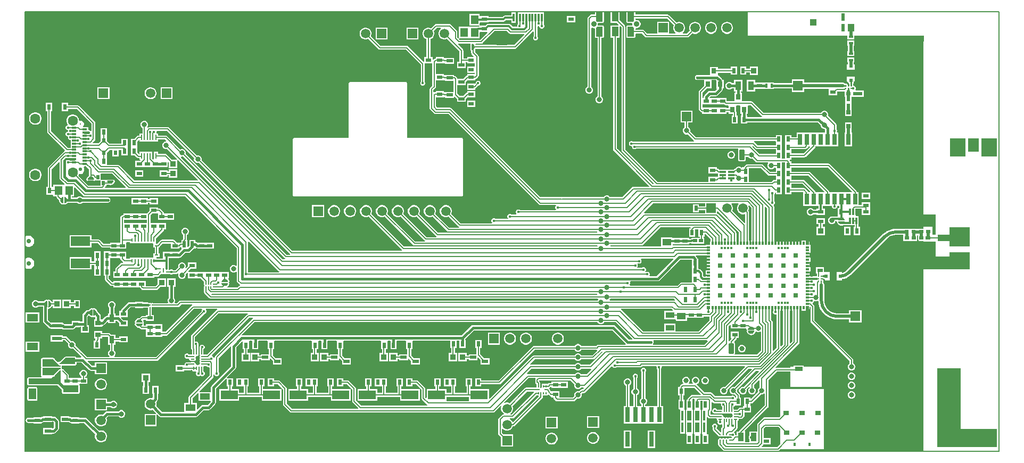
<source format=gtl>
G04*
G04 #@! TF.GenerationSoftware,Altium Limited,Altium Designer,22.0.2 (36)*
G04*
G04 Layer_Physical_Order=1*
G04 Layer_Color=255*
%FSLAX44Y44*%
%MOMM*%
G71*
G04*
G04 #@! TF.SameCoordinates,AD71EA70-9FC7-4FF3-9A77-F54E5D2193E9*
G04*
G04*
G04 #@! TF.FilePolarity,Positive*
G04*
G01*
G75*
%ADD10C,0.2000*%
%ADD11C,0.1524*%
%ADD12C,0.3000*%
%ADD14C,0.2500*%
%ADD16C,0.1500*%
%ADD20R,1.0000X1.2500*%
%ADD21R,0.5000X1.2500*%
%ADD22R,1.0000X1.0000*%
%ADD23R,0.9000X0.6000*%
%ADD24R,0.9500X0.9500*%
%ADD25R,0.5000X0.5000*%
%ADD26R,1.0000X1.6000*%
%ADD27R,0.6000X0.9000*%
%ADD28R,2.7500X1.4000*%
%ADD29R,0.6200X0.6000*%
%ADD30R,0.4100X0.6600*%
%ADD31R,0.6600X0.4100*%
%ADD32R,0.6500X0.8000*%
%ADD33R,0.6500X1.5500*%
%ADD34R,0.5000X0.5800*%
%ADD35R,0.7500X0.8000*%
%ADD36R,0.2500X0.2500*%
%ADD37R,0.7000X0.6000*%
%ADD38R,0.6000X0.6200*%
%ADD39R,0.7000X1.8000*%
%ADD40R,0.8000X1.8000*%
%ADD41R,0.3000X1.0500*%
%ADD42R,0.4500X2.9000*%
%ADD43R,0.4500X1.9000*%
%ADD44R,0.4500X2.4000*%
%ADD45R,1.2000X0.6500*%
%ADD46R,1.4000X0.5000*%
%ADD47R,0.7500X0.7000*%
%ADD48R,0.6000X0.6000*%
%ADD49R,0.3000X0.6000*%
%ADD50R,0.9000X0.7000*%
%ADD53R,2.0000X2.0000*%
G04:AMPARAMS|DCode=54|XSize=0.8mm|YSize=1.7mm|CornerRadius=0.1mm|HoleSize=0mm|Usage=FLASHONLY|Rotation=0.000|XOffset=0mm|YOffset=0mm|HoleType=Round|Shape=RoundedRectangle|*
%AMROUNDEDRECTD54*
21,1,0.8000,1.5000,0,0,0.0*
21,1,0.6000,1.7000,0,0,0.0*
1,1,0.2000,0.3000,-0.7500*
1,1,0.2000,-0.3000,-0.7500*
1,1,0.2000,-0.3000,0.7500*
1,1,0.2000,0.3000,0.7500*
%
%ADD54ROUNDEDRECTD54*%
%ADD55R,0.3500X0.6500*%
%ADD56R,0.8000X0.9000*%
%ADD57R,0.9500X1.4000*%
%ADD58R,1.5700X1.5700*%
%ADD59R,1.9600X1.9600*%
%ADD60R,0.8000X0.7500*%
%ADD61R,0.5800X0.5000*%
%ADD62R,0.3000X0.5400*%
%ADD63R,1.4000X0.9500*%
%ADD64R,1.4000X1.1000*%
%ADD65R,0.8000X0.8000*%
%ADD66R,0.5400X0.5400*%
%ADD67R,0.5400X0.3000*%
%ADD68R,0.3000X0.3000*%
%ADD69R,0.6500X0.5000*%
%ADD70R,0.2500X0.2500*%
%ADD71C,0.2500*%
%ADD72R,0.7600X2.4000*%
%ADD73R,0.2000X0.4000*%
%ADD74R,0.4000X0.2000*%
%ADD75R,1.0500X0.3000*%
%ADD76R,1.6000X1.0000*%
%ADD77R,1.8000X2.2000*%
%ADD78R,0.3000X1.3000*%
%ADD79R,1.2000X1.4500*%
%ADD80R,1.0000X0.5500*%
%ADD81R,0.7000X0.3000*%
%ADD82R,0.5000X0.6500*%
%ADD83C,0.2000*%
%ADD84R,1.0000X0.6000*%
%ADD85C,0.2980*%
%ADD86R,3.1000X1.5000*%
%ADD87R,0.6000X0.2400*%
%ADD88R,0.2400X0.6000*%
%ADD89R,3.0500X2.0500*%
%ADD90R,0.6500X0.3250*%
%ADD91R,1.0000X0.7000*%
%ADD92R,0.6000X0.7000*%
%ADD93R,0.9000X0.8000*%
%ADD94R,0.5500X1.0000*%
%ADD95R,2.5500X1.6500*%
%ADD96R,0.2500X0.8500*%
%ADD97R,1.8000X1.2000*%
%ADD98R,1.5500X0.6000*%
%ADD99R,0.7500X1.2000*%
%ADD100R,0.9500X0.9500*%
%ADD101C,0.2260*%
%ADD102R,1.8000X0.8000*%
%ADD104C,0.8000*%
%ADD113R,0.5000X1.1000*%
%ADD114R,0.3500X1.5000*%
%ADD115R,0.7000X1.5000*%
%ADD116C,0.9000*%
%ADD117C,1.5000*%
%ADD118R,1.5000X1.5000*%
%ADD119R,1.5000X1.5000*%
%ADD120C,0.5750*%
%ADD121C,0.3250*%
%ADD122C,1.6000*%
%ADD123C,0.7000*%
%ADD124C,0.5500*%
%ADD125O,0.2200X0.6500*%
%ADD126O,0.6500X0.2200*%
%ADD127C,0.4000*%
%ADD128C,0.4000*%
G36*
X969000Y685616D02*
X967384Y684000D01*
X959000Y684000D01*
Y700000D01*
X969000D01*
X969000Y685616D01*
D02*
G37*
G36*
X919000Y684000D02*
X910616Y684000D01*
X909000Y685616D01*
X909000Y700000D01*
X919000D01*
Y684000D01*
D02*
G37*
G36*
X932000Y682000D02*
X941674D01*
X944501Y679173D01*
X944015Y678000D01*
X932000D01*
Y658000D01*
X935941D01*
Y481000D01*
X935941Y481000D01*
X936174Y479829D01*
X936837Y478837D01*
X993442Y422232D01*
X992956Y421059D01*
X968000D01*
X968000Y421059D01*
X966830Y420826D01*
X965837Y420163D01*
X950733Y405059D01*
X931227D01*
X931087Y405399D01*
X929399Y407087D01*
X927194Y408000D01*
X924807D01*
X922601Y407087D01*
X920913Y405399D01*
X920773Y405059D01*
X854324D01*
X854162Y405027D01*
X854000Y405059D01*
X819834D01*
X678730Y546163D01*
X677738Y546826D01*
X676567Y547059D01*
X676567Y547059D01*
X656267D01*
X654059Y549267D01*
Y563500D01*
X666500D01*
Y563685D01*
X667389Y564341D01*
X668500Y563829D01*
Y562750D01*
X682500D01*
Y564378D01*
X683770Y564904D01*
X687500Y561174D01*
Y556250D01*
X701500D01*
Y561174D01*
X703826Y563500D01*
X716500D01*
Y573500D01*
X703500D01*
Y571360D01*
X703329Y571326D01*
X702337Y570663D01*
X702337Y570663D01*
X697424Y565750D01*
X691576D01*
X688059Y569267D01*
Y583250D01*
X701500D01*
Y588174D01*
X703826Y590500D01*
X716500D01*
Y592441D01*
X716500Y592441D01*
X717671Y592674D01*
X718663Y593337D01*
X721163Y595837D01*
X721826Y596829D01*
X722059Y598000D01*
X722059Y598000D01*
Y628196D01*
X721826Y629366D01*
X721163Y630359D01*
X721163Y630359D01*
X716183Y635339D01*
Y639358D01*
X716187Y639361D01*
X716265Y639478D01*
X716569Y639873D01*
X716720Y640070D01*
X716958Y640646D01*
X779700D01*
X779700Y640646D01*
X780871Y640879D01*
X781863Y641542D01*
X808268Y667947D01*
X809441Y667461D01*
Y660598D01*
X809109Y660266D01*
X808500Y658796D01*
Y657204D01*
X809109Y655734D01*
X810234Y654609D01*
X811704Y654000D01*
X813296D01*
X814766Y654609D01*
X815891Y655734D01*
X816500Y657204D01*
Y658796D01*
X815891Y660266D01*
X815559Y660598D01*
Y676332D01*
X816615Y677037D01*
X816704Y677000D01*
X818296D01*
X818500Y676863D01*
Y676204D01*
X819109Y674734D01*
X820234Y673609D01*
X821704Y673000D01*
X823296D01*
X824766Y673609D01*
X825891Y674734D01*
X826500Y676204D01*
Y677796D01*
X825891Y679266D01*
X825559Y679598D01*
Y681500D01*
X826000D01*
Y698500D01*
X784000D01*
Y681500D01*
X784441D01*
Y680098D01*
X783609Y679266D01*
X783000Y677796D01*
Y676204D01*
X782575Y675569D01*
X776478D01*
X772523Y679523D01*
X771366Y680297D01*
X770000Y680569D01*
X737000D01*
X735634Y680297D01*
X734477Y679523D01*
X732453Y677500D01*
X725647D01*
X724810Y677500D01*
X724399Y677566D01*
X723553Y678117D01*
X723500Y678905D01*
X723500Y678987D01*
Y681848D01*
X724500Y682500D01*
X737500D01*
Y683931D01*
X761500D01*
X762866Y684203D01*
X764023Y684977D01*
X765478Y686431D01*
X774000D01*
Y681500D01*
X781000D01*
Y689655D01*
X781069Y690000D01*
X781000Y690345D01*
Y698500D01*
X774000D01*
Y693569D01*
X764000D01*
X762634Y693297D01*
X761477Y692523D01*
X760022Y691069D01*
X737500D01*
Y692500D01*
X724500D01*
X723500Y693152D01*
Y696250D01*
X707500D01*
Y677750D01*
X722401D01*
X723521Y676617D01*
X723500Y676250D01*
X707770D01*
X707500Y676250D01*
X706500D01*
X706230Y676250D01*
X690500D01*
Y658122D01*
X689339Y657487D01*
X688059Y658767D01*
Y667500D01*
X687826Y668671D01*
X687163Y669663D01*
X687163Y669663D01*
X677663Y679163D01*
X676671Y679826D01*
X675500Y680059D01*
X675500Y680059D01*
X654000D01*
X652830Y679826D01*
X651837Y679163D01*
X651837Y679163D01*
X646212Y673538D01*
X645667Y673853D01*
X643251Y674500D01*
X640749D01*
X638333Y673853D01*
X636167Y672602D01*
X634398Y670833D01*
X633148Y668667D01*
X632500Y666251D01*
Y663749D01*
X633148Y661333D01*
X634398Y659167D01*
X636167Y657398D01*
X638333Y656147D01*
X638941Y655984D01*
Y627500D01*
X635500D01*
Y620622D01*
X634230Y620096D01*
X609756Y644570D01*
X608763Y645233D01*
X607593Y645466D01*
X607593Y645466D01*
X565860D01*
X550538Y660788D01*
X550853Y661333D01*
X551500Y663749D01*
Y666251D01*
X550853Y668667D01*
X549602Y670833D01*
X547833Y672602D01*
X545667Y673853D01*
X543251Y674500D01*
X540749D01*
X538333Y673853D01*
X536167Y672602D01*
X534398Y670833D01*
X533147Y668667D01*
X532500Y666251D01*
Y663749D01*
X533147Y661333D01*
X534398Y659167D01*
X536167Y657398D01*
X538333Y656147D01*
X540749Y655500D01*
X543251D01*
X545667Y656147D01*
X546212Y656462D01*
X562430Y640244D01*
X562430Y640244D01*
X563422Y639581D01*
X564593Y639348D01*
X564593Y639348D01*
X606326D01*
X629941Y615733D01*
Y588598D01*
X629609Y588266D01*
X629000Y586796D01*
Y585204D01*
X629609Y583734D01*
X630734Y582609D01*
X632204Y582000D01*
X633796D01*
X635266Y582609D01*
X636391Y583734D01*
X637000Y585204D01*
Y586796D01*
X636391Y588266D01*
X636059Y588598D01*
Y617000D01*
X636059Y617000D01*
X636469Y617500D01*
X647941D01*
Y581767D01*
X644837Y578663D01*
X644174Y577671D01*
X643941Y576500D01*
X643941Y576500D01*
Y546000D01*
X643941Y546000D01*
X644174Y544829D01*
X644837Y543837D01*
X651080Y537595D01*
X651080Y537594D01*
X652072Y536931D01*
X653243Y536699D01*
X653243Y536699D01*
X673976D01*
X817837Y392837D01*
X818829Y392174D01*
X820000Y391941D01*
X820000Y391941D01*
X844288D01*
X844814Y390671D01*
X844409Y390266D01*
X843800Y388796D01*
Y387204D01*
X844409Y385734D01*
X844814Y385329D01*
X844288Y384059D01*
X787658D01*
X787326Y384391D01*
X785856Y385000D01*
X784265D01*
X782795Y384391D01*
X781669Y383266D01*
X781060Y381796D01*
Y380204D01*
X781669Y378734D01*
X782075Y378329D01*
X781549Y377059D01*
X774198D01*
X773866Y377391D01*
X772396Y378000D01*
X770804D01*
X769334Y377391D01*
X768209Y376266D01*
X767600Y374796D01*
Y373204D01*
X768209Y371734D01*
X768614Y371329D01*
X768088Y370059D01*
X748798D01*
X748466Y370391D01*
X746996Y371000D01*
X745404D01*
X743934Y370391D01*
X742809Y369266D01*
X742200Y367796D01*
Y366204D01*
X742809Y364734D01*
X743214Y364329D01*
X742688Y363059D01*
X693467D01*
X678238Y378288D01*
X678553Y378833D01*
X679200Y381249D01*
Y383751D01*
X678553Y386167D01*
X677302Y388333D01*
X675533Y390102D01*
X673367Y391353D01*
X670951Y392000D01*
X668449D01*
X666033Y391353D01*
X663867Y390102D01*
X662098Y388333D01*
X660847Y386167D01*
X660200Y383751D01*
Y381249D01*
X660847Y378833D01*
X662098Y376667D01*
X663867Y374898D01*
X666033Y373647D01*
X668449Y373000D01*
X670951D01*
X673367Y373647D01*
X673912Y373962D01*
X690037Y357837D01*
X690798Y357329D01*
X690641Y356196D01*
X690587Y356059D01*
X675067D01*
X652838Y378288D01*
X653153Y378833D01*
X653800Y381249D01*
Y383751D01*
X653153Y386167D01*
X651902Y388333D01*
X650133Y390102D01*
X647967Y391353D01*
X645551Y392000D01*
X643049D01*
X640633Y391353D01*
X638467Y390102D01*
X636698Y388333D01*
X635447Y386167D01*
X634800Y383751D01*
Y381249D01*
X635447Y378833D01*
X636698Y376667D01*
X638467Y374898D01*
X640633Y373647D01*
X643049Y373000D01*
X645551D01*
X647967Y373647D01*
X648512Y373962D01*
X671637Y350837D01*
X671637Y350837D01*
X672629Y350174D01*
X673800Y349941D01*
X673800Y349941D01*
X910332D01*
X910752Y349329D01*
X910111Y348059D01*
X657667D01*
X627438Y378288D01*
X627753Y378833D01*
X628400Y381249D01*
Y383751D01*
X627753Y386167D01*
X626502Y388333D01*
X624733Y390102D01*
X622567Y391353D01*
X620151Y392000D01*
X617649D01*
X615233Y391353D01*
X613067Y390102D01*
X611298Y388333D01*
X610047Y386167D01*
X609400Y383751D01*
Y381249D01*
X610047Y378833D01*
X611298Y376667D01*
X613067Y374898D01*
X615233Y373647D01*
X617649Y373000D01*
X620151D01*
X622567Y373647D01*
X623112Y373962D01*
X654237Y342837D01*
X654998Y342329D01*
X654841Y341196D01*
X654787Y341059D01*
X639267D01*
X602038Y378288D01*
X602353Y378833D01*
X603000Y381249D01*
Y383751D01*
X602353Y386167D01*
X601102Y388333D01*
X599333Y390102D01*
X597167Y391353D01*
X594751Y392000D01*
X592249D01*
X589833Y391353D01*
X587667Y390102D01*
X585898Y388333D01*
X584647Y386167D01*
X584000Y383751D01*
Y381249D01*
X584647Y378833D01*
X585898Y376667D01*
X587667Y374898D01*
X589833Y373647D01*
X592249Y373000D01*
X594751D01*
X597167Y373647D01*
X597712Y373962D01*
X635837Y335837D01*
X636598Y335329D01*
X636441Y334196D01*
X636387Y334059D01*
X620867D01*
X576638Y378288D01*
X576953Y378833D01*
X577600Y381249D01*
Y383751D01*
X576953Y386167D01*
X575702Y388333D01*
X573933Y390102D01*
X571767Y391353D01*
X569351Y392000D01*
X566849D01*
X564433Y391353D01*
X562267Y390102D01*
X560498Y388333D01*
X559247Y386167D01*
X558600Y383751D01*
Y381249D01*
X559247Y378833D01*
X560498Y376667D01*
X562267Y374898D01*
X564433Y373647D01*
X566849Y373000D01*
X569351D01*
X571767Y373647D01*
X572312Y373962D01*
X617437Y328837D01*
X618429Y328174D01*
X619600Y327941D01*
X619600Y327941D01*
X910575D01*
X911216Y326671D01*
X910797Y326059D01*
X603467D01*
X551238Y378288D01*
X551553Y378833D01*
X552200Y381249D01*
Y383751D01*
X551553Y386167D01*
X550302Y388333D01*
X548533Y390102D01*
X546367Y391353D01*
X543951Y392000D01*
X541449D01*
X539033Y391353D01*
X536867Y390102D01*
X535098Y388333D01*
X533847Y386167D01*
X533200Y383751D01*
Y381249D01*
X533847Y378833D01*
X535098Y376667D01*
X536867Y374898D01*
X539033Y373647D01*
X541449Y373000D01*
X543951D01*
X546367Y373647D01*
X546912Y373962D01*
X600037Y320837D01*
X600050Y320829D01*
X599664Y319559D01*
X425279Y319559D01*
X281000Y463837D01*
Y466194D01*
X280087Y468399D01*
X278399Y470087D01*
X276194Y471000D01*
X273837D01*
X231558Y513280D01*
X231558Y513280D01*
X229674Y515163D01*
X228682Y515826D01*
X227512Y516059D01*
X227512Y516059D01*
X197500D01*
X196329Y515826D01*
X195660Y515378D01*
X194850Y516365D01*
X195087Y516601D01*
X196000Y518806D01*
Y521194D01*
X195087Y523399D01*
X193399Y525087D01*
X191194Y526000D01*
X188806D01*
X186601Y525087D01*
X184913Y523399D01*
X184000Y521194D01*
Y518806D01*
X184913Y516601D01*
X186601Y514913D01*
X187191Y514669D01*
Y505750D01*
X182500D01*
Y502559D01*
X180500D01*
X179329Y502326D01*
X178337Y501663D01*
X174174Y497500D01*
X168500D01*
Y485770D01*
X168500Y484500D01*
X168500Y483230D01*
Y471500D01*
X174174D01*
X178337Y467337D01*
X179329Y466674D01*
X180500Y466441D01*
X182500D01*
Y464250D01*
X183403D01*
X184033Y462980D01*
X183668Y462500D01*
X175500D01*
Y452500D01*
X187230D01*
X188500Y452500D01*
Y452500D01*
X188500D01*
Y452500D01*
X201500D01*
Y452500D01*
X202770Y452500D01*
X213230D01*
X214500Y452500D01*
Y452500D01*
X214500D01*
Y452500D01*
X227500D01*
Y459653D01*
X228770Y460283D01*
X229250Y459918D01*
Y450750D01*
X242750D01*
Y463128D01*
X244020Y463654D01*
X275442Y432232D01*
X274956Y431059D01*
X174267D01*
X150163Y455163D01*
X149171Y455826D01*
X148000Y456059D01*
X148000Y456059D01*
X130500D01*
Y468500D01*
X130500D01*
X130500Y469500D01*
X130500D01*
Y475674D01*
X134767Y479941D01*
X139500D01*
Y469500D01*
X149500D01*
Y479941D01*
X153500D01*
Y471500D01*
X163500D01*
Y483230D01*
X163500Y484500D01*
X163500D01*
Y484500D01*
X163500D01*
Y497500D01*
X153500D01*
Y490059D01*
X134767D01*
X130500Y494326D01*
Y500500D01*
X130500D01*
X130500Y501500D01*
X130500D01*
Y514500D01*
X120500D01*
Y501500D01*
X120500D01*
X120500Y500500D01*
X120500D01*
Y494326D01*
X116733Y490559D01*
X108544D01*
X108058Y491732D01*
X111163Y494837D01*
X111826Y495830D01*
X112059Y497000D01*
Y523000D01*
X112059Y523000D01*
X111826Y524170D01*
X111163Y525163D01*
X111163Y525163D01*
X86163Y550163D01*
X85170Y550826D01*
X84000Y551059D01*
X84000Y551059D01*
X68500D01*
Y554500D01*
X58500D01*
Y541500D01*
X68500D01*
Y544941D01*
X82733D01*
X105941Y521733D01*
Y510151D01*
X105698Y509955D01*
X105683Y509948D01*
X104702Y509810D01*
X103995Y510218D01*
X103884Y510384D01*
X103550Y510607D01*
X103266Y510891D01*
X102895Y511045D01*
X102561Y511268D01*
X102167Y511346D01*
X101796Y511500D01*
X101394D01*
X101000Y511578D01*
X100750D01*
Y516000D01*
X92871D01*
X92345Y517270D01*
X93101Y518026D01*
X93900Y519956D01*
Y522044D01*
X93101Y523974D01*
X91624Y525451D01*
X89694Y526250D01*
X87606D01*
X87206Y526084D01*
X86150Y526790D01*
Y527617D01*
X85469Y530160D01*
X84152Y532440D01*
X82290Y534302D01*
X80010Y535619D01*
X77467Y536300D01*
X74833D01*
X72290Y535619D01*
X70010Y534302D01*
X68148Y532440D01*
X66831Y530160D01*
X66150Y527617D01*
Y524983D01*
X66831Y522440D01*
X68108Y520230D01*
X68120Y520072D01*
X67715Y518797D01*
X66734Y518391D01*
X65609Y517266D01*
X65000Y515796D01*
Y514204D01*
X65609Y512734D01*
X66734Y511609D01*
X67356Y511352D01*
X68500Y510796D01*
Y509204D01*
X67356Y508648D01*
X66734Y508391D01*
X65609Y507266D01*
X65000Y505796D01*
Y504204D01*
X65609Y502734D01*
X66734Y501609D01*
X67356Y501352D01*
X68500Y500796D01*
Y499204D01*
X69109Y497734D01*
X70234Y496609D01*
X71704Y496000D01*
X72750D01*
Y483059D01*
X68267D01*
X41559Y509767D01*
Y541500D01*
X43500D01*
Y554500D01*
X33500D01*
Y541500D01*
X35441D01*
Y508500D01*
X35441Y508500D01*
X35674Y507329D01*
X36337Y506337D01*
X63433Y479241D01*
X63015Y477863D01*
X62829Y477826D01*
X61837Y477163D01*
X61837Y477163D01*
X37337Y452663D01*
X36674Y451670D01*
X36441Y450500D01*
X36441Y450500D01*
Y421500D01*
X34500D01*
Y408500D01*
X44500D01*
X45500Y407848D01*
Y405750D01*
X49966D01*
X50174Y404705D01*
X50837Y403713D01*
X54335Y400215D01*
X54307Y400000D01*
X54554Y398119D01*
X55280Y396365D01*
X56436Y394860D01*
X57941Y393705D01*
X58556Y393450D01*
X58662Y393391D01*
X59127Y393213D01*
X59694Y392978D01*
X59770Y392968D01*
X59783Y393015D01*
X60470Y392878D01*
X61548Y393093D01*
X62000Y393395D01*
X62452Y393093D01*
X63530Y392878D01*
X64218Y393015D01*
X64230Y392968D01*
X64306Y392978D01*
X66059Y393705D01*
X67564Y394860D01*
X68379Y395922D01*
X82683D01*
X83691Y394913D01*
X85896Y394000D01*
X88283D01*
X90488Y394913D01*
X91496Y395922D01*
X132000D01*
X132394Y396000D01*
X132796D01*
X133167Y396154D01*
X133561Y396232D01*
X133895Y396455D01*
X134266Y396609D01*
X134550Y396893D01*
X134884Y397116D01*
X135107Y397450D01*
X135391Y397734D01*
X135545Y398105D01*
X135768Y398439D01*
X135846Y398833D01*
X136000Y399204D01*
Y399606D01*
X136078Y400000D01*
X136000Y400394D01*
Y400796D01*
X135846Y401167D01*
X135768Y401561D01*
X135545Y401895D01*
X135391Y402266D01*
X135107Y402550D01*
X134884Y402884D01*
X134550Y403107D01*
X134266Y403391D01*
X133895Y403545D01*
X133561Y403768D01*
X133167Y403846D01*
X132796Y404000D01*
X132394D01*
X132000Y404078D01*
X91496D01*
X90488Y405087D01*
X88283Y406000D01*
X85896D01*
X83691Y405087D01*
X82683Y404078D01*
X74578D01*
Y405750D01*
X78500D01*
Y419515D01*
X79673Y420001D01*
X92837Y406837D01*
X93829Y406174D01*
X95000Y405941D01*
X95000Y405941D01*
X254733D01*
X336941Y323733D01*
Y295703D01*
X335768Y295217D01*
X335399Y295587D01*
X333194Y296500D01*
X330807D01*
X328601Y295587D01*
X326913Y293899D01*
X326000Y291693D01*
Y289307D01*
X326913Y287101D01*
X328601Y285413D01*
X330807Y284500D01*
X333194D01*
X335399Y285413D01*
X335768Y285783D01*
X336941Y285297D01*
Y271656D01*
X336941Y271656D01*
X337174Y270485D01*
X337837Y269493D01*
X341493Y265837D01*
X341493Y265837D01*
X342253Y265329D01*
X342251Y264495D01*
X342090Y264027D01*
X341079Y263826D01*
X340087Y263163D01*
X337983Y261059D01*
X322196D01*
X322012Y261420D01*
X321859Y262329D01*
X322615Y262908D01*
X322702Y262926D01*
X323694Y263589D01*
X324357Y264581D01*
X324504Y265322D01*
X324550Y265432D01*
X324609Y265538D01*
X324787Y266003D01*
X325022Y266570D01*
X325032Y266646D01*
X324985Y266658D01*
X325121Y267346D01*
X324907Y268424D01*
X324605Y268876D01*
X324907Y269328D01*
X325121Y270406D01*
X324985Y271093D01*
X325032Y271105D01*
X325022Y271181D01*
X324295Y272935D01*
X323301Y274230D01*
X323651Y275500D01*
X324500D01*
Y285500D01*
X312770D01*
X311500Y285500D01*
Y285500D01*
X311500D01*
Y285500D01*
X299770D01*
X298500Y285500D01*
Y285500D01*
X298500D01*
Y285500D01*
X285500D01*
Y285500D01*
X284230Y285500D01*
X273770D01*
X272500Y285500D01*
Y285500D01*
X272500D01*
Y285500D01*
X260622D01*
X260096Y286770D01*
X263826Y290500D01*
X272500D01*
Y300500D01*
X259500D01*
Y294826D01*
X256593Y291918D01*
X255516Y292638D01*
X256000Y293807D01*
Y296194D01*
X255087Y298399D01*
X253399Y300087D01*
X251194Y301000D01*
X248806D01*
X246601Y300087D01*
X244914Y298399D01*
X244000Y296194D01*
Y293807D01*
X244141Y293467D01*
X239233Y288559D01*
X235598D01*
X235266Y288891D01*
X233796Y289500D01*
X232204D01*
X230734Y288891D01*
X229758Y289016D01*
X229372Y289139D01*
X229065Y289806D01*
Y290105D01*
X229143Y290500D01*
Y303500D01*
Y307500D01*
X231230D01*
X232500Y307500D01*
Y307500D01*
X232500D01*
Y307500D01*
X245500D01*
X246000Y308422D01*
X247561Y308732D01*
X248884Y309616D01*
X255189Y315922D01*
X260000D01*
X260000Y315922D01*
X261561Y316232D01*
X262884Y317116D01*
X268268Y322500D01*
X271250D01*
Y322781D01*
X272520Y323617D01*
X273500Y323422D01*
X274500D01*
Y322500D01*
X286230D01*
X287500Y322500D01*
Y322500D01*
X287500D01*
Y322500D01*
X300500D01*
Y332500D01*
X288770D01*
X287500Y332500D01*
Y332500D01*
X287500D01*
Y332500D01*
X274500D01*
X273442Y333013D01*
X273061Y333268D01*
X271500Y333578D01*
X271250Y334823D01*
Y336500D01*
X261750D01*
Y327518D01*
X259520Y325288D01*
X258250Y325814D01*
Y336500D01*
X258250Y336500D01*
X258059Y337500D01*
X258059Y337500D01*
Y344773D01*
X258399Y344913D01*
X260087Y346601D01*
X261000Y348806D01*
Y351194D01*
X260087Y353399D01*
X258399Y355087D01*
X256194Y356000D01*
X253806D01*
X251601Y355087D01*
X249913Y353399D01*
X249000Y351194D01*
Y348806D01*
X249913Y346601D01*
X251601Y344913D01*
X251941Y344773D01*
Y338767D01*
X251337Y338163D01*
X250674Y337170D01*
X250541Y336500D01*
X248750D01*
Y332559D01*
X247500D01*
X246770Y332414D01*
X245500Y332500D01*
X245500Y332500D01*
X245500Y332500D01*
X241606D01*
X241163Y333163D01*
X241163Y333163D01*
X238163Y336163D01*
X237171Y336826D01*
X236000Y337059D01*
X236000Y337059D01*
X218000D01*
X216829Y336826D01*
X215837Y336163D01*
X215837Y336163D01*
X210374Y330700D01*
X209639D01*
X208700Y331500D01*
X208700Y331970D01*
Y339374D01*
X220163Y350837D01*
X220163Y350837D01*
X220826Y351829D01*
X221059Y353000D01*
Y353500D01*
X224500D01*
Y363500D01*
X212770D01*
X211500Y363500D01*
Y363500D01*
X211500D01*
Y363500D01*
X200059D01*
Y375733D01*
X202826Y378500D01*
X211500D01*
X211500Y377230D01*
Y368500D01*
X223230D01*
X224500Y368500D01*
Y368500D01*
X224500D01*
Y368500D01*
X237500D01*
Y378500D01*
X225770D01*
X224500Y378500D01*
Y378500D01*
X224500D01*
Y378500D01*
X221802D01*
X221059Y379500D01*
X220826Y380671D01*
X220163Y381663D01*
X220163Y381663D01*
X216163Y385663D01*
X215170Y386326D01*
X214000Y386559D01*
X214000Y386559D01*
X211500D01*
Y388500D01*
X198500D01*
Y382826D01*
X194837Y379163D01*
X194394Y378500D01*
X170770D01*
X169500Y378500D01*
Y378500D01*
X169500D01*
Y378500D01*
X156500D01*
Y376559D01*
X155330Y376326D01*
X154337Y375663D01*
X154337Y375663D01*
X152837Y374163D01*
X152174Y373171D01*
X151941Y372000D01*
X151941Y372000D01*
Y336500D01*
Y332500D01*
X149770D01*
X148500Y332500D01*
Y332500D01*
X148500D01*
Y332500D01*
X135500D01*
Y330559D01*
X125267D01*
X119163Y336663D01*
X118171Y337326D01*
X117000Y337559D01*
X117000Y337559D01*
X106000D01*
Y344000D01*
X71000D01*
Y325000D01*
X106000D01*
Y331441D01*
X115733D01*
X121837Y325337D01*
X122830Y324674D01*
X124000Y324441D01*
X135500D01*
Y322500D01*
X147230D01*
X148500Y322500D01*
Y322500D01*
X148500D01*
Y322500D01*
X161500D01*
Y332500D01*
X162294Y333441D01*
X167300D01*
Y331500D01*
X203561D01*
X204500Y330700D01*
X204500Y330230D01*
Y324300D01*
X206441D01*
Y315700D01*
X204500D01*
Y309300D01*
X203561Y308500D01*
X167300D01*
Y306559D01*
X162294D01*
X161500Y307500D01*
Y317500D01*
X149770D01*
X148500Y317500D01*
Y317500D01*
X148500D01*
Y317500D01*
X135500D01*
Y318500D01*
X125500D01*
Y306770D01*
X125500Y305500D01*
X125500D01*
Y305500D01*
X125500D01*
Y293770D01*
X125500Y292500D01*
X125500D01*
Y292500D01*
X125500D01*
Y279500D01*
X127441D01*
Y274000D01*
X127441Y274000D01*
X127674Y272829D01*
X128337Y271837D01*
X135837Y264337D01*
X135837Y264337D01*
X136829Y263674D01*
X138000Y263441D01*
X140500D01*
Y261500D01*
X152230D01*
X153500Y261500D01*
Y261500D01*
X153500D01*
Y261500D01*
X165230D01*
X166500Y261500D01*
Y261500D01*
X166500D01*
Y261500D01*
X178230D01*
X179500Y261500D01*
X180770Y261500D01*
X183041D01*
X183174Y260830D01*
X183837Y259837D01*
X185837Y257837D01*
X186829Y257174D01*
X188000Y256941D01*
X209000D01*
X209000Y256941D01*
X210170Y257174D01*
X211163Y257837D01*
X215576Y262250D01*
X224750D01*
Y275750D01*
X211250D01*
Y266576D01*
X207733Y263059D01*
X192500D01*
Y271500D01*
X180770D01*
X179500Y271500D01*
X178230Y271500D01*
X167770D01*
X166500Y271500D01*
Y271500D01*
X166500D01*
Y271500D01*
X154770D01*
X153500Y271500D01*
Y271500D01*
X153500D01*
Y271500D01*
X140500D01*
Y269648D01*
X139230Y269596D01*
X133559Y275267D01*
Y279500D01*
X135500D01*
Y291230D01*
X135500Y292500D01*
X135500D01*
Y292500D01*
X135500D01*
Y304230D01*
X135500Y305500D01*
X135500D01*
Y305500D01*
X135500D01*
Y307500D01*
X147230D01*
X148500Y307500D01*
Y307500D01*
X148500D01*
Y307500D01*
X150864D01*
X151941Y307000D01*
X152174Y305829D01*
X152837Y304837D01*
X156337Y301337D01*
X156350Y301329D01*
X155964Y300059D01*
X154000D01*
X152830Y299826D01*
X151837Y299163D01*
X144837Y292163D01*
X144174Y291171D01*
X143941Y290000D01*
X143941Y290000D01*
Y286500D01*
X140500D01*
Y276500D01*
X152230D01*
X153500Y276500D01*
Y276500D01*
X153500D01*
Y276500D01*
X165230D01*
X166500Y276500D01*
Y276500D01*
X166500D01*
Y276500D01*
X178230D01*
X179500Y276500D01*
Y276500D01*
X179500D01*
Y276500D01*
X191480D01*
X192500Y276500D01*
Y276500D01*
X192750D01*
Y276500D01*
X205750D01*
Y278441D01*
X211575D01*
X211575Y278441D01*
X212745Y278674D01*
X213738Y279337D01*
X216511Y282110D01*
X217552Y282541D01*
X218075Y283064D01*
X218598Y282541D01*
X219881Y282010D01*
X221269D01*
X222552Y282541D01*
X223075Y283064D01*
X223598Y282541D01*
X224881Y282010D01*
X226269D01*
X227310Y282441D01*
X230402D01*
X230734Y282109D01*
X232204Y281500D01*
X233796D01*
X235266Y282109D01*
X235598Y282441D01*
X240500D01*
X240500Y282441D01*
X241670Y282674D01*
X242663Y283337D01*
X243408Y284082D01*
X244484Y283363D01*
X244000Y282194D01*
Y279806D01*
X244914Y277601D01*
X246601Y275913D01*
X248806Y275000D01*
X251194D01*
X253399Y275913D01*
X255087Y277601D01*
X256000Y279806D01*
Y282194D01*
X255859Y282533D01*
X258230Y284904D01*
X259500Y284378D01*
Y275500D01*
X271230D01*
X272500Y275500D01*
Y275500D01*
X272500D01*
Y275500D01*
X279674D01*
X284941Y270233D01*
Y266000D01*
X285000Y265704D01*
Y265403D01*
X285115Y265125D01*
X285174Y264830D01*
X285341Y264579D01*
X285457Y264301D01*
X285670Y264088D01*
X285728Y264000D01*
X285670Y263912D01*
X285457Y263699D01*
X285341Y263421D01*
X285174Y263171D01*
X285115Y262875D01*
X285000Y262597D01*
Y262295D01*
X284941Y262000D01*
Y253750D01*
X284941Y253750D01*
X285174Y252579D01*
X285837Y251587D01*
X293587Y243837D01*
X293587Y243837D01*
X294580Y243174D01*
X295750Y242941D01*
X295750Y242941D01*
X911660Y242941D01*
X912186Y241671D01*
X910913Y240399D01*
X910773Y240059D01*
X247500D01*
X247500Y240059D01*
X246329Y239826D01*
X245337Y239163D01*
X245337Y239163D01*
X242233Y236059D01*
X239203D01*
X238388Y237329D01*
X239000Y238806D01*
Y241194D01*
X238086Y243399D01*
X237078Y244407D01*
Y262250D01*
X239750D01*
Y275750D01*
X226250D01*
Y262250D01*
X228922D01*
Y244407D01*
X227913Y243399D01*
X227000Y241194D01*
Y238806D01*
X227612Y237329D01*
X226797Y236059D01*
X203795D01*
X203623Y236130D01*
X202377D01*
X201227Y235653D01*
X201000Y235427D01*
X200773Y235653D01*
X199623Y236130D01*
X198377D01*
X198205Y236059D01*
X198122D01*
X197061Y236768D01*
X195500Y237078D01*
X188500D01*
Y238500D01*
X175500D01*
Y237578D01*
X166500D01*
X164939Y237268D01*
X163616Y236384D01*
X163616Y236384D01*
X154116Y226884D01*
X153232Y225561D01*
X152922Y224000D01*
X150500D01*
Y216551D01*
X149322Y215832D01*
X149230Y215834D01*
X148000Y216078D01*
X148000Y216078D01*
X144250D01*
Y220000D01*
X142578D01*
Y229093D01*
X143586Y230101D01*
X144500Y232306D01*
Y234694D01*
X143586Y236899D01*
X141898Y238587D01*
X139693Y239500D01*
X137306D01*
X135101Y238587D01*
X133413Y236899D01*
X132500Y234694D01*
Y232306D01*
X133413Y230101D01*
X134421Y229093D01*
Y220000D01*
X132750D01*
Y216078D01*
X130970D01*
X130970Y216078D01*
X129410Y215768D01*
X128087Y214884D01*
X124130Y210927D01*
X123000Y210500D01*
Y210500D01*
X123000Y210500D01*
X120578D01*
Y215748D01*
X120578Y215748D01*
X120268Y217309D01*
X119384Y218632D01*
X119384Y218632D01*
X115636Y222380D01*
X115570Y222881D01*
X115435Y223207D01*
X115402Y223375D01*
X115366Y223428D01*
X115339Y223566D01*
X115201Y223772D01*
X114844Y224635D01*
X113688Y226140D01*
X112183Y227295D01*
X111568Y227550D01*
X111462Y227609D01*
X110997Y227787D01*
X110430Y228022D01*
X110354Y228032D01*
X110342Y227985D01*
X109654Y228121D01*
X108576Y227907D01*
X108124Y227605D01*
X107672Y227907D01*
X106594Y228121D01*
X105907Y227985D01*
X105895Y228032D01*
X105819Y228022D01*
X104065Y227295D01*
X102560Y226140D01*
X101961Y225359D01*
X101937Y225343D01*
X101859Y225227D01*
X101745Y225078D01*
X99876D01*
X98315Y224768D01*
X96992Y223884D01*
X96992Y223884D01*
X92616Y219508D01*
X91732Y218185D01*
X91422Y216624D01*
X91422Y216624D01*
Y206578D01*
X87500D01*
Y207500D01*
X74500D01*
Y203268D01*
X73561Y202328D01*
X63689D01*
X63134Y202884D01*
X61811Y203768D01*
X60630Y204003D01*
Y205000D01*
X41268D01*
X36830Y209438D01*
Y226591D01*
X37428Y227083D01*
X38605Y227468D01*
X38681Y227479D01*
X40435Y228205D01*
X41940Y229360D01*
X43095Y230865D01*
X43334Y231441D01*
X44626D01*
Y227740D01*
X58126D01*
Y241240D01*
X44626D01*
Y237559D01*
X43334D01*
X43095Y238135D01*
X41940Y239640D01*
X40435Y240795D01*
X39819Y241050D01*
X39714Y241109D01*
X39248Y241287D01*
X38681Y241521D01*
X38605Y241532D01*
X38593Y241485D01*
X37905Y241621D01*
X36828Y241407D01*
X36376Y241105D01*
X35924Y241407D01*
X34846Y241621D01*
X34158Y241485D01*
X34146Y241532D01*
X34070Y241521D01*
X32317Y240795D01*
X30812Y239640D01*
X30380Y239078D01*
X21407D01*
X20399Y240087D01*
X18194Y241000D01*
X15806D01*
X13601Y240087D01*
X11913Y238399D01*
X11000Y236194D01*
Y233806D01*
X11913Y231601D01*
X13601Y229914D01*
X15806Y229000D01*
X18194D01*
X20399Y229914D01*
X21407Y230922D01*
X28673D01*
Y207749D01*
X28673Y207748D01*
X28984Y206188D01*
X29868Y204865D01*
X37616Y197116D01*
X37616Y197116D01*
X38939Y196232D01*
X40500Y195922D01*
X41130D01*
Y195000D01*
X59664D01*
X60439Y194482D01*
X62000Y194172D01*
X75250D01*
X75250Y194172D01*
X76811Y194482D01*
X78134Y195366D01*
X80268Y197500D01*
X87500D01*
Y198422D01*
X89000D01*
Y189000D01*
X102000D01*
Y201000D01*
X99578D01*
Y214935D01*
X100761Y216118D01*
X102447Y216007D01*
X102560Y215860D01*
X104065Y214705D01*
X104681Y214450D01*
X104786Y214391D01*
X105252Y214213D01*
X105819Y213978D01*
X105895Y213968D01*
X105907Y214015D01*
X106594Y213878D01*
X107672Y214093D01*
X108124Y214395D01*
X108576Y214093D01*
X109654Y213878D01*
X110342Y214015D01*
X110354Y213968D01*
X110430Y213978D01*
X111261Y214323D01*
X112422Y213453D01*
Y210500D01*
X110000D01*
Y198500D01*
X123000D01*
Y199325D01*
X123470Y200422D01*
X125031Y200732D01*
X126354Y201616D01*
X131480Y206742D01*
X132750Y206216D01*
Y204000D01*
X144250D01*
Y207922D01*
X146311D01*
X150500Y203732D01*
Y199000D01*
X163500D01*
Y209000D01*
X156768D01*
X152941Y212827D01*
X153427Y214000D01*
X163500D01*
Y224000D01*
X163500Y224000D01*
X163500D01*
X163899Y225132D01*
X168189Y229422D01*
X175500D01*
Y228500D01*
X188500D01*
Y228922D01*
X195500D01*
X195941Y227715D01*
Y217500D01*
X192500D01*
Y215559D01*
X186876D01*
X185705Y215326D01*
X184713Y214663D01*
X184713Y214663D01*
X182215Y212165D01*
X182000Y212193D01*
X180119Y211946D01*
X178365Y211220D01*
X176860Y210064D01*
X175705Y208559D01*
X175450Y207943D01*
X175391Y207838D01*
X175213Y207373D01*
X174978Y206806D01*
X174968Y206730D01*
X175015Y206717D01*
X174879Y206030D01*
X175093Y204952D01*
X175395Y204500D01*
X175093Y204048D01*
X174879Y202970D01*
X175015Y202283D01*
X174968Y202270D01*
X174978Y202194D01*
X175705Y200441D01*
X176860Y198936D01*
X178365Y197780D01*
X180119Y197054D01*
X182000Y196807D01*
X182215Y196835D01*
X183713Y195337D01*
X183713Y195337D01*
X184705Y194674D01*
X185876Y194441D01*
X185876Y194441D01*
X192500D01*
Y182500D01*
X204230D01*
X205500Y182500D01*
Y182500D01*
X205500D01*
Y182500D01*
X218500D01*
Y184441D01*
X225124D01*
X225124Y184441D01*
X226295Y184674D01*
X227287Y185337D01*
X268891Y226941D01*
X281488D01*
X282014Y225671D01*
X281609Y225266D01*
X281000Y223796D01*
Y223326D01*
X208233Y150559D01*
X142840D01*
X142314Y151829D01*
X143586Y153101D01*
X144500Y155307D01*
Y157694D01*
X143586Y159899D01*
X141898Y161586D01*
X141559Y161727D01*
Y170000D01*
X144250D01*
Y174941D01*
X150500D01*
Y173500D01*
X163500D01*
Y183500D01*
X150500D01*
Y181059D01*
X144250D01*
Y186000D01*
X137326D01*
X135663Y187663D01*
X134671Y188326D01*
X133500Y188559D01*
X133500Y188559D01*
X123000D01*
Y191500D01*
X110000D01*
Y179500D01*
X111878D01*
X112404Y178230D01*
X112337Y178163D01*
X111674Y177171D01*
X111541Y176500D01*
X109500D01*
Y163500D01*
X119500D01*
Y176500D01*
X119500Y176500D01*
X119512Y177765D01*
X119559Y178000D01*
Y179500D01*
X123000D01*
Y182441D01*
X132233D01*
X132750Y181924D01*
Y170000D01*
X135441D01*
Y161727D01*
X135101Y161586D01*
X133413Y159899D01*
X132500Y157694D01*
Y155307D01*
X133413Y153101D01*
X134686Y151829D01*
X134160Y150559D01*
X98767D01*
X80859Y168467D01*
X81000Y168806D01*
Y171194D01*
X80087Y173399D01*
X78399Y175086D01*
X76193Y176000D01*
X73807D01*
X73467Y175859D01*
X67163Y182163D01*
X66171Y182826D01*
X65000Y183059D01*
X65000Y183059D01*
X60630D01*
Y185000D01*
X41130D01*
Y175000D01*
X60630D01*
Y176941D01*
X63733D01*
X69141Y171533D01*
X69000Y171194D01*
Y168806D01*
X69913Y166601D01*
X71601Y164913D01*
X73807Y164000D01*
X76193D01*
X76533Y164141D01*
X89923Y150752D01*
X89437Y149578D01*
X81924D01*
X81884Y149780D01*
X81500Y150355D01*
Y150500D01*
X81355D01*
X80780Y150884D01*
X80000Y151039D01*
X65000D01*
X65000Y151039D01*
X64220Y150884D01*
X63558Y150442D01*
X56155Y143039D01*
X55000Y143039D01*
X54220Y142884D01*
X53558Y142442D01*
X53558Y142442D01*
X52318Y142627D01*
X52195Y142688D01*
X48000Y146884D01*
Y148000D01*
X46884D01*
X46442Y148442D01*
X45780Y148884D01*
X45000Y149039D01*
X28000D01*
X27220Y148884D01*
X26558Y148442D01*
X26263Y148000D01*
X26000D01*
Y147197D01*
X25961Y147000D01*
Y135000D01*
X26116Y134220D01*
X26276Y133980D01*
X26116Y133741D01*
X25961Y132961D01*
Y121000D01*
X26000Y120000D01*
X26000D01*
X26570Y119309D01*
X26103Y118039D01*
X6000D01*
X5220Y117884D01*
X4558Y117442D01*
X4116Y116780D01*
X3961Y116000D01*
Y107000D01*
X4116Y106220D01*
X4558Y105558D01*
X5220Y105116D01*
X6000Y104961D01*
X52155D01*
X58961Y98155D01*
Y94000D01*
X59116Y93220D01*
X59558Y92558D01*
X60220Y92116D01*
X61000Y91961D01*
X85000D01*
X85780Y92116D01*
X86355Y92500D01*
X86500D01*
Y92645D01*
X86884Y93220D01*
X87039Y94000D01*
X87039Y105000D01*
X86884Y105780D01*
X86583Y106230D01*
X86823Y107016D01*
X87144Y107500D01*
X99500D01*
Y117500D01*
X96059D01*
Y118773D01*
X96399Y118913D01*
X98087Y120601D01*
X99000Y122807D01*
Y125194D01*
X98087Y127399D01*
X96399Y129087D01*
X94193Y130000D01*
X91806D01*
X89601Y129087D01*
X87913Y127399D01*
X87000Y125194D01*
Y122807D01*
X87913Y120601D01*
X89601Y118913D01*
X89941Y118773D01*
Y117500D01*
X87770D01*
X86500Y117500D01*
Y117500D01*
X86500D01*
Y117500D01*
X74770D01*
X73500Y117500D01*
Y117500D01*
X73500D01*
Y117500D01*
X70059D01*
Y121000D01*
X69826Y122170D01*
X69163Y123163D01*
X62163Y130163D01*
X61912Y130330D01*
X61699Y130543D01*
X61421Y130659D01*
X61171Y130826D01*
X60875Y130885D01*
X60597Y131000D01*
X60296D01*
X60000Y131059D01*
X59962Y131093D01*
D01*
X59115Y131839D01*
X59000Y132173D01*
Y132597D01*
X58543Y133699D01*
X58243Y134000D01*
X58543Y134301D01*
X59000Y135403D01*
Y136597D01*
X59000Y136597D01*
Y136961D01*
X80000D01*
X80780Y137116D01*
X81442Y137558D01*
X81884Y138220D01*
X82039Y139000D01*
Y141422D01*
X90311D01*
X102216Y129516D01*
X102216Y129516D01*
X103539Y128632D01*
X105100Y128322D01*
X105100Y128322D01*
X111500D01*
Y122900D01*
X130500D01*
Y141900D01*
X111500D01*
Y136478D01*
X106789D01*
X100000Y143268D01*
X100486Y144441D01*
X209500D01*
X209500Y144441D01*
X210671Y144674D01*
X211663Y145337D01*
X285326Y219000D01*
X285796D01*
X287266Y219609D01*
X288391Y220734D01*
X289000Y222204D01*
Y223796D01*
X288391Y225266D01*
X287986Y225671D01*
X288512Y226941D01*
X305637D01*
X305691Y226804D01*
X305848Y225671D01*
X305087Y225163D01*
X265337Y185413D01*
X264674Y184421D01*
X264441Y183250D01*
X264441Y183250D01*
Y164750D01*
X264441Y164750D01*
X264674Y163580D01*
X265337Y162587D01*
X265941Y161983D01*
Y159913D01*
X265839Y159400D01*
Y155100D01*
X265068Y154161D01*
X264600D01*
X264088Y154059D01*
X261477D01*
X261391Y154266D01*
X260266Y155391D01*
X258796Y156000D01*
X257204D01*
X255734Y155391D01*
X254609Y154266D01*
X254000Y152796D01*
Y151204D01*
X254609Y149734D01*
X255734Y148609D01*
X257204Y148000D01*
X258704D01*
X259000Y147941D01*
X259000Y147941D01*
X260667D01*
X261439Y147000D01*
X261680Y145790D01*
X262365Y144765D01*
X263391Y144080D01*
X264600Y143839D01*
X268900D01*
X270110Y144080D01*
X271135Y144765D01*
X271820Y145790D01*
X272061Y147000D01*
X271820Y148209D01*
X271292Y149000D01*
X271820Y149790D01*
X272029Y150838D01*
X272261Y151262D01*
X272738Y151739D01*
X273162Y151972D01*
X274210Y152180D01*
X275235Y152865D01*
X275920Y153890D01*
X276161Y155100D01*
Y159400D01*
X276059Y159913D01*
Y170000D01*
X276059Y170000D01*
X276000Y170296D01*
Y171796D01*
X275391Y173266D01*
X274266Y174391D01*
X272796Y175000D01*
X271204D01*
X270559Y175431D01*
Y181983D01*
X308517Y219941D01*
X354387D01*
X354441Y219804D01*
X354598Y218671D01*
X353837Y218163D01*
X353837Y218163D01*
X289733Y154059D01*
X285912D01*
X285400Y154161D01*
X284932D01*
X284161Y155100D01*
Y159400D01*
X284059Y159913D01*
Y162523D01*
X284266Y162609D01*
X285391Y163734D01*
X286000Y165204D01*
Y166796D01*
X285391Y168266D01*
X284266Y169391D01*
X282796Y170000D01*
X281204D01*
X279734Y169391D01*
X278609Y168266D01*
X278000Y166796D01*
Y165296D01*
X277941Y165000D01*
X277941Y165000D01*
Y159913D01*
X277839Y159400D01*
Y155100D01*
X278080Y153890D01*
X278692Y152975D01*
X278180Y152210D01*
X277939Y151000D01*
X278180Y149790D01*
X278708Y149000D01*
X278180Y148209D01*
X277939Y147000D01*
X278180Y145790D01*
X278708Y145000D01*
X278180Y144209D01*
X277939Y143000D01*
X278180Y141790D01*
X278708Y141000D01*
X278180Y140210D01*
X277939Y139000D01*
X277950Y138948D01*
X277262Y138261D01*
X276838Y138028D01*
X275791Y137820D01*
X275000Y137292D01*
X274210Y137820D01*
X273162Y138028D01*
X272738Y138261D01*
X272261Y138738D01*
X272028Y139162D01*
X271820Y140210D01*
X271135Y141235D01*
X270110Y141920D01*
X268900Y142161D01*
X264600D01*
X264087Y142059D01*
X259000D01*
X259000Y142059D01*
X258704Y142000D01*
X257204D01*
X255734Y141391D01*
X254609Y140266D01*
X254000Y138796D01*
Y138152D01*
X253000Y137500D01*
X240000D01*
Y127500D01*
X253000D01*
Y129441D01*
X263500D01*
X263500Y129441D01*
X264671Y129674D01*
X264696Y129691D01*
X266020D01*
X266080Y129390D01*
X266765Y128365D01*
X267791Y127680D01*
X269000Y127439D01*
X270210Y127680D01*
X271000Y128208D01*
X271791Y127680D01*
X272155Y127607D01*
X272609Y126266D01*
X272000Y124796D01*
Y123204D01*
X272609Y121734D01*
X273734Y120609D01*
X275204Y120000D01*
X276796D01*
X278266Y120609D01*
X279000Y121343D01*
X279734Y120609D01*
X281204Y120000D01*
X282796D01*
X284266Y120609D01*
X285391Y121734D01*
X286000Y123204D01*
Y124796D01*
X285391Y126266D01*
X284266Y127391D01*
X284059Y127477D01*
Y130087D01*
X284161Y130600D01*
Y134900D01*
X284932Y135839D01*
X285400D01*
X285912Y135941D01*
X288523D01*
X288609Y135734D01*
X289734Y134609D01*
X291204Y134000D01*
X292796D01*
X292885Y134037D01*
X293941Y133331D01*
Y120755D01*
X261337Y88151D01*
X260674Y87159D01*
X260441Y85988D01*
X260441Y85988D01*
Y77000D01*
X253500D01*
Y63078D01*
X218089D01*
X208976Y72192D01*
X209500Y74149D01*
Y76651D01*
X208976Y78608D01*
X210384Y80016D01*
X210384Y80016D01*
X211268Y81339D01*
X211578Y82900D01*
Y91500D01*
X212500D01*
Y104500D01*
X202500D01*
Y91500D01*
X203422D01*
Y85633D01*
X202152Y84659D01*
X201251Y84900D01*
X198749D01*
X196333Y84253D01*
X194167Y83002D01*
X192398Y81233D01*
X191147Y79067D01*
X190500Y76651D01*
Y74149D01*
X191147Y71733D01*
X192398Y69567D01*
X194167Y67798D01*
X196333Y66547D01*
X198749Y65900D01*
X201251D01*
X203208Y66424D01*
X208862Y60770D01*
X208336Y59500D01*
X190500D01*
Y40500D01*
X209500D01*
Y58336D01*
X210770Y58862D01*
X213516Y56116D01*
X213516Y56116D01*
X214839Y55232D01*
X216400Y54922D01*
X216400Y54922D01*
X272000D01*
X272000Y54922D01*
X273561Y55232D01*
X274884Y56116D01*
X280884Y62116D01*
X280884Y62116D01*
X280911Y62157D01*
X284676Y65922D01*
X292000D01*
X292000Y65922D01*
X293561Y66232D01*
X294884Y67116D01*
X302884Y75116D01*
X302884Y75116D01*
X303768Y76439D01*
X304078Y78000D01*
Y100311D01*
X319980Y116212D01*
X321250Y115686D01*
X321250Y115654D01*
X321250Y115654D01*
X321250Y115567D01*
Y103500D01*
X323191D01*
Y99000D01*
X309250D01*
Y81000D01*
X340750D01*
Y86941D01*
X376750D01*
Y81000D01*
X408250D01*
Y99000D01*
X378809D01*
Y103500D01*
X381250D01*
Y116500D01*
X371250D01*
Y103500D01*
X372691D01*
Y93059D01*
X354309D01*
Y103500D01*
X356250D01*
Y116500D01*
X336250D01*
Y103500D01*
X348191D01*
Y93059D01*
X340750D01*
Y99000D01*
X329309D01*
Y103500D01*
X331250D01*
Y116500D01*
X322183Y116500D01*
X322096D01*
X322096D01*
X322064Y116500D01*
X322004Y116644D01*
X321538Y117770D01*
X334884Y131116D01*
X334884Y131116D01*
X335768Y132439D01*
X336078Y134000D01*
X336078Y134000D01*
Y165811D01*
X345230Y174963D01*
X346500Y174436D01*
Y162500D01*
X348191D01*
Y156750D01*
X344500D01*
Y143250D01*
X358000D01*
Y156750D01*
X354309D01*
Y162500D01*
X356500D01*
Y175152D01*
X356500Y175500D01*
X357340Y176422D01*
X360660D01*
X361500Y175500D01*
Y162500D01*
X371500D01*
Y175500D01*
X372340Y176422D01*
X385660D01*
X386500Y175500D01*
X386500Y175152D01*
Y162500D01*
X388441D01*
Y154750D01*
X375500D01*
Y153059D01*
X373000D01*
Y156750D01*
X359500D01*
Y143250D01*
X373000D01*
Y146941D01*
X375500D01*
Y145250D01*
X389500D01*
Y147515D01*
X390673Y148001D01*
X394500Y144174D01*
Y138750D01*
X408500D01*
Y148250D01*
X399076D01*
X394559Y152767D01*
Y162500D01*
X396500D01*
Y175152D01*
X396500Y175500D01*
X397340Y176422D01*
X455660D01*
X456500Y175500D01*
X456500Y175152D01*
Y162500D01*
X458191D01*
Y156750D01*
X454500D01*
Y143250D01*
X468000D01*
Y156750D01*
X464309D01*
Y162500D01*
X466500D01*
Y175152D01*
X466500Y175500D01*
X467340Y176422D01*
X470660D01*
X471500Y175500D01*
Y162500D01*
X481500D01*
Y175500D01*
X482340Y176422D01*
X495660D01*
X496500Y175500D01*
X496500Y175152D01*
Y162500D01*
X498441D01*
Y154750D01*
X485500D01*
Y153059D01*
X483000D01*
Y156750D01*
X469500D01*
Y143250D01*
X483000D01*
Y146941D01*
X485500D01*
Y145250D01*
X499500D01*
Y147515D01*
X500673Y148001D01*
X504500Y144174D01*
Y138750D01*
X518500D01*
Y148250D01*
X509076D01*
X504559Y152767D01*
Y162500D01*
X506500D01*
Y175152D01*
X506500Y175500D01*
X507340Y176422D01*
X565660D01*
X566500Y175500D01*
X566500Y175152D01*
Y162500D01*
X568191D01*
Y156750D01*
X564500D01*
Y143250D01*
X578000D01*
Y156750D01*
X574309D01*
Y162500D01*
X576500D01*
Y175152D01*
X576500Y175500D01*
X577340Y176422D01*
X580660D01*
X581500Y175500D01*
Y162500D01*
X591500D01*
Y175500D01*
X592340Y176422D01*
X605660D01*
X606500Y175500D01*
X606500Y175152D01*
Y162500D01*
X608441D01*
Y154750D01*
X595500D01*
Y153059D01*
X593000D01*
Y156750D01*
X579500D01*
Y143250D01*
X593000D01*
Y146941D01*
X595500D01*
Y145250D01*
X609500D01*
Y147515D01*
X610673Y148001D01*
X614500Y144174D01*
Y138750D01*
X628500D01*
Y148250D01*
X619076D01*
X614559Y152767D01*
Y162500D01*
X616500D01*
Y175152D01*
X616500Y175500D01*
X617340Y176422D01*
X676500D01*
Y164500D01*
X678191D01*
Y156750D01*
X674500D01*
Y143250D01*
X688000D01*
Y156750D01*
X684309D01*
Y164500D01*
X686500D01*
Y176422D01*
X691500D01*
Y164500D01*
X701500D01*
Y177500D01*
X700578D01*
Y178811D01*
X714689Y192922D01*
X934311D01*
X955903Y171329D01*
X955708Y170503D01*
X955413Y170059D01*
X912000D01*
X912000Y170059D01*
X910829Y169826D01*
X909837Y169163D01*
X909837Y169163D01*
X908733Y168059D01*
X885227D01*
X885087Y168399D01*
X883399Y170087D01*
X881193Y171000D01*
X878807D01*
X876601Y170087D01*
X874913Y168399D01*
X874773Y168059D01*
X810000D01*
X810000Y168059D01*
X808829Y167826D01*
X807837Y167163D01*
X753733Y113059D01*
X726250D01*
Y116500D01*
X716250D01*
Y103500D01*
X726250D01*
Y106941D01*
X755000D01*
X756171Y107174D01*
X757163Y107837D01*
X757163Y107837D01*
X811267Y161941D01*
X874773D01*
X874913Y161601D01*
X876601Y159913D01*
X878807Y159000D01*
X881193D01*
X883399Y159913D01*
X885087Y161601D01*
X885227Y161941D01*
X909819D01*
X910141Y161513D01*
X910400Y160726D01*
X902733Y153059D01*
X885227D01*
X885087Y153399D01*
X883399Y155086D01*
X881193Y156000D01*
X878807D01*
X876601Y155086D01*
X874913Y153399D01*
X874773Y153059D01*
X810000D01*
X808829Y152826D01*
X807837Y152163D01*
X807837Y152163D01*
X739423Y83749D01*
X738250Y84235D01*
Y99000D01*
X708809D01*
Y103500D01*
X711250D01*
Y116500D01*
X701250D01*
Y103500D01*
X702691D01*
Y93059D01*
X684309D01*
Y103500D01*
X686250D01*
Y116500D01*
X666250D01*
Y103500D01*
X678191D01*
Y93059D01*
X670750D01*
Y99000D01*
X659309D01*
Y103500D01*
X661250D01*
Y116500D01*
X651250D01*
Y103500D01*
X653191D01*
Y99000D01*
X639250D01*
Y85485D01*
X638077Y84999D01*
X636809Y86267D01*
Y100000D01*
X636576Y101171D01*
X635913Y102163D01*
X635913Y102163D01*
X625913Y112163D01*
X624921Y112826D01*
X623750Y113059D01*
X623750Y113059D01*
X616250D01*
Y116500D01*
X606250D01*
Y103500D01*
X616250D01*
Y106941D01*
X622483D01*
X630691Y98733D01*
Y85000D01*
X630691Y85000D01*
X630924Y83829D01*
X631587Y82837D01*
X639587Y74837D01*
X640348Y74329D01*
X640191Y73196D01*
X640137Y73059D01*
X535017D01*
X526809Y81267D01*
Y100000D01*
X526576Y101171D01*
X525913Y102163D01*
X525913Y102163D01*
X515913Y112163D01*
X514921Y112826D01*
X513750Y113059D01*
X513750Y113059D01*
X506250D01*
Y116500D01*
X496250D01*
Y103500D01*
X506250D01*
Y106941D01*
X512483D01*
X520691Y98733D01*
Y80000D01*
X520691Y80000D01*
X520924Y78829D01*
X521587Y77837D01*
X530179Y69246D01*
X529693Y68072D01*
X425004D01*
X416809Y76267D01*
Y100000D01*
X416576Y101171D01*
X415913Y102163D01*
X415913Y102163D01*
X405913Y112163D01*
X404921Y112826D01*
X403750Y113059D01*
X403750Y113059D01*
X396250D01*
Y116500D01*
X386250D01*
Y103500D01*
X396250D01*
Y106941D01*
X402483D01*
X410691Y98733D01*
Y75000D01*
X410691Y75000D01*
X410924Y73829D01*
X411587Y72837D01*
X421574Y62851D01*
X421574Y62851D01*
X422566Y62188D01*
X423736Y61955D01*
X745013D01*
X745013Y61955D01*
X746184Y62188D01*
X747176Y62851D01*
X757075Y72749D01*
X758147Y72067D01*
X757500Y69651D01*
Y67149D01*
X758147Y64733D01*
X759398Y62567D01*
X761167Y60798D01*
X761980Y60329D01*
X761639Y59059D01*
X761000D01*
X761000Y59059D01*
X759829Y58826D01*
X758837Y58163D01*
X753837Y53163D01*
X753174Y52171D01*
X752941Y51000D01*
X752941Y51000D01*
Y28600D01*
X752941Y28600D01*
X753174Y27429D01*
X753837Y26437D01*
X757500Y22774D01*
Y8100D01*
X776500D01*
Y27100D01*
X761826D01*
X759059Y29867D01*
Y35710D01*
X760329Y36236D01*
X761167Y35398D01*
X763333Y34147D01*
X765749Y33500D01*
X768251D01*
X770667Y34147D01*
X772833Y35398D01*
X774602Y37167D01*
X775853Y39333D01*
X776015Y39941D01*
X777000D01*
X777000Y39941D01*
X778170Y40174D01*
X779163Y40837D01*
X823163Y84837D01*
X823163Y84837D01*
X823826Y85829D01*
X824059Y87000D01*
X824059Y87000D01*
Y89000D01*
X832000D01*
Y90015D01*
X833173Y90501D01*
X834837Y88837D01*
X835830Y88174D01*
X837000Y87941D01*
X837500Y86864D01*
Y86000D01*
X839755D01*
X840941Y85664D01*
X841174Y84493D01*
X841837Y83501D01*
X844501Y80837D01*
X844501Y80837D01*
X845493Y80174D01*
X846664Y79941D01*
X846664Y79941D01*
X873000D01*
X873000Y79941D01*
X874171Y80174D01*
X875163Y80837D01*
X878467Y84141D01*
X878807Y84000D01*
X881193D01*
X883399Y84913D01*
X885087Y86601D01*
X886000Y88806D01*
Y91194D01*
X885859Y91533D01*
X887267Y92941D01*
X889000D01*
X889000Y92941D01*
X890171Y93174D01*
X891163Y93837D01*
X932890Y135565D01*
X934388Y135267D01*
X934609Y134734D01*
X935734Y133609D01*
X937204Y133000D01*
X938796D01*
X940266Y133609D01*
X940598Y133941D01*
X979000D01*
X979000Y133941D01*
X980171Y134174D01*
X981163Y134837D01*
X982267Y135941D01*
X1004332D01*
X1004901Y135089D01*
X1005000Y134671D01*
Y133204D01*
X1005609Y131734D01*
X1006241Y131102D01*
Y72528D01*
X1003670D01*
X1003500Y72528D01*
X1002400D01*
X1002230Y72528D01*
X990970D01*
X990800Y72528D01*
X989700D01*
X989530Y72528D01*
X986959D01*
Y74731D01*
X987399Y74913D01*
X989087Y76601D01*
X990000Y78807D01*
Y81194D01*
X989087Y83399D01*
X987399Y85086D01*
X987059Y85227D01*
Y126402D01*
X987391Y126734D01*
X988000Y128204D01*
Y129796D01*
X987391Y131266D01*
X986266Y132391D01*
X984796Y133000D01*
X983204D01*
X981734Y132391D01*
X980609Y131266D01*
X980000Y129796D01*
Y128204D01*
X980609Y126734D01*
X980941Y126402D01*
Y85227D01*
X980601Y85086D01*
X978913Y83399D01*
X978000Y81194D01*
Y78807D01*
X978913Y76601D01*
X980601Y74913D01*
X980841Y74814D01*
Y72528D01*
X978270D01*
X978100Y72528D01*
X977000D01*
X976830Y72528D01*
X974259D01*
Y89855D01*
X974399Y89913D01*
X976087Y91601D01*
X977000Y93806D01*
Y96194D01*
X976087Y98399D01*
X974399Y100086D01*
X974059Y100227D01*
Y117402D01*
X974391Y117734D01*
X975000Y119204D01*
Y120796D01*
X974391Y122266D01*
X973266Y123391D01*
X971796Y124000D01*
X970204D01*
X968734Y123391D01*
X967609Y122266D01*
X967000Y120796D01*
Y119204D01*
X967609Y117734D01*
X967941Y117402D01*
Y100227D01*
X967601Y100086D01*
X965913Y98399D01*
X965000Y96194D01*
Y93806D01*
X965913Y91601D01*
X967601Y89913D01*
X968141Y89690D01*
Y72528D01*
X965570D01*
X965400Y72528D01*
X964300D01*
X964130Y72528D01*
X962059D01*
Y104773D01*
X962399Y104914D01*
X964087Y106601D01*
X965000Y108806D01*
Y111194D01*
X964087Y113399D01*
X962399Y115087D01*
X960193Y116000D01*
X957806D01*
X955601Y115087D01*
X953913Y113399D01*
X953000Y111194D01*
Y108806D01*
X953913Y106601D01*
X955601Y104914D01*
X955941Y104773D01*
Y72528D01*
X952700D01*
Y44528D01*
X964130D01*
X964300Y44528D01*
X965400D01*
X965570Y44528D01*
X976830D01*
X977000Y44528D01*
X978100D01*
X978270Y44528D01*
X989530D01*
X989700Y44528D01*
X990800D01*
X990970Y44528D01*
X1002230D01*
X1002400Y44528D01*
X1003500D01*
X1003670Y44528D01*
X1015100D01*
Y72528D01*
X1012359D01*
Y131702D01*
X1012391Y131734D01*
X1013000Y133204D01*
Y134796D01*
X1012963Y134885D01*
X1013669Y135941D01*
X1144956Y135941D01*
X1145442Y134768D01*
X1113533Y102859D01*
X1113194Y103000D01*
X1110807D01*
X1108601Y102087D01*
X1106914Y100399D01*
X1106000Y98194D01*
Y95807D01*
X1106914Y93601D01*
X1108601Y91913D01*
X1110807Y91000D01*
X1113194D01*
X1115399Y91913D01*
X1117087Y93601D01*
X1118000Y95807D01*
Y98194D01*
X1117859Y98533D01*
X1151267Y131941D01*
X1155956D01*
X1156442Y130768D01*
X1128533Y102859D01*
X1128194Y103000D01*
X1125807D01*
X1123601Y102087D01*
X1121914Y100399D01*
X1121000Y98194D01*
Y95807D01*
X1121914Y93601D01*
X1123601Y91913D01*
X1125807Y91000D01*
X1128194D01*
X1128533Y91141D01*
X1131341Y88333D01*
Y86028D01*
X1129904D01*
X1129391Y87266D01*
X1128266Y88391D01*
X1126796Y89000D01*
X1125204D01*
X1123734Y88391D01*
X1123402Y88059D01*
X1098267D01*
X1093163Y93163D01*
X1092171Y93826D01*
X1091000Y94059D01*
X1091000Y94059D01*
X1081045D01*
X1069102Y106002D01*
X1069400Y107500D01*
X1070399Y107913D01*
X1072087Y109601D01*
X1073000Y111806D01*
Y114193D01*
X1072087Y116399D01*
X1070399Y118087D01*
X1068194Y119000D01*
X1065807D01*
X1063601Y118087D01*
X1061913Y116399D01*
X1061000Y114193D01*
Y111806D01*
X1061913Y109601D01*
X1062686Y108829D01*
X1062160Y107559D01*
X1056840D01*
X1056314Y108829D01*
X1057087Y109601D01*
X1058000Y111806D01*
Y114193D01*
X1057087Y116399D01*
X1055399Y118087D01*
X1053194Y119000D01*
X1050807D01*
X1048601Y118087D01*
X1046914Y116399D01*
X1046000Y114193D01*
Y111806D01*
X1046914Y109601D01*
X1047686Y108829D01*
X1047160Y107559D01*
X1046500D01*
X1045330Y107326D01*
X1044337Y106663D01*
X1042337Y104663D01*
X1041674Y103671D01*
X1041441Y102500D01*
X1039500D01*
Y89500D01*
X1041291D01*
Y82528D01*
X1039850D01*
Y67528D01*
X1041696D01*
X1042350Y66529D01*
X1042350Y66258D01*
Y48799D01*
X1042350Y47529D01*
X1042350Y46259D01*
Y28529D01*
X1049850D01*
Y46259D01*
X1049850Y47529D01*
X1049850Y48799D01*
Y66529D01*
X1049504D01*
X1048850Y67528D01*
X1048850Y67799D01*
Y82528D01*
X1047409D01*
Y89500D01*
X1049500D01*
Y101441D01*
X1065011D01*
X1075192Y91260D01*
X1074706Y90087D01*
X1061400D01*
X1060229Y89854D01*
X1059237Y89191D01*
X1059237Y89191D01*
X1054887Y84841D01*
X1054224Y83848D01*
X1053991Y82678D01*
X1052765Y82528D01*
X1052550D01*
Y67799D01*
X1052550Y67528D01*
X1051896Y66529D01*
X1051550D01*
Y48799D01*
X1051550Y47529D01*
X1051550Y46259D01*
Y28529D01*
X1051900D01*
X1052550Y27528D01*
X1052550Y27259D01*
Y12528D01*
X1061550D01*
Y27259D01*
X1061550Y27528D01*
X1062200Y28529D01*
X1062550D01*
Y46259D01*
X1062550Y47529D01*
X1062550Y48799D01*
Y66529D01*
X1062204D01*
X1061550Y67528D01*
X1061550Y67799D01*
Y82528D01*
X1061550Y82528D01*
X1061550D01*
X1062202Y83504D01*
X1062667Y83969D01*
X1064779D01*
X1065528Y82699D01*
X1065433Y82528D01*
X1065250D01*
Y67799D01*
X1065250Y67528D01*
X1064596Y66529D01*
X1064250D01*
Y48799D01*
X1064250Y47529D01*
X1064250Y46259D01*
Y28529D01*
X1064600D01*
X1065250Y27528D01*
X1065250Y27259D01*
Y12528D01*
X1074250D01*
Y27259D01*
X1074250Y27528D01*
X1074900Y28529D01*
X1075250D01*
Y46259D01*
X1075250Y47529D01*
X1075250Y48799D01*
Y66529D01*
X1074904D01*
X1074250Y67528D01*
X1074250Y67799D01*
Y80469D01*
X1077950D01*
Y67528D01*
X1077296Y66529D01*
X1076950D01*
Y48799D01*
X1076950Y47529D01*
X1076950Y46259D01*
Y28529D01*
X1077300D01*
X1077950Y27528D01*
X1077950Y27259D01*
Y12528D01*
X1086950D01*
Y27528D01*
X1085100D01*
X1084450Y28529D01*
X1084450Y28798D01*
Y46259D01*
X1084450Y47529D01*
X1084450Y48799D01*
Y54756D01*
X1085720Y55282D01*
X1087637Y53365D01*
X1087637Y53365D01*
X1088629Y52702D01*
X1089800Y52469D01*
X1089800Y52469D01*
X1100067D01*
X1100839Y51528D01*
X1101080Y50318D01*
X1101765Y49293D01*
X1102347Y48904D01*
X1101900Y47824D01*
Y46232D01*
X1102509Y44762D01*
X1103634Y43637D01*
X1105104Y43028D01*
X1106696D01*
X1108166Y43637D01*
X1109341Y43016D01*
Y38795D01*
X1108737Y38191D01*
X1108074Y37198D01*
X1107841Y36028D01*
X1107841Y36028D01*
Y31058D01*
X1106571Y30533D01*
X1100459Y36645D01*
Y37930D01*
X1100791Y38262D01*
X1101400Y39732D01*
Y41324D01*
X1100791Y42794D01*
X1099666Y43919D01*
X1098196Y44528D01*
X1096604D01*
X1095134Y43919D01*
X1094009Y42794D01*
X1093400Y41324D01*
Y39732D01*
X1094009Y38262D01*
X1094341Y37930D01*
Y35378D01*
X1094341Y35378D01*
X1094574Y34207D01*
X1095237Y33215D01*
X1102953Y25499D01*
X1103145Y25037D01*
X1104059Y24123D01*
X1105254Y23628D01*
X1106546D01*
X1107741Y24123D01*
X1108400Y24782D01*
X1109059Y24123D01*
X1110254Y23628D01*
X1111546D01*
X1112741Y24123D01*
X1113400Y24782D01*
X1114059Y24123D01*
X1115254Y23628D01*
X1116546D01*
X1117741Y24123D01*
X1118400Y24782D01*
X1119059Y24123D01*
X1120254Y23628D01*
X1121546D01*
X1122008Y23819D01*
X1123524D01*
X1123734Y23609D01*
X1124457Y23310D01*
X1124840Y21981D01*
X1124254Y21237D01*
X1122008D01*
X1121546Y21428D01*
X1120254D01*
X1119059Y20933D01*
X1118400Y20274D01*
X1117741Y20933D01*
X1116546Y21428D01*
X1115254D01*
X1114059Y20933D01*
X1113400Y20274D01*
X1112741Y20933D01*
X1111546Y21428D01*
X1110254D01*
X1109059Y20933D01*
X1108400Y20274D01*
X1107741Y20933D01*
X1106546Y21428D01*
X1105254D01*
X1104059Y20933D01*
X1103145Y20019D01*
X1102650Y18824D01*
Y17531D01*
X1102841Y17070D01*
Y11000D01*
X1102841Y11000D01*
X1103074Y9830D01*
X1103737Y8837D01*
X1110737Y1837D01*
X1110838Y242D01*
X1110645Y0D01*
X0D01*
Y158662D01*
X1130Y159000D01*
X1270Y159000D01*
X23130D01*
Y175000D01*
X1270D01*
X1130Y175000D01*
X0Y175338D01*
Y204662D01*
X1130Y205000D01*
X1270Y205000D01*
X23130D01*
Y221000D01*
X1270D01*
X1130Y221000D01*
X0Y221338D01*
Y291105D01*
X1270Y291839D01*
X2526Y291113D01*
X4815Y290500D01*
X7185D01*
X9474Y291113D01*
X11526Y292298D01*
X13202Y293974D01*
X14387Y296026D01*
X15000Y298315D01*
Y300685D01*
X14387Y302974D01*
X13202Y305026D01*
X11526Y306702D01*
X9474Y307887D01*
X7185Y308500D01*
X4815D01*
X2526Y307887D01*
X1270Y307161D01*
X0Y307895D01*
Y326105D01*
X1270Y326839D01*
X2526Y326113D01*
X4815Y325500D01*
X7185D01*
X9474Y326113D01*
X11526Y327298D01*
X13202Y328974D01*
X14387Y331026D01*
X15000Y333315D01*
Y335685D01*
X14387Y337974D01*
X13202Y340026D01*
X11526Y341702D01*
X9474Y342887D01*
X7185Y343500D01*
X4815D01*
X2526Y342887D01*
X1270Y342161D01*
X0Y342895D01*
Y700000D01*
X906961D01*
X906961Y700000D01*
X906961Y695957D01*
X906063Y695059D01*
X901000D01*
X899829Y694826D01*
X898837Y694163D01*
X895837Y691163D01*
X895174Y690171D01*
X894941Y689000D01*
X894941Y689000D01*
Y580227D01*
X894601Y580087D01*
X892914Y578399D01*
X892000Y576194D01*
Y573806D01*
X892914Y571601D01*
X894601Y569913D01*
X896806Y569000D01*
X899193D01*
X901399Y569913D01*
X903087Y571601D01*
X904000Y573806D01*
Y576194D01*
X903087Y578399D01*
X901399Y580087D01*
X901059Y580227D01*
Y673500D01*
X902159Y674135D01*
X902491Y673943D01*
X904144Y673500D01*
X905691D01*
X906192Y673343D01*
X906961Y672753D01*
X906961Y660000D01*
X907116Y659220D01*
X907558Y658558D01*
X907558Y658558D01*
X908220Y658116D01*
X909000Y657961D01*
X910941D01*
Y565227D01*
X910601Y565087D01*
X908913Y563399D01*
X908000Y561194D01*
Y558806D01*
X908913Y556601D01*
X910601Y554913D01*
X912806Y554000D01*
X915193D01*
X917399Y554913D01*
X919087Y556601D01*
X920000Y558806D01*
Y561194D01*
X919087Y563399D01*
X917399Y565087D01*
X917059Y565227D01*
Y657961D01*
X919000D01*
X919780Y658116D01*
X920442Y658558D01*
X920884Y659220D01*
X921039Y660000D01*
Y676000D01*
X920884Y676780D01*
X920884Y676780D01*
X920442Y677442D01*
X920442Y677442D01*
X919780Y677884D01*
X919780Y677884D01*
X919000Y678039D01*
X912247Y678039D01*
X911657Y678808D01*
X911500Y679309D01*
Y680691D01*
X911657Y681192D01*
X912247Y681961D01*
X919000Y681961D01*
X919780Y682116D01*
X919780Y682116D01*
X920442Y682558D01*
X920442Y682558D01*
X920884Y683220D01*
X920884Y683220D01*
X921039Y684000D01*
Y700000D01*
X932000D01*
Y682000D01*
D02*
G37*
G36*
X1150000Y662000D02*
X1308700D01*
Y656000D01*
X1319300D01*
Y662000D01*
X1430000D01*
Y652500D01*
X1429039D01*
Y377500D01*
X1449037D01*
Y345000D01*
X1444037D01*
Y357500D01*
X1429039D01*
Y354540D01*
X1429037Y354539D01*
X1423037D01*
X1422338Y354400D01*
X1420900D01*
Y354243D01*
X1419100D01*
Y354400D01*
X1417737D01*
X1417038Y354539D01*
X1411037D01*
X1410338Y354400D01*
X1408900D01*
Y354400D01*
X1408100D01*
Y354400D01*
X1406737D01*
X1406037Y354539D01*
X1400038D01*
X1399338Y354400D01*
X1397900D01*
Y354243D01*
X1385921D01*
Y354243D01*
X1381190Y353871D01*
X1376575Y352763D01*
X1372191Y350947D01*
X1368145Y348467D01*
X1364536Y345385D01*
X1364536Y345385D01*
X1306808Y287657D01*
X1306674Y287457D01*
X1304150Y285520D01*
X1300991Y284211D01*
X1300455Y284141D01*
X1299500Y284978D01*
Y285500D01*
X1291500Y285500D01*
Y272500D01*
X1299500Y272500D01*
Y274328D01*
X1301249Y274500D01*
X1302500D01*
Y274719D01*
X1306296Y275870D01*
X1310225Y277970D01*
X1313669Y280797D01*
X1313657Y280808D01*
X1371385Y338536D01*
X1371510Y338722D01*
X1374464Y341147D01*
X1378029Y343053D01*
X1381898Y344226D01*
X1385701Y344601D01*
X1385921Y344557D01*
X1397500D01*
Y335000D01*
X1419500D01*
Y343318D01*
X1420770Y344417D01*
X1420900Y344400D01*
X1421124Y343130D01*
X1420998Y342500D01*
Y337500D01*
X1421154Y336720D01*
X1421400Y336351D01*
Y334900D01*
X1429039D01*
Y0D01*
X1200427D01*
X1200234Y242D01*
X1200335Y1837D01*
X1202244Y3746D01*
X1271466D01*
Y98996D01*
X1201362D01*
Y56388D01*
X1199561Y54587D01*
X1176528D01*
X1175357Y54354D01*
X1174365Y53691D01*
X1165837Y45163D01*
X1165174Y44170D01*
X1164941Y43000D01*
X1164941Y43000D01*
Y32000D01*
X1152250D01*
Y25035D01*
X1152009Y24794D01*
X1151400Y23324D01*
Y21732D01*
X1152009Y20262D01*
X1152250Y20021D01*
Y15059D01*
X1145750D01*
Y32000D01*
X1145750D01*
X1145333Y33007D01*
X1182163Y69837D01*
X1182163Y69837D01*
X1182826Y70829D01*
X1183059Y72000D01*
X1183059Y72000D01*
Y113733D01*
X1196267Y126941D01*
X1218126D01*
Y102552D01*
X1267402D01*
Y135064D01*
X1238900D01*
Y137000D01*
X1222900D01*
Y135064D01*
X1218126D01*
Y133059D01*
X1195000D01*
X1194477Y132955D01*
X1193851Y134125D01*
X1231163Y171437D01*
X1231163Y171437D01*
X1231826Y172429D01*
X1232059Y173600D01*
Y224100D01*
X1232400D01*
Y226000D01*
X1235400D01*
Y224100D01*
X1242400D01*
Y226000D01*
X1247900D01*
Y229895D01*
X1249008Y230370D01*
X1249941Y229615D01*
Y207657D01*
X1249941Y207657D01*
X1250174Y206486D01*
X1250837Y205494D01*
X1311941Y144390D01*
Y140227D01*
X1311601Y140087D01*
X1309913Y138399D01*
X1309000Y136194D01*
Y133806D01*
X1309913Y131601D01*
X1311601Y129914D01*
X1313806Y129000D01*
X1316194D01*
X1318399Y129914D01*
X1320087Y131601D01*
X1321000Y133806D01*
Y136194D01*
X1320087Y138399D01*
X1318399Y140087D01*
X1318059Y140227D01*
Y145657D01*
X1317826Y146827D01*
X1317163Y147820D01*
X1317163Y147820D01*
X1256059Y208924D01*
Y231000D01*
X1256059Y231000D01*
X1255826Y232171D01*
X1255163Y233163D01*
X1253096Y235230D01*
X1253344Y236475D01*
X1253666Y236609D01*
X1254791Y237734D01*
X1255400Y239204D01*
X1255750Y239438D01*
X1256806Y239000D01*
X1259193D01*
X1260936Y239722D01*
X1262086Y239193D01*
X1262267Y239003D01*
X1262529Y235669D01*
X1263637Y231054D01*
X1265453Y226670D01*
X1267933Y222624D01*
X1271015Y219015D01*
X1274623Y215933D01*
X1278670Y213453D01*
X1283054Y211637D01*
X1287669Y210529D01*
X1292400Y210157D01*
Y210157D01*
X1311150D01*
Y205150D01*
X1330850D01*
Y224850D01*
X1311150D01*
Y219843D01*
X1292400D01*
X1292180Y219799D01*
X1288377Y220174D01*
X1284508Y221347D01*
X1280943Y223253D01*
X1277818Y225818D01*
X1275253Y228943D01*
X1273347Y232508D01*
X1272174Y236377D01*
X1271799Y240180D01*
X1271843Y240400D01*
Y265000D01*
X1271474Y266853D01*
X1270424Y268425D01*
X1270250Y268541D01*
X1270250Y273786D01*
X1271478Y274352D01*
X1272500Y273904D01*
Y272500D01*
X1280500Y272500D01*
Y285500D01*
X1272570Y285500D01*
X1271300Y285669D01*
Y293500D01*
X1258300D01*
Y283500D01*
X1259702D01*
X1259750Y282250D01*
X1259750D01*
Y278568D01*
X1247900D01*
Y286500D01*
X1249800D01*
Y293500D01*
X1247900D01*
Y301500D01*
X1249800D01*
Y308500D01*
X1247900D01*
Y316500D01*
X1249800D01*
Y328500D01*
X1247900D01*
Y334000D01*
X1242400D01*
Y335900D01*
X1235400D01*
Y334000D01*
X1192400D01*
Y335900D01*
X1191959D01*
Y389100D01*
X1191959Y389100D01*
X1191726Y390270D01*
X1191122Y391175D01*
X1191050Y391417D01*
X1191032Y391615D01*
X1191227Y392593D01*
X1191266Y392609D01*
X1192391Y393734D01*
X1193000Y395204D01*
Y396796D01*
X1192391Y398266D01*
X1192059Y398598D01*
Y408402D01*
X1192391Y408734D01*
X1193000Y410204D01*
Y410681D01*
X1194235Y411880D01*
X1194261Y411878D01*
X1194500Y411703D01*
Y409500D01*
X1204500D01*
Y421230D01*
X1204500Y422500D01*
X1204500D01*
Y422500D01*
X1204500D01*
Y435500D01*
Y447230D01*
X1204500Y448500D01*
X1204500Y449770D01*
Y459941D01*
X1209500D01*
Y449770D01*
X1209500Y448500D01*
X1209500D01*
Y448500D01*
X1209500D01*
Y435500D01*
Y423770D01*
X1209500Y422500D01*
X1209500D01*
Y422500D01*
X1209500D01*
Y409500D01*
X1219500D01*
Y412941D01*
X1236913D01*
X1238000Y412500D01*
Y390500D01*
X1262431D01*
Y386500D01*
X1259500D01*
Y384569D01*
X1254917D01*
X1253399Y386087D01*
X1251193Y387000D01*
X1248807D01*
X1246601Y386087D01*
X1244913Y384399D01*
X1244000Y382193D01*
Y379807D01*
X1244913Y377601D01*
X1246601Y375914D01*
X1248807Y375000D01*
X1251193D01*
X1253399Y375914D01*
X1254917Y377431D01*
X1259500D01*
Y376500D01*
X1272500D01*
Y386500D01*
X1269569D01*
Y390500D01*
X1284000D01*
Y389204D01*
X1284609Y387734D01*
X1285734Y386609D01*
X1287204Y386000D01*
X1288796D01*
X1290266Y386609D01*
X1291391Y387734D01*
X1292000Y389204D01*
Y390500D01*
X1295431D01*
Y387500D01*
X1293500D01*
Y374500D01*
X1292564Y373693D01*
X1285624D01*
X1285497Y373667D01*
X1284693Y374000D01*
X1282307D01*
X1280101Y373087D01*
X1278413Y371399D01*
X1277500Y369193D01*
Y366807D01*
X1278413Y364601D01*
X1280101Y362914D01*
X1282307Y362000D01*
X1284693D01*
X1286899Y362914D01*
X1288586Y364601D01*
X1289396Y366556D01*
X1290800D01*
X1291480Y365871D01*
X1291968Y364770D01*
X1291978Y364694D01*
X1292705Y362941D01*
X1293860Y361436D01*
X1294641Y360836D01*
X1294657Y360813D01*
X1294773Y360735D01*
X1295168Y360432D01*
X1295365Y360280D01*
X1297119Y359554D01*
X1299000Y359307D01*
X1300881Y359554D01*
X1302635Y360280D01*
X1302669Y360307D01*
X1309500D01*
Y359750D01*
X1319941D01*
Y357500D01*
X1318500D01*
Y344500D01*
X1328500D01*
Y357500D01*
X1326059D01*
Y359750D01*
X1326500D01*
Y374250D01*
X1321500D01*
Y386041D01*
X1331500D01*
Y376600D01*
X1344500D01*
Y386500D01*
Y396500D01*
X1331500D01*
Y392159D01*
X1326500D01*
Y412500D01*
X1324059D01*
Y412600D01*
X1323826Y413770D01*
X1323163Y414763D01*
X1323163Y414763D01*
X1280762Y457163D01*
X1279770Y457826D01*
X1278600Y458059D01*
X1278599Y458059D01*
X1219500D01*
Y461500D01*
X1217439D01*
X1217326Y462071D01*
X1216663Y463063D01*
X1216663Y463063D01*
X1216399Y463327D01*
X1216885Y464500D01*
X1219500D01*
Y467941D01*
X1240000D01*
X1240000Y467941D01*
X1241171Y468174D01*
X1242163Y468837D01*
X1257163Y483837D01*
X1257163Y483837D01*
X1257826Y484829D01*
X1257959Y485500D01*
X1294000D01*
Y507500D01*
X1292669D01*
X1291820Y508770D01*
X1292000Y509204D01*
Y510796D01*
X1291391Y512266D01*
X1291059Y512598D01*
Y519500D01*
X1291059Y519500D01*
X1290826Y520671D01*
X1290163Y521663D01*
X1290163Y521663D01*
X1277713Y534113D01*
X1278000Y534807D01*
Y537193D01*
X1277086Y539399D01*
X1275399Y541087D01*
X1273194Y542000D01*
X1270807D01*
X1268601Y541087D01*
X1266913Y539399D01*
X1266773Y539059D01*
X1175267D01*
X1167163Y547163D01*
X1158163Y556163D01*
X1157171Y556826D01*
X1156000Y557059D01*
X1156000Y557059D01*
X1141544D01*
X1140750Y558000D01*
X1140750Y558329D01*
Y571000D01*
X1138828D01*
Y573000D01*
X1141900D01*
Y591000D01*
X1128400D01*
Y586078D01*
X1125157D01*
X1124149Y587087D01*
X1121944Y588000D01*
X1119557D01*
X1117351Y587087D01*
X1115664Y585399D01*
X1114750Y583194D01*
Y580807D01*
X1115664Y578601D01*
X1117351Y576913D01*
X1119557Y576000D01*
X1121944D01*
X1124149Y576913D01*
X1125157Y577922D01*
X1128400D01*
Y573000D01*
X1130672D01*
Y571000D01*
X1128750D01*
Y558329D01*
X1128750Y558000D01*
X1127956Y557059D01*
X1116517D01*
X1116500Y557076D01*
Y562500D01*
X1104770D01*
X1103500Y562500D01*
Y562500D01*
X1103500D01*
Y562500D01*
X1089814Y562500D01*
X1089288Y563770D01*
X1090939Y565422D01*
X1099250D01*
X1099250Y565422D01*
X1100811Y565732D01*
X1102134Y566616D01*
X1108634Y573116D01*
X1108634Y573116D01*
X1109518Y574439D01*
X1109828Y576000D01*
Y578000D01*
X1111750D01*
Y591000D01*
X1109679D01*
X1109518Y591811D01*
X1108634Y593134D01*
X1108634Y593134D01*
X1103884Y597884D01*
X1103237Y598316D01*
X1102250Y599000D01*
Y602691D01*
X1122750D01*
Y599500D01*
X1132750D01*
Y612500D01*
X1122750D01*
Y608809D01*
X1102250D01*
Y612000D01*
X1090250D01*
Y599078D01*
X1070000D01*
X1069606Y599000D01*
X1069204D01*
X1068833Y598846D01*
X1068439Y598768D01*
X1068105Y598545D01*
X1067734Y598391D01*
X1067450Y598107D01*
X1067116Y597884D01*
X1066893Y597550D01*
X1066609Y597266D01*
X1066455Y596895D01*
X1066232Y596561D01*
X1066154Y596167D01*
X1066000Y595796D01*
Y595394D01*
X1065922Y595000D01*
X1066000Y594606D01*
Y594204D01*
X1066154Y593833D01*
X1066232Y593439D01*
X1066455Y593105D01*
X1066609Y592734D01*
X1066893Y592450D01*
X1067116Y592116D01*
X1067450Y591893D01*
X1067734Y591609D01*
X1068105Y591455D01*
X1068439Y591232D01*
X1068833Y591154D01*
X1069204Y591000D01*
X1069606D01*
X1070000Y590922D01*
X1080750D01*
Y582076D01*
X1072837Y574163D01*
X1072174Y573171D01*
X1071941Y572000D01*
X1071941Y572000D01*
Y545000D01*
X1071941Y545000D01*
X1072174Y543829D01*
X1072837Y542837D01*
X1075337Y540337D01*
X1075337Y540337D01*
X1076329Y539674D01*
X1077500Y539441D01*
Y537500D01*
X1089230D01*
X1090500Y537500D01*
Y537500D01*
X1090500D01*
Y537500D01*
X1102230D01*
X1103500Y537500D01*
X1104770Y537500D01*
X1116500D01*
Y539941D01*
X1119250D01*
Y537000D01*
X1126191D01*
Y534500D01*
X1124250D01*
Y521500D01*
X1134250D01*
Y534500D01*
X1132309D01*
Y539500D01*
X1132076Y540671D01*
X1131413Y541663D01*
X1131413Y541663D01*
X1131250Y541826D01*
Y549671D01*
X1131250Y550000D01*
X1132044Y550941D01*
X1137456D01*
X1138250Y550000D01*
Y537000D01*
X1140172D01*
Y534500D01*
X1139250D01*
Y521500D01*
X1149250D01*
Y523922D01*
X1261311D01*
X1266000Y519232D01*
Y517807D01*
X1266913Y515601D01*
X1268601Y513913D01*
X1270807Y513000D01*
X1272232D01*
X1272922Y512311D01*
Y507500D01*
X1227500D01*
Y500059D01*
X1219500D01*
Y503500D01*
X1209500D01*
Y491770D01*
X1209500Y490500D01*
X1209500D01*
Y490500D01*
X1209500D01*
Y478770D01*
X1209500Y477500D01*
X1209500D01*
Y477500D01*
X1209500D01*
Y466059D01*
X1204500D01*
Y476230D01*
X1204500Y477500D01*
X1204500D01*
Y477500D01*
X1204500D01*
Y489230D01*
X1204500Y490500D01*
X1204500Y491770D01*
Y503500D01*
X1194500D01*
Y500059D01*
X1067267D01*
X1058359Y508967D01*
X1058500Y509307D01*
Y511693D01*
X1057587Y513899D01*
X1055899Y515587D01*
X1055559Y515727D01*
Y523500D01*
X1062000D01*
Y542500D01*
X1043000D01*
Y523500D01*
X1049441D01*
Y515727D01*
X1049101Y515587D01*
X1047413Y513899D01*
X1046500Y511693D01*
Y509307D01*
X1047413Y507101D01*
X1049101Y505414D01*
X1051307Y504500D01*
X1053693D01*
X1054033Y504641D01*
X1063837Y494837D01*
X1063837Y494837D01*
X1064598Y494329D01*
X1064441Y493196D01*
X1064387Y493059D01*
X967598Y493059D01*
X967266Y493391D01*
X965796Y494000D01*
X964204D01*
X962734Y493391D01*
X961609Y492266D01*
X961000Y490796D01*
Y489204D01*
X961609Y487734D01*
X962734Y486609D01*
X964204Y486000D01*
X964827D01*
X965826Y485826D01*
X966000Y484827D01*
Y484204D01*
X966609Y482734D01*
X967734Y481609D01*
X969204Y481000D01*
X970796D01*
X972266Y481609D01*
X972598Y481941D01*
X1134496D01*
X1135174Y480671D01*
X1135174Y480671D01*
X1134941Y479500D01*
Y464500D01*
X1135174Y463330D01*
X1135837Y462337D01*
X1136830Y461674D01*
X1138000Y461441D01*
X1144000D01*
X1145171Y461674D01*
X1146163Y462337D01*
X1146826Y463330D01*
X1147059Y464500D01*
Y468941D01*
X1150673D01*
X1150814Y468601D01*
X1152501Y466913D01*
X1154707Y466000D01*
X1157094D01*
X1157433Y466141D01*
X1162737Y460837D01*
X1162737Y460837D01*
X1163729Y460174D01*
X1164900Y459941D01*
X1181797D01*
X1182283Y458768D01*
X1181913Y458399D01*
X1181000Y456194D01*
Y453806D01*
X1181913Y451601D01*
X1183601Y449913D01*
X1185807Y449000D01*
X1188194D01*
X1190399Y449913D01*
X1192086Y451601D01*
X1192227Y451941D01*
X1193602D01*
X1194500Y451043D01*
X1194500Y448500D01*
X1194500Y447230D01*
Y445059D01*
X1185667D01*
X1174563Y456163D01*
X1173571Y456826D01*
X1172400Y457059D01*
X1172400Y457059D01*
X1149000D01*
X1149000Y457059D01*
X1147830Y456826D01*
X1146837Y456163D01*
X1144337Y453663D01*
X1143674Y452671D01*
X1143640Y452500D01*
X1141500D01*
Y452281D01*
X1140230Y451755D01*
X1139399Y452587D01*
X1137194Y453500D01*
X1134807D01*
X1132601Y452587D01*
X1130913Y450899D01*
X1130770Y450553D01*
X1129629Y450326D01*
X1128637Y449663D01*
X1128637Y449663D01*
X1127474Y448500D01*
X1104226D01*
X1103063Y449663D01*
X1102071Y450326D01*
X1100900Y450559D01*
X1100500Y451703D01*
Y452500D01*
X1087500D01*
Y442500D01*
X1100500D01*
X1100500Y442500D01*
X1101764Y442485D01*
X1102230Y442174D01*
X1102750Y442071D01*
Y437929D01*
X1102230Y437826D01*
X1101764Y437515D01*
X1100500Y437500D01*
X1100500Y437500D01*
X1100500Y437500D01*
X1087500D01*
Y429059D01*
X1006524D01*
X955059Y480524D01*
Y676000D01*
X954826Y677170D01*
X954163Y678163D01*
X954163Y678163D01*
X946000Y686326D01*
Y700000D01*
X956961D01*
Y684000D01*
X957116Y683220D01*
X957116Y683220D01*
X957558Y682558D01*
X957558Y682558D01*
X958220Y682116D01*
X958220Y682116D01*
X959000Y681961D01*
X965753Y681961D01*
X966343Y681192D01*
X966500Y680691D01*
Y679309D01*
X966343Y678808D01*
X965753Y678039D01*
X959000Y678039D01*
X958220Y677884D01*
X958220Y677884D01*
X957558Y677442D01*
X957558Y677442D01*
X957116Y676780D01*
X957116Y676780D01*
X956961Y676000D01*
Y660000D01*
X957116Y659220D01*
X957558Y658558D01*
X958220Y658116D01*
X959000Y657961D01*
X969000D01*
X969780Y658116D01*
X970442Y658558D01*
X970442Y658558D01*
X970884Y659220D01*
X971039Y660000D01*
X971039Y664043D01*
X971937Y664941D01*
X981733D01*
X986837Y659837D01*
X987830Y659174D01*
X989000Y658941D01*
X989000Y658941D01*
X1054200D01*
X1054200Y658941D01*
X1055370Y659174D01*
X1056363Y659837D01*
X1061988Y665462D01*
X1062533Y665147D01*
X1064949Y664500D01*
X1067451D01*
X1069867Y665147D01*
X1072033Y666398D01*
X1073802Y668167D01*
X1075053Y670333D01*
X1075700Y672749D01*
Y675251D01*
X1075053Y677667D01*
X1073802Y679833D01*
X1072033Y681602D01*
X1069867Y682853D01*
X1067451Y683500D01*
X1064949D01*
X1062533Y682853D01*
X1060367Y681602D01*
X1058598Y679833D01*
X1057347Y677667D01*
X1056700Y675251D01*
Y672749D01*
X1057347Y670333D01*
X1057662Y669788D01*
X1052933Y665059D01*
X1046853D01*
X1046513Y666329D01*
X1046633Y666398D01*
X1048402Y668167D01*
X1049653Y670333D01*
X1050300Y672749D01*
Y675251D01*
X1049653Y677667D01*
X1048402Y679833D01*
X1046633Y681602D01*
X1044467Y682853D01*
X1042051Y683500D01*
X1039549D01*
X1037133Y682853D01*
X1036588Y682538D01*
X1024963Y694163D01*
X1023970Y694826D01*
X1022800Y695059D01*
X1022800Y695059D01*
X971937D01*
X971039Y695957D01*
X971039Y700000D01*
X971039Y700000D01*
X1150000D01*
Y662000D01*
D02*
G37*
G36*
X1032262Y678212D02*
X1031947Y677667D01*
X1031300Y675251D01*
Y672749D01*
X1031947Y670333D01*
X1033198Y668167D01*
X1034967Y666398D01*
X1035087Y666329D01*
X1034747Y665059D01*
X1024900D01*
Y683500D01*
X1005900D01*
Y665059D01*
X990267D01*
X985163Y670163D01*
X984171Y670826D01*
X983000Y671059D01*
X983000Y671059D01*
X971039D01*
X971039Y672753D01*
X971808Y673343D01*
X972309Y673500D01*
X973856D01*
X975509Y673943D01*
X976991Y674799D01*
X978201Y676009D01*
X979057Y677491D01*
X979500Y679144D01*
Y680856D01*
X979057Y682509D01*
X978201Y683991D01*
X976991Y685201D01*
X975509Y686057D01*
X973856Y686500D01*
X972309D01*
X971808Y686657D01*
X971039Y687247D01*
X971039Y688941D01*
X1021533D01*
X1032262Y678212D01*
D02*
G37*
G36*
X967384Y676000D02*
X969000Y674384D01*
X969000Y660000D01*
X959000D01*
Y676000D01*
X967384Y676000D01*
D02*
G37*
G36*
X919000Y660000D02*
X909000D01*
X909000Y674384D01*
X910616Y676000D01*
X919000Y676000D01*
Y660000D01*
D02*
G37*
G36*
X736001Y666327D02*
X724733Y655059D01*
X691767D01*
X690237Y656589D01*
X690872Y657750D01*
X706230D01*
X706500Y657750D01*
X707500D01*
X707770Y657750D01*
X723500D01*
Y666848D01*
X724500Y667500D01*
X735515D01*
X736001Y666327D01*
D02*
G37*
G36*
X770337Y665337D02*
X771329Y664674D01*
X772500Y664441D01*
X794452D01*
X794938Y663268D01*
X778433Y646763D01*
X717209D01*
X716563Y647870D01*
X717091Y648941D01*
X726000D01*
X726000Y648941D01*
X727170Y649174D01*
X728163Y649837D01*
X747267Y668941D01*
X766733D01*
X770337Y665337D01*
D02*
G37*
G36*
X712708Y648375D02*
X713353Y647946D01*
X714089Y647210D01*
X714623Y646626D01*
X715207Y645635D01*
X715486Y644695D01*
X715436Y642485D01*
X715182Y641774D01*
X714343Y640403D01*
X713505Y639590D01*
X712588Y639015D01*
X711575Y638701D01*
X711067Y638879D01*
X710768Y639405D01*
X710768Y648025D01*
X711524Y648759D01*
X712708Y648375D01*
D02*
G37*
G36*
X690500Y648941D02*
X707949D01*
X708198Y648638D01*
X708425Y648708D01*
X708933Y648531D01*
X709232Y648005D01*
X709232Y639385D01*
X708800Y638965D01*
X708928Y638322D01*
X709538Y637408D01*
X710065Y637056D01*
Y634072D01*
X710065Y634072D01*
X710298Y632901D01*
X710961Y631909D01*
X714197Y628673D01*
X713711Y627500D01*
X703500D01*
Y625559D01*
X697559D01*
Y637900D01*
X697326Y639071D01*
X696663Y640063D01*
X696663Y640063D01*
X688575Y648151D01*
X689330Y649174D01*
X690500Y648941D01*
D02*
G37*
G36*
X661687Y672671D02*
X661567Y672602D01*
X659798Y670833D01*
X658548Y668667D01*
X657900Y666251D01*
Y663749D01*
X658548Y661333D01*
X659798Y659167D01*
X661567Y657398D01*
X663733Y656147D01*
X666149Y655500D01*
X668651D01*
X671067Y656147D01*
X671612Y656462D01*
X691441Y636633D01*
Y619750D01*
X687500D01*
Y610250D01*
X701500D01*
Y619441D01*
X703500D01*
Y617500D01*
X715941D01*
Y612500D01*
X703500D01*
Y602500D01*
X715941D01*
Y600500D01*
X703500D01*
Y598360D01*
X703329Y598326D01*
X702337Y597663D01*
X702337Y597663D01*
X697424Y592750D01*
X688059D01*
Y593000D01*
X687826Y594171D01*
X687163Y595163D01*
X687163Y595163D01*
X685663Y596663D01*
X684670Y597326D01*
X683500Y597559D01*
X682500Y598302D01*
Y599250D01*
X668500D01*
Y599250D01*
X667300Y598947D01*
X666500Y599366D01*
Y600500D01*
X654059D01*
Y617500D01*
X666500D01*
Y617685D01*
X667389Y618341D01*
X668500Y617829D01*
Y616750D01*
X682500D01*
Y626250D01*
X668500D01*
Y626250D01*
X667300Y625947D01*
X666500Y626366D01*
Y627500D01*
X653500D01*
Y625559D01*
X653500Y625559D01*
X652329Y625326D01*
X651337Y624663D01*
X649770Y623096D01*
X648500Y623622D01*
Y627500D01*
X645059D01*
Y655984D01*
X645667Y656147D01*
X647833Y657398D01*
X649602Y659167D01*
X650853Y661333D01*
X651500Y663749D01*
Y666251D01*
X650853Y668667D01*
X650538Y669212D01*
X655267Y673941D01*
X661347D01*
X661687Y672671D01*
D02*
G37*
G36*
X668500Y590829D02*
Y589750D01*
X681941D01*
Y572250D01*
X668500D01*
Y572250D01*
X667300Y571947D01*
X666500Y572366D01*
Y573500D01*
X653500D01*
Y571559D01*
X652000D01*
X652000Y571559D01*
X651329Y571425D01*
X650059Y572222D01*
Y575233D01*
X653163Y578337D01*
X653163Y578337D01*
X653826Y579329D01*
X654059Y580500D01*
Y590500D01*
X666500D01*
Y590685D01*
X667389Y591341D01*
X668500Y590829D01*
D02*
G37*
G36*
X1099750Y590482D02*
Y578000D01*
X1100186D01*
X1100712Y576730D01*
X1097561Y573578D01*
X1089250D01*
X1087689Y573268D01*
X1086366Y572384D01*
X1086366Y572384D01*
X1081116Y567134D01*
X1080232Y565811D01*
X1079922Y564250D01*
X1079922Y564250D01*
Y562500D01*
X1078059D01*
Y570733D01*
X1085326Y578000D01*
X1092750D01*
Y590922D01*
X1099311D01*
X1099750Y590482D01*
D02*
G37*
G36*
X1113087Y551837D02*
X1113087Y551837D01*
X1114080Y551174D01*
X1115250Y550941D01*
X1115250Y550941D01*
X1118456D01*
X1119250Y550000D01*
X1119250Y549671D01*
Y546059D01*
X1116500D01*
Y547500D01*
X1104770D01*
X1103500Y547500D01*
X1102230Y547500D01*
X1091770D01*
X1090500Y547500D01*
Y547500D01*
X1090500D01*
Y547500D01*
X1078059D01*
Y552500D01*
X1089230D01*
X1090500Y552500D01*
X1091770Y552500D01*
X1102230D01*
X1103500Y552500D01*
Y552500D01*
X1103500D01*
Y552500D01*
X1112424D01*
X1113087Y551837D01*
D02*
G37*
G36*
X1162837Y542837D02*
X1162837Y542837D01*
X1171837Y533837D01*
X1171837Y533837D01*
X1172569Y533348D01*
X1172324Y532078D01*
X1149250D01*
Y534500D01*
X1148328D01*
Y537000D01*
X1150250D01*
Y550000D01*
X1151044Y550941D01*
X1154733D01*
X1162837Y542837D01*
D02*
G37*
G36*
X224904Y494770D02*
X224378Y493500D01*
X223307D01*
X221101Y492587D01*
X219414Y490899D01*
X218500Y488694D01*
Y486306D01*
X219414Y484101D01*
X221101Y482413D01*
X223307Y481500D01*
X225693D01*
X226033Y481641D01*
X242154Y465520D01*
X241628Y464250D01*
X234076D01*
X225663Y472663D01*
X224671Y473326D01*
X223500Y473559D01*
X223500Y473559D01*
X211500D01*
Y476750D01*
X205000D01*
Y465122D01*
X203730Y464596D01*
X202500Y465826D01*
Y476750D01*
X182500D01*
Y473622D01*
X181230Y473096D01*
X178500Y475826D01*
Y483230D01*
X178500Y484500D01*
X178500Y485770D01*
Y493174D01*
X181230Y495904D01*
X182500Y495378D01*
Y493250D01*
X211500D01*
Y496441D01*
X223233D01*
X224904Y494770D01*
D02*
G37*
G36*
X1194500Y493043D02*
X1194500Y490500D01*
X1194500Y489230D01*
Y487059D01*
X1166024D01*
X1160919Y492163D01*
X1160159Y492671D01*
X1160315Y493804D01*
X1160370Y493941D01*
X1193602D01*
X1194500Y493043D01*
D02*
G37*
G36*
X1249001Y484327D02*
X1238733Y474059D01*
X1219500D01*
Y476230D01*
X1219500Y477500D01*
X1219500D01*
Y477500D01*
X1219500D01*
Y480941D01*
X1241500D01*
X1241500Y480941D01*
X1242671Y481174D01*
X1243663Y481837D01*
X1245663Y483837D01*
X1246326Y484829D01*
X1246459Y485500D01*
X1248515D01*
X1249001Y484327D01*
D02*
G37*
G36*
X1517538Y477000D02*
X1500537D01*
Y498000D01*
X1517538D01*
Y477000D01*
D02*
G37*
G36*
X1162594Y481837D02*
X1162594Y481837D01*
X1163586Y481174D01*
X1164757Y480941D01*
X1164757Y480941D01*
X1194500D01*
Y478770D01*
X1194500Y477500D01*
X1194500D01*
Y477500D01*
X1194500D01*
Y473559D01*
X1168767D01*
X1157471Y484855D01*
X1157889Y486233D01*
X1158147Y486284D01*
X1162594Y481837D01*
D02*
G37*
G36*
X1546537Y469000D02*
X1521537D01*
Y498000D01*
X1546537D01*
Y469000D01*
D02*
G37*
G36*
X1496537D02*
X1471537D01*
Y498000D01*
X1496537D01*
Y469000D01*
D02*
G37*
G36*
X101941Y449233D02*
Y438708D01*
X101365Y438470D01*
X99860Y437314D01*
X98705Y435809D01*
X98450Y435193D01*
X98391Y435088D01*
X98213Y434623D01*
X97978Y434056D01*
X97969Y433980D01*
X98015Y433968D01*
X97879Y433280D01*
X98093Y432202D01*
X98703Y431288D01*
X99617Y430678D01*
X100136Y430575D01*
X100174Y430683D01*
X100700Y430982D01*
X109320Y430983D01*
X109740Y430550D01*
X110383Y430678D01*
X110449Y430722D01*
X111500Y431250D01*
X120500Y431250D01*
X120500Y429980D01*
Y423059D01*
X101117D01*
X85054Y439122D01*
X85469Y439840D01*
X85852Y441273D01*
X86602Y441555D01*
X88650Y441147D01*
X90698Y441555D01*
X92435Y442715D01*
X93595Y444452D01*
X94003Y446500D01*
Y451500D01*
X93758Y452730D01*
X94705Y454000D01*
X97174D01*
X101941Y449233D01*
D02*
G37*
G36*
X106219Y437186D02*
X106930Y436932D01*
X108302Y436093D01*
X109115Y435255D01*
X109690Y434338D01*
X110004Y433325D01*
X109826Y432817D01*
X109300Y432518D01*
X100680Y432518D01*
X99945Y433274D01*
X100330Y434458D01*
X100758Y435103D01*
X101495Y435839D01*
X102079Y436373D01*
X103070Y436957D01*
X104009Y437236D01*
X106219Y437186D01*
D02*
G37*
G36*
X1182237Y439837D02*
X1183230Y439174D01*
X1184400Y438941D01*
X1184400Y438941D01*
X1194500D01*
Y432059D01*
X1192000D01*
X1192000Y432059D01*
X1190829Y431826D01*
X1189837Y431163D01*
X1189837Y431163D01*
X1187733Y429059D01*
X1151500D01*
Y438230D01*
X1151500Y439500D01*
X1151500D01*
Y439500D01*
X1151500D01*
Y450941D01*
X1171133D01*
X1182237Y439837D01*
D02*
G37*
G36*
X141055Y430226D02*
X140670Y429042D01*
X140242Y428397D01*
X139505Y427661D01*
X138921Y427127D01*
X137930Y426543D01*
X136991Y426264D01*
X134781Y426314D01*
X134070Y426568D01*
X132698Y427407D01*
X131885Y428245D01*
X131310Y429162D01*
X130996Y430175D01*
X131174Y430683D01*
X131700Y430982D01*
X140320Y430983D01*
X141055Y430226D01*
D02*
G37*
G36*
X948941Y674733D02*
Y479257D01*
X948941Y479257D01*
X949174Y478086D01*
X949837Y477094D01*
X1000220Y426711D01*
X999760Y425375D01*
X999039Y425286D01*
X942059Y482267D01*
Y658000D01*
X946000D01*
Y676015D01*
X947173Y676501D01*
X948941Y674733D01*
D02*
G37*
G36*
X54941Y459956D02*
Y435000D01*
X54941Y435000D01*
X55174Y433829D01*
X55837Y432837D01*
X63251Y425423D01*
X63175Y425240D01*
X62500Y424250D01*
X61500D01*
Y424250D01*
X45500D01*
Y422152D01*
X44500Y421500D01*
X42559D01*
Y449233D01*
X53768Y460442D01*
X54941Y459956D01*
D02*
G37*
G36*
X160422Y420252D02*
X159937Y419078D01*
X127990D01*
X127438Y420348D01*
X127826Y420929D01*
X127989Y421750D01*
X129500D01*
Y424191D01*
X134374D01*
X134374Y424191D01*
X134615Y424239D01*
X136000Y424057D01*
X137881Y424304D01*
X138207Y424439D01*
X138375Y424473D01*
X138428Y424508D01*
X138566Y424536D01*
X138772Y424673D01*
X139635Y425031D01*
X141140Y426186D01*
X142295Y427691D01*
X142550Y428307D01*
X142609Y428412D01*
X142787Y428877D01*
X143022Y429444D01*
X143032Y429520D01*
X142985Y429533D01*
X143122Y430220D01*
X142907Y431298D01*
X142297Y432212D01*
X141383Y432822D01*
X140864Y432925D01*
X140826Y432817D01*
X140300Y432518D01*
X131680Y432518D01*
X131260Y432950D01*
X130617Y432822D01*
X130551Y432778D01*
X129500Y432250D01*
X120500Y432250D01*
X120500Y433520D01*
Y441750D01*
X121691Y441941D01*
X138733D01*
X160422Y420252D01*
D02*
G37*
G36*
X1315601Y413673D02*
X1315115Y412500D01*
X1280059D01*
Y412600D01*
X1279826Y413770D01*
X1279163Y414763D01*
X1279163Y414763D01*
X1249763Y444163D01*
X1248770Y444826D01*
X1247600Y445059D01*
X1247600Y445059D01*
X1219500D01*
Y447230D01*
X1219500Y448500D01*
X1219500D01*
Y448500D01*
X1219500D01*
Y451941D01*
X1277333D01*
X1315601Y413673D01*
D02*
G37*
G36*
X1271601D02*
X1271115Y412500D01*
X1257979D01*
X1257826Y413270D01*
X1257163Y414263D01*
X1240263Y431163D01*
X1239270Y431826D01*
X1238100Y432059D01*
X1238100Y432059D01*
X1219500D01*
Y438941D01*
X1246333D01*
X1271601Y413673D01*
D02*
G37*
G36*
X1249101D02*
X1248615Y412500D01*
X1246479D01*
X1246326Y413270D01*
X1245663Y414263D01*
X1241762Y418163D01*
X1240770Y418826D01*
X1239600Y419059D01*
X1239600Y419059D01*
X1219500D01*
Y421230D01*
X1219500Y422500D01*
X1219500D01*
Y422500D01*
X1219500D01*
Y425941D01*
X1236833D01*
X1249101Y413673D01*
D02*
G37*
G36*
X64708Y404670D02*
X65353Y404242D01*
X66089Y403505D01*
X66623Y402921D01*
X67207Y401930D01*
X67486Y400991D01*
X67436Y398781D01*
X67182Y398070D01*
X66343Y396698D01*
X65505Y395885D01*
X64588Y395310D01*
X63575Y394996D01*
X63067Y395174D01*
X62768Y395700D01*
X62768Y404320D01*
X63524Y405055D01*
X64708Y404670D01*
D02*
G37*
G36*
X60933Y404826D02*
X61232Y404300D01*
X61232Y395680D01*
X60476Y394945D01*
X59292Y395330D01*
X58647Y395758D01*
X57911Y396495D01*
X57377Y397079D01*
X56793Y398070D01*
X56514Y399009D01*
X56564Y401219D01*
X56818Y401930D01*
X57657Y403302D01*
X58495Y404115D01*
X59412Y404690D01*
X60425Y405004D01*
X60933Y404826D01*
D02*
G37*
G36*
X1082100Y390059D02*
X1072500D01*
Y393500D01*
X1062500D01*
Y380500D01*
X1072500D01*
Y383941D01*
X1082100D01*
Y379059D01*
X986000D01*
X986000Y379059D01*
X984736Y380102D01*
X984696Y380371D01*
X999267Y394941D01*
X1082100D01*
Y390059D01*
D02*
G37*
G36*
X193941Y363500D02*
X170770D01*
X169500Y363500D01*
Y363500D01*
X169500D01*
Y363500D01*
X158059D01*
Y368500D01*
X168230D01*
X169500Y368500D01*
Y368500D01*
X169500D01*
Y368500D01*
X193941D01*
Y363500D01*
D02*
G37*
G36*
X1300219Y372436D02*
X1300930Y372182D01*
X1302302Y371343D01*
X1303115Y370505D01*
X1303690Y369588D01*
X1304004Y368575D01*
X1303826Y368067D01*
X1303300Y367768D01*
X1294680Y367768D01*
X1293945Y368524D01*
X1294330Y369708D01*
X1294758Y370353D01*
X1295495Y371089D01*
X1296079Y371623D01*
X1297070Y372207D01*
X1298009Y372486D01*
X1300219Y372436D01*
D02*
G37*
G36*
X1135636Y393671D02*
X1134798Y392833D01*
X1133547Y390667D01*
X1132900Y388251D01*
Y385749D01*
X1133547Y383333D01*
X1134798Y381167D01*
X1136567Y379398D01*
X1138733Y378147D01*
X1141149Y377500D01*
X1143651D01*
X1144834Y377817D01*
X1145842Y377044D01*
Y364144D01*
X1144668Y363657D01*
X1125538Y382788D01*
X1125853Y383333D01*
X1126500Y385749D01*
Y388251D01*
X1125853Y390667D01*
X1124602Y392833D01*
X1123764Y393671D01*
X1124290Y394941D01*
X1135110D01*
X1135636Y393671D01*
D02*
G37*
G36*
X1304055Y365476D02*
X1303670Y364292D01*
X1303242Y363647D01*
X1302505Y362911D01*
X1301921Y362377D01*
X1300930Y361793D01*
X1299991Y361514D01*
X1297781Y361564D01*
X1297070Y361818D01*
X1295698Y362657D01*
X1294885Y363495D01*
X1294310Y364412D01*
X1293996Y365425D01*
X1294174Y365933D01*
X1294700Y366232D01*
X1303320Y366232D01*
X1304055Y365476D01*
D02*
G37*
G36*
X1429037Y347500D02*
X1427037D01*
Y342500D01*
X1429037D01*
Y337500D01*
X1423037D01*
Y342500D01*
X1425037D01*
Y347500D01*
X1423037D01*
Y349000D01*
X1417038D01*
Y347500D01*
X1415037D01*
Y342500D01*
X1417038D01*
Y337500D01*
X1411037D01*
Y342500D01*
X1413037D01*
Y347500D01*
X1411037D01*
Y352500D01*
X1417038D01*
Y351000D01*
X1423037D01*
Y352500D01*
X1429037D01*
Y347500D01*
D02*
G37*
G36*
X1503037Y326000D02*
X1471037D01*
Y335000D01*
X1452037D01*
Y339000D01*
X1440037D01*
Y337500D01*
X1434037D01*
Y342500D01*
X1436037D01*
Y347500D01*
X1434037D01*
Y352500D01*
X1440037D01*
Y347500D01*
X1438037D01*
Y342500D01*
X1440037D01*
Y341000D01*
X1452037D01*
Y345000D01*
X1471037D01*
Y357000D01*
X1503037D01*
Y326000D01*
D02*
G37*
G36*
X1059017Y355738D02*
X1058384Y354900D01*
X1056500D01*
Y341900D01*
X1066500D01*
Y353441D01*
X1071500D01*
Y341900D01*
X1073441D01*
Y339900D01*
X1061000D01*
Y338969D01*
X1060500D01*
X1059134Y338697D01*
X1058793Y338469D01*
X1056500D01*
Y339900D01*
X1044770D01*
X1043500Y339900D01*
Y339900D01*
X1043500D01*
Y339900D01*
X1030500D01*
X1030000Y340400D01*
Y340400D01*
X1012000D01*
Y326059D01*
X931889D01*
X931248Y327329D01*
X931668Y327941D01*
X981400D01*
X981400Y327941D01*
X982571Y328174D01*
X983563Y328837D01*
X1011667Y356941D01*
X1058514D01*
X1059017Y355738D01*
D02*
G37*
G36*
X1406037Y347500D02*
X1404037D01*
Y342500D01*
X1406037D01*
Y337500D01*
X1400038D01*
Y342500D01*
X1402038D01*
Y347500D01*
X1400038D01*
Y349000D01*
X1396037D01*
Y351000D01*
X1400038D01*
Y352500D01*
X1406037D01*
Y347500D01*
D02*
G37*
G36*
X1180842Y386833D02*
Y335900D01*
X1180400D01*
Y334000D01*
X1177400D01*
Y335900D01*
X1176959D01*
Y389056D01*
X1178132Y389542D01*
X1180842Y386833D01*
D02*
G37*
G36*
X1155842Y387833D02*
Y335900D01*
X1155400D01*
Y334000D01*
X1152400D01*
Y335900D01*
X1151959D01*
Y380500D01*
X1151726Y381670D01*
X1151063Y382663D01*
X1151063Y382663D01*
X1150938Y382788D01*
X1151253Y383333D01*
X1151900Y385749D01*
Y388251D01*
X1151253Y390667D01*
X1152325Y391349D01*
X1155842Y387833D01*
D02*
G37*
G36*
X1135842Y348233D02*
Y335900D01*
X1135400D01*
Y334000D01*
X1132400D01*
Y335900D01*
X1131959D01*
Y347500D01*
X1131726Y348671D01*
X1131063Y349663D01*
X1102563Y378163D01*
X1101571Y378826D01*
X1101100Y378920D01*
Y381315D01*
X1102273Y381801D01*
X1135842Y348233D01*
D02*
G37*
G36*
X1090842Y337933D02*
Y335900D01*
X1090400D01*
Y334000D01*
X1084900D01*
Y328500D01*
X1083000D01*
Y328059D01*
X1031900D01*
X1031270Y327934D01*
X1030000Y328750D01*
Y328837D01*
X1030500Y329900D01*
X1042230D01*
X1043500Y329900D01*
Y329900D01*
X1043500D01*
Y329900D01*
X1056500D01*
Y331332D01*
X1060000D01*
X1060382Y331408D01*
X1061000Y330900D01*
Y330900D01*
X1081000D01*
Y339900D01*
X1079559D01*
Y341900D01*
X1081500D01*
Y345737D01*
X1082770Y346004D01*
X1090842Y337933D01*
D02*
G37*
G36*
X232500Y322500D02*
X245500D01*
Y324441D01*
X246670Y324674D01*
X247480Y325215D01*
X248750Y324852D01*
Y322500D01*
X248750D01*
X249184Y321452D01*
X245232Y317500D01*
X233770D01*
X232500Y317500D01*
Y317500D01*
X232500D01*
Y317500D01*
X219500D01*
Y307500D01*
X218409Y307069D01*
X209598D01*
X209229Y307438D01*
X209282Y308996D01*
X209639Y309300D01*
X214500D01*
Y315700D01*
X212559D01*
Y324300D01*
X214500D01*
Y326174D01*
X219267Y330941D01*
X232500D01*
Y322500D01*
D02*
G37*
G36*
X227232Y508954D02*
X227232Y508954D01*
X269291Y466895D01*
X269000Y466194D01*
Y463806D01*
X269914Y461601D01*
X271601Y459913D01*
X273806Y459000D01*
X276194D01*
X276895Y459291D01*
X421849Y314337D01*
X421849Y314337D01*
X421861Y314329D01*
X421476Y313059D01*
X416600D01*
X255957Y473702D01*
X256000Y473806D01*
Y476194D01*
X255087Y478399D01*
X253399Y480087D01*
X251194Y481000D01*
X248806D01*
X247759Y480566D01*
X226663Y501663D01*
X225671Y502326D01*
X224500Y502559D01*
X224500Y502559D01*
X211500D01*
Y505750D01*
X210041D01*
X209335Y506806D01*
X209500Y507204D01*
Y508796D01*
X209463Y508885D01*
X210168Y509941D01*
X226245D01*
X227232Y508954D01*
D02*
G37*
G36*
X413170Y307837D02*
X413170Y307837D01*
X413931Y307329D01*
X413775Y306196D01*
X413720Y306059D01*
X410267D01*
X248499Y467827D01*
X248564Y468073D01*
X249122Y469000D01*
X251194D01*
X251769Y469238D01*
X413170Y307837D01*
D02*
G37*
G36*
X1031904Y305671D02*
X1005311Y279078D01*
X994395D01*
X993645Y280348D01*
X994000Y281204D01*
Y282796D01*
X993391Y284266D01*
X992266Y285391D01*
X990796Y286000D01*
X989204D01*
X987734Y285391D01*
X987023Y286367D01*
X987391Y286734D01*
X988000Y288204D01*
Y289796D01*
X987391Y291266D01*
X986266Y292391D01*
X984796Y293000D01*
X983204D01*
X981734Y292391D01*
X981402Y292059D01*
X974512D01*
X973986Y293329D01*
X974391Y293734D01*
X975000Y295204D01*
Y296796D01*
X974391Y298266D01*
X974024Y298633D01*
X974734Y299609D01*
X976204Y299000D01*
X977796D01*
X979266Y299609D01*
X980391Y300734D01*
X981000Y302204D01*
Y303796D01*
X980391Y305266D01*
X979986Y305671D01*
X980512Y306941D01*
X1031377D01*
X1031904Y305671D01*
D02*
G37*
G36*
X1449037Y310100D02*
X1470737D01*
Y316991D01*
X1503337Y317000D01*
Y289700D01*
X1429087D01*
Y333500D01*
X1449037D01*
Y310100D01*
D02*
G37*
G36*
X357837Y332837D02*
X357837Y332837D01*
X403837Y286837D01*
X403837Y286837D01*
X404598Y286329D01*
X404441Y285196D01*
X404387Y285059D01*
X355059D01*
Y333000D01*
X356102Y334264D01*
X356371Y334304D01*
X357837Y332837D01*
D02*
G37*
G36*
X1083000Y311500D02*
X1084900D01*
Y288500D01*
X1083000D01*
Y281500D01*
X1084900D01*
Y278569D01*
X1079878D01*
X1078969Y279478D01*
Y283500D01*
X1078697Y284866D01*
X1077924Y286023D01*
X1074424Y289523D01*
X1073266Y290297D01*
X1071900Y290569D01*
X1070900D01*
Y292230D01*
X1070900Y293500D01*
X1070900D01*
Y293500D01*
X1070900D01*
Y306500D01*
X1069949D01*
X1069668Y307911D01*
X1068784Y309234D01*
X1068784Y309234D01*
X1067347Y310671D01*
X1067873Y311941D01*
X1076400D01*
X1076401Y311942D01*
X1083000D01*
Y311500D01*
D02*
G37*
G36*
X1060900Y294770D02*
X1060900Y293500D01*
X1060900D01*
Y293500D01*
X1060900D01*
Y281770D01*
X1060900Y280500D01*
X1060900D01*
Y280500D01*
X1060900D01*
Y269059D01*
X1044400D01*
X1043230Y268826D01*
X1042237Y268163D01*
X1042237Y268163D01*
X1038133Y264059D01*
X962512D01*
X961986Y265329D01*
X962391Y265734D01*
X963000Y267204D01*
Y268796D01*
X962645Y269652D01*
X963394Y270922D01*
X1007000D01*
X1007000Y270922D01*
X1008561Y271232D01*
X1009884Y272116D01*
X1042689Y304922D01*
X1060900D01*
Y294770D01*
D02*
G37*
G36*
X319219Y274311D02*
X319930Y274057D01*
X321302Y273219D01*
X322115Y272381D01*
X322690Y271463D01*
X323004Y270451D01*
X322826Y269943D01*
X322300Y269643D01*
X313680Y269643D01*
X312945Y270400D01*
X313330Y271583D01*
X313758Y272229D01*
X314495Y272965D01*
X315079Y273499D01*
X316070Y274083D01*
X317009Y274362D01*
X319219Y274311D01*
D02*
G37*
G36*
X323055Y267352D02*
X322670Y266168D01*
X322242Y265523D01*
X321505Y264786D01*
X320921Y264253D01*
X319930Y263669D01*
X318991Y263389D01*
X316781Y263440D01*
X316070Y263694D01*
X314698Y264532D01*
X313885Y265371D01*
X313310Y266288D01*
X312996Y267301D01*
X313174Y267809D01*
X313700Y268108D01*
X322320Y268108D01*
X323055Y267352D01*
D02*
G37*
G36*
X910752Y250329D02*
X910111Y249059D01*
X297451Y249059D01*
X296981Y249671D01*
X297598Y250941D01*
X910332Y250941D01*
X910752Y250329D01*
D02*
G37*
G36*
X1034304Y241371D02*
X1034264Y241102D01*
X1033000Y240059D01*
X1033000Y240059D01*
X930340D01*
X929814Y241329D01*
X931087Y242601D01*
X931227Y242941D01*
X1032733D01*
X1034304Y241371D01*
D02*
G37*
G36*
X266065Y233804D02*
X266222Y232671D01*
X265461Y232163D01*
X265461Y232163D01*
X223857Y190559D01*
X218500D01*
Y202500D01*
X206770D01*
X205500Y202500D01*
Y202500D01*
X205500D01*
Y202500D01*
X192500D01*
Y200559D01*
X189720D01*
X189479Y200690D01*
X188870Y201829D01*
X189021Y202194D01*
X189032Y202270D01*
X188985Y202283D01*
X189121Y202970D01*
X188907Y204048D01*
X188605Y204500D01*
X188907Y204952D01*
X189121Y206030D01*
X188985Y206717D01*
X189032Y206730D01*
X189021Y206806D01*
X188456Y208171D01*
X188945Y209180D01*
X189219Y209441D01*
X192500D01*
Y207500D01*
X205500D01*
Y217500D01*
X202059D01*
Y228205D01*
X202130Y228377D01*
Y228697D01*
X202334Y229666D01*
X203303Y229870D01*
X203623D01*
X203795Y229941D01*
X243500D01*
X243500Y229941D01*
X244671Y230174D01*
X245663Y230837D01*
X248767Y233941D01*
X266011D01*
X266065Y233804D01*
D02*
G37*
G36*
X39083Y239170D02*
X39729Y238742D01*
X40465Y238005D01*
X40999Y237421D01*
X41583Y236430D01*
X41862Y235491D01*
X41811Y233281D01*
X41557Y232570D01*
X40719Y231198D01*
X39881Y230385D01*
X38963Y229810D01*
X37951Y229496D01*
X37443Y229674D01*
X37143Y230200D01*
X37143Y238820D01*
X37900Y239555D01*
X39083Y239170D01*
D02*
G37*
G36*
X35309Y239326D02*
X35608Y238800D01*
X35608Y230180D01*
X34852Y229445D01*
X33668Y229830D01*
X33023Y230258D01*
X32286Y230995D01*
X31753Y231579D01*
X31169Y232570D01*
X30889Y233509D01*
X30940Y235719D01*
X31194Y236430D01*
X32032Y237802D01*
X32871Y238615D01*
X33788Y239190D01*
X34801Y239504D01*
X35309Y239326D01*
D02*
G37*
G36*
X110832Y225670D02*
X111477Y225242D01*
X112214Y224505D01*
X112747Y223921D01*
X113331Y222930D01*
X113611Y221991D01*
X113560Y219781D01*
X113306Y219070D01*
X112468Y217698D01*
X111629Y216885D01*
X110712Y216310D01*
X109699Y215996D01*
X109191Y216174D01*
X108892Y216700D01*
X108892Y225320D01*
X109648Y226055D01*
X110832Y225670D01*
D02*
G37*
G36*
X107057Y225826D02*
X107357Y225300D01*
X107357Y216680D01*
X106600Y215945D01*
X105417Y216330D01*
X104771Y216758D01*
X104035Y217495D01*
X103501Y218079D01*
X102917Y219070D01*
X102638Y220009D01*
X102689Y222219D01*
X102943Y222930D01*
X103781Y224302D01*
X104619Y225115D01*
X105537Y225690D01*
X106549Y226004D01*
X107057Y225826D01*
D02*
G37*
G36*
X183219Y209936D02*
X183930Y209682D01*
X185302Y208843D01*
X186115Y208005D01*
X186690Y207088D01*
X187004Y206075D01*
X186826Y205567D01*
X186300Y205268D01*
X177680Y205268D01*
X176945Y206024D01*
X177330Y207208D01*
X177758Y207853D01*
X178495Y208589D01*
X179079Y209123D01*
X180070Y209707D01*
X181009Y209986D01*
X183219Y209936D01*
D02*
G37*
G36*
X966423Y179252D02*
X965937Y178078D01*
X960689D01*
X938884Y199884D01*
X937561Y200768D01*
X936000Y201078D01*
X936000Y201078D01*
X713000D01*
X711439Y200768D01*
X710116Y199884D01*
X710116Y199884D01*
X694811Y184579D01*
X345700D01*
X345174Y185849D01*
X365267Y205941D01*
X910759D01*
X910900Y205601D01*
X912588Y203913D01*
X914793Y203000D01*
X917180D01*
X919385Y203913D01*
X921073Y205601D01*
X921214Y205941D01*
X939733D01*
X966423Y179252D01*
D02*
G37*
G36*
X187055Y202976D02*
X186670Y201792D01*
X186242Y201147D01*
X185505Y200411D01*
X184921Y199877D01*
X183930Y199293D01*
X182991Y199014D01*
X180781Y199064D01*
X180070Y199318D01*
X178698Y200157D01*
X177885Y200995D01*
X177310Y201912D01*
X176996Y202925D01*
X177174Y203433D01*
X177700Y203732D01*
X186320Y203732D01*
X187055Y202976D01*
D02*
G37*
G36*
X1156619Y198436D02*
X1157331Y198182D01*
X1158702Y197343D01*
X1159515Y196505D01*
X1160090Y195588D01*
X1160404Y194575D01*
X1160226Y194067D01*
X1159700Y193768D01*
X1151080Y193768D01*
X1150346Y194524D01*
X1150730Y195708D01*
X1151159Y196353D01*
X1151895Y197089D01*
X1152479Y197623D01*
X1153470Y198207D01*
X1154410Y198486D01*
X1156619Y198436D01*
D02*
G37*
G36*
X1030654Y225020D02*
X1030128Y223750D01*
X1017000D01*
Y210250D01*
X1035000D01*
X1035400Y209146D01*
Y208000D01*
X1053400D01*
Y211271D01*
X1053500Y212500D01*
X1065230D01*
X1066500Y212500D01*
Y212500D01*
X1066500D01*
Y212500D01*
X1079500D01*
Y214941D01*
X1088897D01*
X1089342Y214400D01*
X1089342Y214400D01*
Y208667D01*
X1071733Y191059D01*
X1035000D01*
Y203750D01*
X1017000D01*
Y191059D01*
X983267D01*
X949163Y225163D01*
X948402Y225671D01*
X948559Y226804D01*
X948613Y226941D01*
X1028733D01*
X1030654Y225020D01*
D02*
G37*
G36*
X1160455Y191476D02*
X1160070Y190292D01*
X1159642Y189647D01*
X1158905Y188911D01*
X1158321Y188377D01*
X1157331Y187793D01*
X1156391Y187514D01*
X1154181Y187564D01*
X1153470Y187818D01*
X1152098Y188657D01*
X1151285Y189495D01*
X1150710Y190412D01*
X1150396Y191425D01*
X1150574Y191933D01*
X1151100Y192232D01*
X1159720Y192232D01*
X1160455Y191476D01*
D02*
G37*
G36*
X1220400Y224100D02*
X1220842D01*
Y175167D01*
X1218132Y172458D01*
X1216959Y172944D01*
Y224100D01*
X1217400D01*
Y226000D01*
X1220400D01*
Y224100D01*
D02*
G37*
G36*
X1085000Y176941D02*
X1086264Y175898D01*
X1086304Y175629D01*
X1080733Y170059D01*
X999587D01*
X999266Y170542D01*
X999026Y171329D01*
X999107Y171450D01*
X999391Y171734D01*
X999545Y172105D01*
X999768Y172439D01*
X999846Y172833D01*
X1000000Y173204D01*
Y173606D01*
X1000078Y174000D01*
X1000000Y174394D01*
Y174796D01*
X999846Y175167D01*
X999768Y175561D01*
X999694Y175671D01*
X999906Y176350D01*
X1000368Y176932D01*
X1000381Y176941D01*
X1085000D01*
X1085000Y176941D01*
D02*
G37*
G36*
X1205400Y224100D02*
X1205841D01*
Y170167D01*
X1203132Y167458D01*
X1201959Y167944D01*
Y224100D01*
X1202400D01*
Y226000D01*
X1205400D01*
Y224100D01*
D02*
G37*
G36*
X1190400Y224252D02*
X1189900Y223046D01*
Y221454D01*
X1190509Y219984D01*
X1191635Y218859D01*
X1193105Y218250D01*
X1194696D01*
X1194785Y218287D01*
X1195841Y217581D01*
Y165167D01*
X1190832Y160158D01*
X1189659Y160644D01*
Y205900D01*
X1189659Y205900D01*
X1189426Y207071D01*
X1188763Y208063D01*
X1188763Y208063D01*
X1186959Y209867D01*
Y224100D01*
X1187400D01*
Y226000D01*
X1190400D01*
Y224252D01*
D02*
G37*
G36*
X1122900Y201015D02*
Y195500D01*
X1134630D01*
X1135900Y195500D01*
Y195500D01*
X1135900D01*
Y195500D01*
X1147136D01*
X1147212Y195483D01*
X1148279Y194530D01*
X1148493Y193452D01*
X1148795Y193000D01*
X1148493Y192548D01*
X1148279Y191470D01*
X1148416Y190783D01*
X1148369Y190770D01*
X1148379Y190694D01*
X1149105Y188941D01*
X1150260Y187436D01*
X1151766Y186280D01*
X1153519Y185554D01*
X1155400Y185307D01*
X1157282Y185554D01*
X1157607Y185689D01*
X1157775Y185723D01*
X1157829Y185758D01*
X1157966Y185786D01*
X1158172Y185923D01*
X1159035Y186280D01*
X1160540Y187436D01*
X1161696Y188941D01*
X1161950Y189557D01*
X1162010Y189662D01*
X1162186Y190126D01*
X1162305Y190413D01*
X1163522Y190891D01*
X1163698Y190873D01*
X1165807Y190000D01*
X1168194D01*
X1169671Y190612D01*
X1170941Y189797D01*
Y160267D01*
X1164733Y154059D01*
X1129905D01*
X1129226Y155329D01*
X1129226Y155330D01*
X1129459Y156500D01*
Y171500D01*
X1129226Y172670D01*
X1128563Y173663D01*
X1128475Y175249D01*
X1131563Y178337D01*
X1132226Y179329D01*
X1132459Y180500D01*
X1132459Y180500D01*
X1135900D01*
Y190500D01*
X1122900D01*
Y180500D01*
X1123415D01*
X1123901Y179327D01*
X1121237Y176663D01*
X1120729Y175902D01*
X1119596Y176059D01*
X1119459Y176113D01*
Y199233D01*
X1121727Y201501D01*
X1122900Y201015D01*
D02*
G37*
G36*
X362441Y212804D02*
X362598Y211671D01*
X361837Y211163D01*
X302837Y152163D01*
X302174Y151171D01*
X301941Y150000D01*
X300789Y149613D01*
X300671Y149589D01*
X300391Y150266D01*
X299266Y151391D01*
X298026Y151904D01*
X297499Y153173D01*
X357267Y212941D01*
X362387D01*
X362441Y212804D01*
D02*
G37*
G36*
X918264Y159386D02*
X918710Y158036D01*
X898733Y138059D01*
X885227D01*
X885087Y138399D01*
X883399Y140087D01*
X881193Y141000D01*
X878807D01*
X876601Y140087D01*
X874913Y138399D01*
X874773Y138059D01*
X805000D01*
X805000Y138059D01*
X803736Y139102D01*
X803696Y139371D01*
X811267Y146941D01*
X874773D01*
X874913Y146601D01*
X876601Y144913D01*
X878807Y144000D01*
X881193D01*
X883399Y144913D01*
X885087Y146601D01*
X885227Y146941D01*
X904000D01*
X904000Y146941D01*
X905171Y147174D01*
X906163Y147837D01*
X917783Y159457D01*
X918264Y159386D01*
D02*
G37*
G36*
X80000Y139000D02*
X56083D01*
X55887Y139039D01*
X55690D01*
X55495Y139169D01*
X55456Y139185D01*
X55185Y139456D01*
X55169Y139495D01*
X55169Y139495D01*
X55000Y139748D01*
Y141000D01*
X57000Y141000D01*
X65000Y149000D01*
X80000D01*
Y139000D01*
D02*
G37*
G36*
X53285Y138715D02*
X53457Y138301D01*
X54301Y137457D01*
X54715Y137285D01*
X55000Y137000D01*
X55403D01*
X55403Y137000D01*
X55887D01*
X56557Y135730D01*
X56165Y135000D01*
X28000D01*
Y147000D01*
X45000D01*
X53285Y138715D01*
D02*
G37*
G36*
X900000Y131941D02*
X901264Y130898D01*
X901304Y130629D01*
X893733Y123059D01*
X885227D01*
X885087Y123399D01*
X883399Y125086D01*
X881193Y126000D01*
X878807D01*
X876601Y125086D01*
X874913Y123399D01*
X874773Y123059D01*
X800000D01*
X798736Y124102D01*
X798697Y124371D01*
X806267Y131941D01*
X874773D01*
X874913Y131601D01*
X876601Y129914D01*
X878807Y129000D01*
X881193D01*
X883399Y129914D01*
X885087Y131601D01*
X885227Y131941D01*
X900000D01*
X900000Y131941D01*
D02*
G37*
G36*
X56806Y131956D02*
X56457Y131000D01*
X55403D01*
X55403Y131000D01*
X55000D01*
X54715Y130715D01*
X54301Y130543D01*
X53457Y129699D01*
X53285Y129285D01*
X45000Y121000D01*
X28000D01*
Y132961D01*
X56026D01*
X56806Y131956D01*
D02*
G37*
G36*
X327922Y166800D02*
Y135689D01*
X297116Y104884D01*
X296232Y103561D01*
X295922Y102000D01*
X295922Y102000D01*
Y94500D01*
X278134D01*
X277607Y95770D01*
X299163Y117325D01*
X299163Y117325D01*
X299826Y118318D01*
X300059Y119488D01*
Y122158D01*
X301329Y122411D01*
X301609Y121734D01*
X302734Y120609D01*
X304204Y120000D01*
X305796D01*
X307266Y120609D01*
X308391Y121734D01*
X309000Y123204D01*
Y124796D01*
X308391Y126266D01*
X308059Y126598D01*
Y148733D01*
X326652Y167326D01*
X327922Y166800D01*
D02*
G37*
G36*
X56557Y128407D02*
X56874Y128071D01*
X56988Y127764D01*
X57000Y127704D01*
Y125000D01*
X57000Y110000D01*
X62000Y105000D01*
X85000Y105000D01*
X85000Y94000D01*
X61000D01*
Y99000D01*
X53000Y107000D01*
X6000D01*
Y116000D01*
X42000D01*
X44961Y118961D01*
X45000D01*
X45000Y118961D01*
X45780Y119116D01*
X46442Y119558D01*
X46442Y119558D01*
X46884Y120000D01*
X48000D01*
Y121116D01*
X54727Y127843D01*
X55031Y128298D01*
X55857Y128477D01*
X56557Y128407D01*
D02*
G37*
G36*
X874141Y106533D02*
X874000Y106194D01*
Y103806D01*
X874913Y101601D01*
X876601Y99913D01*
X878807Y99000D01*
X881193D01*
X883399Y99913D01*
X885087Y101601D01*
X885227Y101941D01*
X888819D01*
X889345Y100671D01*
X887733Y99059D01*
X886000D01*
X886000Y99059D01*
X884829Y98826D01*
X883837Y98163D01*
X881533Y95859D01*
X881193Y96000D01*
X878807D01*
X876601Y95087D01*
X874913Y93399D01*
X874000Y91194D01*
Y88806D01*
X874141Y88467D01*
X871733Y86059D01*
X850500D01*
Y96000D01*
X837500D01*
Y96000D01*
X837160Y95859D01*
X836059Y96700D01*
X835826Y97871D01*
X835163Y98863D01*
X835163Y98863D01*
X834151Y99875D01*
X834157Y100278D01*
X834457Y101365D01*
X835163Y101837D01*
X836230Y102904D01*
X837500Y102852D01*
Y101000D01*
X849230D01*
X850500Y101000D01*
Y101000D01*
X850500D01*
Y101000D01*
X863500D01*
Y111000D01*
X851770D01*
X850500Y111000D01*
Y111000D01*
X850500D01*
Y111000D01*
X837500D01*
Y109059D01*
X835000D01*
X835000Y109059D01*
X833829Y108826D01*
X833172Y108387D01*
X832000Y108000D01*
X832000Y108000D01*
X832000Y108000D01*
X822000D01*
Y104295D01*
X821941Y104000D01*
X822000Y103705D01*
Y102563D01*
X821500Y101500D01*
X820000D01*
Y103705D01*
X820059Y104000D01*
Y108500D01*
X819826Y109671D01*
X819163Y110663D01*
X818075Y111751D01*
X818291Y112941D01*
X867733D01*
X874141Y106533D01*
D02*
G37*
G36*
X1167633Y126959D02*
X1143533Y102859D01*
X1143194Y103000D01*
X1140807D01*
X1138601Y102087D01*
X1136913Y100399D01*
X1136000Y98194D01*
Y95807D01*
X1136913Y93601D01*
X1138601Y91913D01*
X1140807Y91000D01*
X1143194D01*
X1145399Y91913D01*
X1147087Y93601D01*
X1148000Y95807D01*
Y98194D01*
X1147859Y98533D01*
X1152023Y102697D01*
X1152060Y102703D01*
X1153329Y102207D01*
X1153344Y101829D01*
X1151913Y100399D01*
X1151000Y98194D01*
Y95807D01*
X1151913Y93601D01*
X1153601Y91913D01*
X1155807Y91000D01*
X1158194D01*
X1160399Y91913D01*
X1162087Y93601D01*
X1163000Y95807D01*
Y98194D01*
X1162087Y100399D01*
X1160399Y102087D01*
X1160059Y102227D01*
Y105733D01*
X1167768Y113442D01*
X1168941Y112956D01*
Y102227D01*
X1168601Y102087D01*
X1166913Y100399D01*
X1166000Y98194D01*
Y95807D01*
X1166434Y94760D01*
X1155573Y83899D01*
X1154400Y84385D01*
Y86028D01*
X1144400D01*
Y73028D01*
X1143349Y72500D01*
X1142500D01*
Y70087D01*
X1137900D01*
X1137900Y70087D01*
X1136730Y69854D01*
X1135737Y69191D01*
X1133163Y66617D01*
X1132800Y66689D01*
X1128500D01*
X1127561Y67460D01*
Y67928D01*
X1127459Y68441D01*
Y71051D01*
X1127666Y71137D01*
X1128791Y72262D01*
X1128866Y72388D01*
X1129855Y73028D01*
X1130447Y73028D01*
X1139400D01*
Y86028D01*
X1137459D01*
Y89600D01*
X1137459Y89600D01*
X1137226Y90771D01*
X1136563Y91763D01*
X1136563Y91763D01*
X1132859Y95467D01*
X1133000Y95807D01*
Y98194D01*
X1132859Y98533D01*
X1162458Y128132D01*
X1167147D01*
X1167633Y126959D01*
D02*
G37*
G36*
X706750Y81000D02*
X705956Y80059D01*
X671544D01*
X670750Y81000D01*
Y86941D01*
X706750D01*
Y81000D01*
D02*
G37*
G36*
X812509Y115671D02*
X812174Y115170D01*
X811941Y114000D01*
X811941Y114000D01*
Y110000D01*
X812174Y108829D01*
X812837Y107837D01*
X813829Y107174D01*
X813941Y107152D01*
Y104000D01*
X814000Y103705D01*
Y101559D01*
X797100D01*
X795929Y101326D01*
X794937Y100663D01*
X794937Y100663D01*
X771212Y76938D01*
X770667Y77253D01*
X768251Y77900D01*
X765749D01*
X763333Y77253D01*
X762651Y78325D01*
X801267Y116941D01*
X811890D01*
X812509Y115671D01*
D02*
G37*
G36*
X276500Y92866D02*
Y80500D01*
X294936D01*
X295462Y79230D01*
X290311Y74078D01*
X282987D01*
X282987Y74078D01*
X281426Y73768D01*
X280103Y72884D01*
X280103Y72884D01*
X275116Y67897D01*
X275089Y67857D01*
X274673Y67441D01*
X273500Y67927D01*
Y77000D01*
X266559D01*
Y84721D01*
X275230Y93393D01*
X276500Y92866D01*
D02*
G37*
G36*
X1095337Y77365D02*
X1095337Y77365D01*
X1096329Y76702D01*
X1097500Y76469D01*
X1106732D01*
X1107437Y75413D01*
X1107400Y75324D01*
Y73732D01*
X1108009Y72262D01*
X1109134Y71137D01*
X1109341Y71051D01*
Y68440D01*
X1109239Y67928D01*
Y67460D01*
X1108300Y66689D01*
X1104000D01*
X1103487Y66587D01*
X1100877D01*
X1100791Y66794D01*
X1099666Y67919D01*
X1098196Y68528D01*
X1096604D01*
X1095134Y67919D01*
X1094009Y66794D01*
X1093400Y65324D01*
Y63732D01*
X1094009Y62262D01*
X1095134Y61137D01*
X1096604Y60528D01*
X1098104D01*
X1098400Y60469D01*
X1098400Y60469D01*
X1103487D01*
X1104000Y60367D01*
X1108300D01*
X1109510Y60608D01*
X1110425Y61219D01*
X1111190Y60708D01*
X1112400Y60467D01*
X1113610Y60708D01*
X1114400Y61236D01*
X1115191Y60708D01*
X1116400Y60467D01*
X1117610Y60708D01*
X1118400Y61236D01*
X1119190Y60708D01*
X1120400Y60467D01*
X1121609Y60708D01*
X1122400Y61236D01*
X1123191Y60708D01*
X1124238Y60500D01*
X1124662Y60267D01*
X1125139Y59790D01*
X1125372Y59366D01*
X1125580Y58318D01*
X1126108Y57528D01*
X1125580Y56737D01*
X1125372Y55690D01*
X1125139Y55266D01*
X1124452Y54578D01*
X1124400Y54589D01*
X1123191Y54348D01*
X1122400Y53820D01*
X1121609Y54348D01*
X1120400Y54589D01*
X1119190Y54348D01*
X1118400Y53820D01*
X1117610Y54348D01*
X1116400Y54589D01*
X1115191Y54348D01*
X1114400Y53820D01*
X1113610Y54348D01*
X1112400Y54589D01*
X1112348Y54578D01*
X1111451Y55476D01*
X1111461Y55528D01*
X1111220Y56737D01*
X1110535Y57763D01*
X1109510Y58448D01*
X1108300Y58689D01*
X1104000D01*
X1103487Y58587D01*
X1091067D01*
X1090459Y59195D01*
Y63761D01*
X1091563Y64865D01*
X1092226Y65857D01*
X1092459Y67028D01*
Y78584D01*
X1093632Y79070D01*
X1095337Y77365D01*
D02*
G37*
G36*
X809871Y94171D02*
X774759Y59059D01*
X772361D01*
X772020Y60329D01*
X772833Y60798D01*
X774602Y62567D01*
X775853Y64733D01*
X776500Y67149D01*
Y69651D01*
X775853Y72067D01*
X775538Y72612D01*
X798367Y95441D01*
X809345D01*
X809871Y94171D01*
D02*
G37*
G36*
X817404Y87730D02*
X776955Y47281D01*
X775374Y47496D01*
X774602Y48833D01*
X772833Y50602D01*
X770981Y51671D01*
X771321Y52941D01*
X776026D01*
X776026Y52941D01*
X777196Y53174D01*
X778189Y53837D01*
X812892Y88541D01*
X814000Y89000D01*
Y89000D01*
X814000Y89000D01*
X816878D01*
X817404Y87730D01*
D02*
G37*
G36*
X1176941Y91797D02*
Y73267D01*
X1136837Y33163D01*
X1136174Y32171D01*
X1136140Y32000D01*
X1132250D01*
Y26568D01*
X1130980Y26083D01*
X1130765Y26109D01*
X1130000Y27194D01*
Y27796D01*
X1129391Y29266D01*
X1128266Y30391D01*
X1128175Y30849D01*
X1132813Y35487D01*
X1132813Y35487D01*
X1133476Y36479D01*
X1133709Y37650D01*
Y48548D01*
X1134010Y48608D01*
X1135035Y49293D01*
X1135720Y50318D01*
X1135961Y51528D01*
X1136015Y51594D01*
X1139524D01*
X1139524Y51594D01*
X1140695Y51827D01*
X1141687Y52490D01*
X1144063Y54866D01*
X1144726Y55858D01*
X1144959Y57029D01*
Y62500D01*
X1155500D01*
Y72500D01*
X1155451D01*
X1154400Y73028D01*
Y76125D01*
X1155528Y76469D01*
X1156698Y76702D01*
X1157691Y77365D01*
X1171326Y91000D01*
X1173194D01*
X1175399Y91913D01*
X1175768Y92283D01*
X1176941Y91797D01*
D02*
G37*
G36*
X1201362Y36440D02*
Y11516D01*
X1196905Y7059D01*
X1172343D01*
X1171857Y8232D01*
X1174163Y10538D01*
X1174806Y11500D01*
X1186500D01*
Y21500D01*
X1175059D01*
Y35733D01*
X1178267Y38941D01*
X1198861D01*
X1201362Y36440D01*
D02*
G37*
G36*
X1488537Y36000D02*
X1546537D01*
Y7000D01*
X1451037D01*
Y132500D01*
X1488537D01*
Y36000D01*
D02*
G37*
%LPC*%
G36*
X875500Y692500D02*
X862500D01*
Y682500D01*
X875500D01*
Y692500D01*
D02*
G37*
G36*
X626100Y674500D02*
X607100D01*
Y655500D01*
X626100D01*
Y674500D01*
D02*
G37*
G36*
X576900D02*
X557900D01*
Y655500D01*
X576900D01*
Y674500D01*
D02*
G37*
G36*
X721796Y590000D02*
X720204D01*
X718734Y589391D01*
X717609Y588266D01*
X717000Y586796D01*
Y586326D01*
X716174Y585500D01*
X703500D01*
Y575500D01*
X716500D01*
Y577640D01*
X716671Y577674D01*
X717663Y578337D01*
X721326Y582000D01*
X721796D01*
X723266Y582609D01*
X724391Y583734D01*
X725000Y585204D01*
Y586796D01*
X724391Y588266D01*
X723266Y589391D01*
X721796Y590000D01*
D02*
G37*
G36*
X234900Y579500D02*
X215900D01*
Y560500D01*
X234900D01*
Y579500D01*
D02*
G37*
G36*
X201251D02*
X198749D01*
X196333Y578853D01*
X194167Y577602D01*
X192398Y575833D01*
X191147Y573667D01*
X190500Y571251D01*
Y568749D01*
X191147Y566333D01*
X192398Y564167D01*
X194167Y562398D01*
X196333Y561147D01*
X198749Y560500D01*
X201251D01*
X203667Y561147D01*
X205833Y562398D01*
X207602Y564167D01*
X208853Y566333D01*
X209500Y568749D01*
Y571251D01*
X208853Y573667D01*
X207602Y575833D01*
X205833Y577602D01*
X203667Y578853D01*
X201251Y579500D01*
D02*
G37*
G36*
X134500D02*
X115500D01*
Y560500D01*
X134500D01*
Y579500D01*
D02*
G37*
G36*
X716500Y558500D02*
X703500D01*
Y548500D01*
X716500D01*
Y558500D01*
D02*
G37*
G36*
X17967Y539900D02*
X15333D01*
X12790Y539218D01*
X10510Y537902D01*
X8648Y536040D01*
X7332Y533760D01*
X6650Y531217D01*
Y528583D01*
X7332Y526040D01*
X8648Y523760D01*
X10510Y521898D01*
X12790Y520582D01*
X15333Y519900D01*
X17967D01*
X20510Y520582D01*
X22790Y521898D01*
X24652Y523760D01*
X25968Y526040D01*
X26650Y528583D01*
Y531217D01*
X25968Y533760D01*
X24652Y536040D01*
X22790Y537902D01*
X20510Y539218D01*
X17967Y539900D01*
D02*
G37*
G36*
X242750Y449250D02*
X229250D01*
Y445559D01*
X227500D01*
Y447500D01*
X214500D01*
Y437500D01*
X227500D01*
Y439441D01*
X229250D01*
Y435750D01*
X242750D01*
Y449250D01*
D02*
G37*
G36*
X188500Y447500D02*
X175500D01*
Y437500D01*
X188500D01*
Y447500D01*
D02*
G37*
G36*
X17967Y450100D02*
X15333D01*
X12790Y449418D01*
X10510Y448102D01*
X8648Y446240D01*
X7332Y443960D01*
X6650Y441417D01*
Y438783D01*
X7332Y436240D01*
X8648Y433960D01*
X10510Y432098D01*
X12790Y430782D01*
X15333Y430100D01*
X17967D01*
X20510Y430782D01*
X22790Y432098D01*
X24652Y433960D01*
X25968Y436240D01*
X26650Y438783D01*
Y441417D01*
X25968Y443960D01*
X24652Y446240D01*
X22790Y448102D01*
X20510Y449418D01*
X17967Y450100D01*
D02*
G37*
G36*
X606200Y587739D02*
X517300D01*
X516520Y587584D01*
X515858Y587142D01*
X515416Y586480D01*
X515261Y585700D01*
Y498839D01*
X428400D01*
X427620Y498684D01*
X426958Y498242D01*
X426516Y497580D01*
X426361Y496800D01*
Y407900D01*
X426516Y407120D01*
X426958Y406458D01*
X427620Y406016D01*
X428400Y405861D01*
X695100D01*
X695880Y406016D01*
X696542Y406458D01*
X696984Y407120D01*
X697139Y407900D01*
Y496800D01*
X696984Y497580D01*
X696542Y498242D01*
X695880Y498684D01*
X695100Y498839D01*
X608239D01*
Y585700D01*
X608084Y586480D01*
X607642Y587142D01*
X606980Y587584D01*
X606200Y587739D01*
D02*
G37*
G36*
X182500Y403500D02*
X182500Y403500D01*
X169500D01*
Y393500D01*
X181230D01*
X182500Y393500D01*
Y393500D01*
X182500D01*
Y393500D01*
X195500D01*
Y395441D01*
X198500D01*
Y393500D01*
X211500D01*
Y403500D01*
X198500D01*
Y401559D01*
X195500D01*
Y403500D01*
X183770D01*
X182500Y403500D01*
Y403500D01*
D02*
G37*
G36*
X518551Y392000D02*
X516049D01*
X513633Y391353D01*
X511467Y390102D01*
X509698Y388333D01*
X508447Y386167D01*
X507800Y383751D01*
Y381249D01*
X508447Y378833D01*
X509698Y376667D01*
X511467Y374898D01*
X513633Y373647D01*
X516049Y373000D01*
X518551D01*
X520967Y373647D01*
X523133Y374898D01*
X524902Y376667D01*
X526153Y378833D01*
X526800Y381249D01*
Y383751D01*
X526153Y386167D01*
X524902Y388333D01*
X523133Y390102D01*
X520967Y391353D01*
X518551Y392000D01*
D02*
G37*
G36*
X493151D02*
X490649D01*
X488233Y391353D01*
X486067Y390102D01*
X484298Y388333D01*
X483047Y386167D01*
X482400Y383751D01*
Y381249D01*
X483047Y378833D01*
X484298Y376667D01*
X486067Y374898D01*
X488233Y373647D01*
X490649Y373000D01*
X493151D01*
X495567Y373647D01*
X497733Y374898D01*
X499502Y376667D01*
X500753Y378833D01*
X501400Y381249D01*
Y383751D01*
X500753Y386167D01*
X499502Y388333D01*
X497733Y390102D01*
X495567Y391353D01*
X493151Y392000D01*
D02*
G37*
G36*
X476000D02*
X457000D01*
Y373000D01*
X476000D01*
Y392000D01*
D02*
G37*
G36*
X120500Y318500D02*
X110500D01*
Y306770D01*
X110500Y305500D01*
X110500D01*
Y305500D01*
X110500D01*
Y302559D01*
X106000D01*
Y309000D01*
X71000D01*
Y290000D01*
X106000D01*
Y296441D01*
X110500D01*
Y293770D01*
X110500Y292500D01*
X110500D01*
Y292500D01*
X110500D01*
Y279500D01*
X120500D01*
Y291230D01*
X120500Y292500D01*
X120500D01*
Y292500D01*
X120500D01*
Y304230D01*
X120500Y305500D01*
X120500D01*
Y305500D01*
X120500D01*
Y318500D01*
D02*
G37*
G36*
X73126Y241240D02*
X59626D01*
Y227740D01*
X73126D01*
Y231431D01*
X77876D01*
Y228010D01*
X87876D01*
Y241010D01*
X77876D01*
Y237549D01*
X73126D01*
Y241240D01*
D02*
G37*
G36*
X849051Y189000D02*
X846549D01*
X844133Y188353D01*
X841967Y187102D01*
X840198Y185333D01*
X838947Y183167D01*
X838300Y180751D01*
Y178249D01*
X838947Y175833D01*
X840198Y173667D01*
X841967Y171898D01*
X844133Y170648D01*
X846549Y170000D01*
X849051D01*
X851467Y170648D01*
X853633Y171898D01*
X855402Y173667D01*
X856653Y175833D01*
X857300Y178249D01*
Y180751D01*
X856653Y183167D01*
X855402Y185333D01*
X853633Y187102D01*
X851467Y188353D01*
X849051Y189000D01*
D02*
G37*
G36*
X798251D02*
X795749D01*
X793333Y188353D01*
X791167Y187102D01*
X789398Y185333D01*
X788147Y183167D01*
X787500Y180751D01*
Y178249D01*
X788147Y175833D01*
X789398Y173667D01*
X791167Y171898D01*
X793333Y170648D01*
X795749Y170000D01*
X798251D01*
X800667Y170648D01*
X802833Y171898D01*
X804602Y173667D01*
X805853Y175833D01*
X806500Y178249D01*
Y180751D01*
X805853Y183167D01*
X804602Y185333D01*
X802833Y187102D01*
X800667Y188353D01*
X798251Y189000D01*
D02*
G37*
G36*
X772851D02*
X770349D01*
X767933Y188353D01*
X765767Y187102D01*
X763998Y185333D01*
X762747Y183167D01*
X762100Y180751D01*
Y178249D01*
X762747Y175833D01*
X763998Y173667D01*
X765767Y171898D01*
X767933Y170648D01*
X770349Y170000D01*
X772851D01*
X775267Y170648D01*
X777433Y171898D01*
X779202Y173667D01*
X780453Y175833D01*
X781100Y178249D01*
Y180751D01*
X780453Y183167D01*
X779202Y185333D01*
X777433Y187102D01*
X775267Y188353D01*
X772851Y189000D01*
D02*
G37*
G36*
X755700D02*
X736700D01*
Y170000D01*
X755700D01*
Y189000D01*
D02*
G37*
G36*
X726500Y177500D02*
X716500D01*
Y164500D01*
X718441D01*
Y154750D01*
X706000D01*
Y153059D01*
X703000D01*
Y156750D01*
X689500D01*
Y143250D01*
X703000D01*
Y146941D01*
X706000D01*
Y145250D01*
X720000D01*
Y149015D01*
X721173Y149501D01*
X725000Y145674D01*
Y138750D01*
X739000D01*
Y148250D01*
X732784D01*
X732671Y148326D01*
X731500Y148559D01*
X730767D01*
X724559Y154767D01*
Y164500D01*
X726500D01*
Y177500D01*
D02*
G37*
G36*
X1083194Y119000D02*
X1080807D01*
X1078601Y118087D01*
X1076914Y116399D01*
X1076000Y114193D01*
Y111806D01*
X1076914Y109601D01*
X1078601Y107913D01*
X1080807Y107000D01*
X1083194D01*
X1085399Y107913D01*
X1087087Y109601D01*
X1088000Y111806D01*
Y114193D01*
X1087087Y116399D01*
X1085399Y118087D01*
X1083194Y119000D01*
D02*
G37*
G36*
X122251Y116500D02*
X119749D01*
X117333Y115852D01*
X115167Y114602D01*
X113398Y112833D01*
X112148Y110667D01*
X111500Y108251D01*
Y105749D01*
X112148Y103333D01*
X113398Y101167D01*
X115167Y99398D01*
X117333Y98147D01*
X119749Y97500D01*
X122251D01*
X124667Y98147D01*
X126833Y99398D01*
X128602Y101167D01*
X129853Y103333D01*
X130500Y105749D01*
Y108251D01*
X129853Y110667D01*
X128602Y112833D01*
X126833Y114602D01*
X124667Y115852D01*
X122251Y116500D01*
D02*
G37*
G36*
X601250D02*
X591250D01*
Y103500D01*
X592691D01*
Y93059D01*
X574309D01*
Y103500D01*
X576250D01*
Y116500D01*
X556250D01*
Y103500D01*
X568191D01*
Y93059D01*
X560750D01*
Y99000D01*
X549309D01*
Y103500D01*
X551250D01*
Y116500D01*
X541250D01*
Y103500D01*
X543191D01*
Y99000D01*
X529250D01*
Y81000D01*
X560750D01*
Y86941D01*
X596750D01*
Y81000D01*
X628250D01*
Y99000D01*
X598809D01*
Y103500D01*
X601250D01*
Y116500D01*
D02*
G37*
G36*
X491250D02*
X481250D01*
Y103500D01*
X482691D01*
Y93059D01*
X464309D01*
Y103500D01*
X466250D01*
Y116500D01*
X446250D01*
Y103500D01*
X458191D01*
Y93059D01*
X450750D01*
Y99000D01*
X439309D01*
Y103500D01*
X441250D01*
Y116500D01*
X431250D01*
Y103500D01*
X433191D01*
Y99000D01*
X419250D01*
Y81000D01*
X450750D01*
Y86941D01*
X486750D01*
Y81000D01*
X518250D01*
Y99000D01*
X488809D01*
Y103500D01*
X491250D01*
Y116500D01*
D02*
G37*
G36*
X199250Y123750D02*
X185750D01*
Y110250D01*
X188422D01*
Y104500D01*
X187500D01*
Y91500D01*
X197500D01*
Y104500D01*
X196578D01*
Y110250D01*
X199250D01*
Y123750D01*
D02*
G37*
G36*
X18500Y102500D02*
X5500D01*
Y101940D01*
X5220Y101884D01*
X4558Y101442D01*
X4116Y100780D01*
X3961Y100000D01*
Y82900D01*
X4116Y82120D01*
X4558Y81458D01*
X5220Y81016D01*
X6000Y80861D01*
X17900D01*
X17900Y80861D01*
X18680Y81016D01*
X19342Y81458D01*
X19342Y81458D01*
X19442Y81558D01*
X19884Y82220D01*
X20039Y83000D01*
Y100000D01*
X19884Y100780D01*
X19442Y101442D01*
X18780Y101884D01*
X18500Y101940D01*
Y102500D01*
D02*
G37*
G36*
X130500Y84500D02*
X111500D01*
Y65500D01*
X130500D01*
Y70922D01*
X136593D01*
X137601Y69913D01*
X139806Y69000D01*
X142193D01*
X144399Y69913D01*
X146087Y71601D01*
X147000Y73807D01*
Y74606D01*
X147078Y75000D01*
X147000Y75394D01*
Y76193D01*
X146087Y78399D01*
X144399Y80087D01*
X142193Y81000D01*
X139806D01*
X137601Y80087D01*
X136593Y79078D01*
X130500D01*
Y84500D01*
D02*
G37*
G36*
X154693Y66000D02*
X152307D01*
X150101Y65087D01*
X149093Y64078D01*
X131000D01*
X131000Y64078D01*
X129439Y63768D01*
X128116Y62884D01*
X128116Y62884D01*
X123892Y58660D01*
X122251Y59100D01*
X119749D01*
X117333Y58453D01*
X115167Y57202D01*
X113398Y55433D01*
X112147Y53267D01*
X111500Y50851D01*
Y48349D01*
X112147Y45933D01*
X113398Y43767D01*
X115167Y41998D01*
X117333Y40747D01*
X119749Y40100D01*
X122251D01*
X124667Y40747D01*
X126833Y41998D01*
X128602Y43767D01*
X129853Y45933D01*
X130500Y48349D01*
Y50851D01*
X129891Y53123D01*
X132689Y55922D01*
X149093D01*
X150101Y54914D01*
X152307Y54000D01*
X154693D01*
X156899Y54914D01*
X158587Y56601D01*
X159500Y58807D01*
Y61193D01*
X158587Y63399D01*
X156899Y65087D01*
X154693Y66000D01*
D02*
G37*
G36*
X913500Y56528D02*
X894500D01*
Y37528D01*
X913500D01*
Y56528D01*
D02*
G37*
G36*
X43250Y56500D02*
X29250D01*
Y55578D01*
X28500D01*
X26939Y55268D01*
X25790Y54500D01*
X13500D01*
Y53578D01*
X5500D01*
X5106Y53500D01*
X4704D01*
X4333Y53346D01*
X3939Y53268D01*
X3605Y53045D01*
X3234Y52891D01*
X2950Y52607D01*
X2616Y52384D01*
X2393Y52050D01*
X2109Y51766D01*
X1955Y51395D01*
X1732Y51061D01*
X1654Y50667D01*
X1500Y50296D01*
Y49894D01*
X1422Y49500D01*
X1500Y49106D01*
Y48704D01*
X1654Y48333D01*
X1732Y47939D01*
X1955Y47605D01*
X2109Y47234D01*
X2393Y46950D01*
X2616Y46616D01*
X2950Y46393D01*
X3234Y46109D01*
X3605Y45955D01*
X3939Y45732D01*
X4333Y45654D01*
X4704Y45500D01*
X5106D01*
X5500Y45422D01*
X13500D01*
Y44500D01*
X26500D01*
Y45422D01*
X26500Y45422D01*
X28061Y45732D01*
X28262Y45866D01*
X29250Y46500D01*
Y46500D01*
X29250Y46500D01*
X43250D01*
Y47422D01*
X44811D01*
X45922Y46311D01*
Y38189D01*
X44520Y36788D01*
X43250Y37084D01*
Y37500D01*
X29250D01*
Y27500D01*
X43250D01*
Y28422D01*
X46000D01*
X46000Y28422D01*
X47561Y28732D01*
X48884Y29616D01*
X52884Y33616D01*
X52884Y33616D01*
X53768Y34939D01*
X54078Y36500D01*
Y48000D01*
X54078Y48000D01*
X53768Y49561D01*
X52884Y50884D01*
X49384Y54384D01*
X48061Y55268D01*
X46500Y55578D01*
X46500Y55578D01*
X43250D01*
Y56500D01*
D02*
G37*
G36*
X847500Y55500D02*
X828500D01*
Y36500D01*
X847500D01*
Y55500D01*
D02*
G37*
G36*
X70750Y56500D02*
X56750D01*
Y46500D01*
X70290D01*
X71439Y45732D01*
X73000Y45422D01*
X73500D01*
Y44500D01*
X86500D01*
Y45422D01*
X94411D01*
X112109Y27723D01*
X111500Y25451D01*
Y22949D01*
X112147Y20533D01*
X113398Y18367D01*
X115167Y16598D01*
X117333Y15347D01*
X119749Y14700D01*
X122251D01*
X124667Y15347D01*
X126833Y16598D01*
X128602Y18367D01*
X129853Y20533D01*
X130500Y22949D01*
Y25451D01*
X129853Y27867D01*
X128602Y30033D01*
X126833Y31802D01*
X124667Y33053D01*
X122251Y33700D01*
X119749D01*
X118108Y33260D01*
X98984Y52384D01*
X97661Y53268D01*
X96100Y53578D01*
X96100Y53578D01*
X86500D01*
Y54500D01*
X73710D01*
X72561Y55268D01*
X71000Y55578D01*
X70750Y56500D01*
D02*
G37*
G36*
X905251Y31128D02*
X902749D01*
X900333Y30480D01*
X898167Y29230D01*
X896398Y27461D01*
X895147Y25295D01*
X894500Y22879D01*
Y20377D01*
X895147Y17961D01*
X896398Y15795D01*
X898167Y14026D01*
X900333Y12775D01*
X902749Y12128D01*
X905251D01*
X907667Y12775D01*
X909833Y14026D01*
X911602Y15795D01*
X912853Y17961D01*
X913500Y20377D01*
Y22879D01*
X912853Y25295D01*
X911602Y27461D01*
X909833Y29230D01*
X907667Y30480D01*
X905251Y31128D01*
D02*
G37*
G36*
X839251Y30100D02*
X836749D01*
X834333Y29453D01*
X832167Y28202D01*
X830398Y26433D01*
X829147Y24267D01*
X828500Y21851D01*
Y19349D01*
X829147Y16933D01*
X830398Y14767D01*
X832167Y12998D01*
X834333Y11747D01*
X836749Y11100D01*
X839251D01*
X841667Y11747D01*
X843833Y12998D01*
X845602Y14767D01*
X846853Y16933D01*
X847500Y19349D01*
Y21851D01*
X846853Y24267D01*
X845602Y26433D01*
X843833Y28202D01*
X841667Y29453D01*
X839251Y30100D01*
D02*
G37*
G36*
X1002400Y33528D02*
X990800D01*
Y5528D01*
X1002400D01*
Y33528D01*
D02*
G37*
G36*
X964300D02*
X952700D01*
Y5528D01*
X964300D01*
Y33528D01*
D02*
G37*
%LPD*%
G36*
X18000Y83000D02*
X17900Y82900D01*
X6000D01*
Y100000D01*
X18000D01*
Y83000D01*
D02*
G37*
%LPC*%
G36*
X1118251Y683500D02*
X1115749D01*
X1113333Y682853D01*
X1111167Y681602D01*
X1109398Y679833D01*
X1108147Y677667D01*
X1107500Y675251D01*
Y672749D01*
X1108147Y670333D01*
X1109398Y668167D01*
X1111167Y666398D01*
X1113333Y665147D01*
X1115749Y664500D01*
X1118251D01*
X1120667Y665147D01*
X1122833Y666398D01*
X1124602Y668167D01*
X1125853Y670333D01*
X1126500Y672749D01*
Y675251D01*
X1125853Y677667D01*
X1124602Y679833D01*
X1122833Y681602D01*
X1120667Y682853D01*
X1118251Y683500D01*
D02*
G37*
G36*
X1092851D02*
X1090349D01*
X1087933Y682853D01*
X1085767Y681602D01*
X1083998Y679833D01*
X1082747Y677667D01*
X1082100Y675251D01*
Y672749D01*
X1082747Y670333D01*
X1083998Y668167D01*
X1085767Y666398D01*
X1087933Y665147D01*
X1090349Y664500D01*
X1092851D01*
X1095267Y665147D01*
X1097433Y666398D01*
X1099202Y668167D01*
X1100453Y670333D01*
X1101100Y672749D01*
Y675251D01*
X1100453Y677667D01*
X1099202Y679833D01*
X1097433Y681602D01*
X1095267Y682853D01*
X1092851Y683500D01*
D02*
G37*
G36*
X1319300Y654000D02*
X1308700D01*
Y645900D01*
X1309157D01*
Y637100D01*
X1308700D01*
Y629000D01*
X1319300D01*
Y637100D01*
X1318843D01*
Y645900D01*
X1319300D01*
Y654000D01*
D02*
G37*
G36*
X1166500Y612750D02*
X1153000D01*
Y609059D01*
X1147750D01*
Y612500D01*
X1137750D01*
Y599500D01*
X1147750D01*
Y602941D01*
X1153000D01*
Y599250D01*
X1166500D01*
Y612750D01*
D02*
G37*
G36*
X1319300Y627000D02*
X1308700D01*
Y618900D01*
X1309157D01*
Y615500D01*
X1307500D01*
X1307500Y607500D01*
X1320500D01*
X1320500Y615500D01*
X1318843D01*
Y618900D01*
X1319300D01*
Y627000D01*
D02*
G37*
G36*
X1320500Y596500D02*
X1307500D01*
X1307500Y588500D01*
X1308602D01*
X1309500Y587602D01*
X1309500Y586495D01*
X1309496Y586400D01*
X1309294Y585456D01*
X1308350Y585253D01*
X1308255Y585250D01*
X1308148Y585250D01*
X1306320D01*
X1306000Y585314D01*
X1304999D01*
X1304924Y585425D01*
X1303353Y586474D01*
X1301500Y586843D01*
X1239600D01*
Y591850D01*
X1219900D01*
Y586078D01*
X1191750D01*
Y587250D01*
X1184520D01*
X1184250Y587250D01*
X1183250D01*
X1182980Y587250D01*
X1175750D01*
Y587250D01*
X1175250Y587000D01*
X1162250D01*
X1161900Y588125D01*
Y591000D01*
X1148400D01*
Y573000D01*
X1161900D01*
Y575875D01*
X1162250Y577000D01*
X1175250D01*
X1175750Y576750D01*
Y576750D01*
X1182980D01*
X1183250Y576750D01*
X1184250D01*
X1184520Y576750D01*
X1191750D01*
Y577922D01*
X1219900D01*
Y572150D01*
X1239600D01*
Y577157D01*
X1277919D01*
X1279124Y577000D01*
Y567000D01*
X1292124D01*
Y572798D01*
X1292267Y572941D01*
X1304000D01*
X1304000Y572941D01*
X1304500Y572531D01*
Y564500D01*
X1304900D01*
Y555100D01*
Y545900D01*
X1304750Y545750D01*
X1304750D01*
Y533750D01*
X1315250D01*
Y545750D01*
X1315250D01*
X1315100Y545900D01*
Y555100D01*
Y564500D01*
X1324400D01*
Y564400D01*
X1334400D01*
Y574600D01*
X1324400D01*
Y574500D01*
X1321953D01*
X1321391Y575734D01*
X1322000Y577204D01*
Y578796D01*
X1321391Y580266D01*
X1320266Y581391D01*
X1318796Y582000D01*
X1317314D01*
Y585500D01*
X1318500D01*
Y588500D01*
X1320500D01*
X1320500Y596500D01*
D02*
G37*
G36*
X1315250Y523250D02*
X1304750D01*
Y511250D01*
X1305157D01*
Y507500D01*
X1304000D01*
Y485500D01*
X1316000D01*
Y507500D01*
X1314843D01*
Y511250D01*
X1315250D01*
Y523250D01*
D02*
G37*
G36*
X1125193Y478000D02*
X1122806D01*
X1120601Y477086D01*
X1118913Y475399D01*
X1118000Y473194D01*
Y470807D01*
X1118913Y468601D01*
X1120601Y466913D01*
X1122806Y466000D01*
X1125193D01*
X1127399Y466913D01*
X1129087Y468601D01*
X1130000Y470807D01*
Y473194D01*
X1129087Y475399D01*
X1127399Y477086D01*
X1125193Y478000D01*
D02*
G37*
G36*
X1344500Y411500D02*
X1331500D01*
Y401500D01*
X1344500D01*
Y411500D01*
D02*
G37*
G36*
X1313500Y357500D02*
X1303500D01*
Y344500D01*
X1313500D01*
Y357500D01*
D02*
G37*
G36*
X1272500Y371500D02*
X1259500D01*
Y361500D01*
X1262941D01*
Y357850D01*
X1259250D01*
Y344350D01*
X1272750D01*
Y357850D01*
X1269059D01*
Y361500D01*
X1272500D01*
Y371500D01*
D02*
G37*
G36*
X1316194Y126000D02*
X1313806D01*
X1311601Y125086D01*
X1309913Y123399D01*
X1309000Y121194D01*
Y118806D01*
X1309913Y116601D01*
X1311601Y114913D01*
X1313806Y114000D01*
X1316194D01*
X1318399Y114913D01*
X1320087Y116601D01*
X1321000Y118806D01*
Y121194D01*
X1320087Y123399D01*
X1318399Y125086D01*
X1316194Y126000D01*
D02*
G37*
G36*
Y111000D02*
X1313806D01*
X1311601Y110086D01*
X1309913Y108399D01*
X1309000Y106194D01*
Y103806D01*
X1309913Y101601D01*
X1311601Y99913D01*
X1313806Y99000D01*
X1316194D01*
X1318399Y99913D01*
X1320087Y101601D01*
X1321000Y103806D01*
Y106194D01*
X1320087Y108399D01*
X1318399Y110086D01*
X1316194Y111000D01*
D02*
G37*
G36*
Y96000D02*
X1313806D01*
X1311601Y95087D01*
X1309913Y93399D01*
X1309000Y91194D01*
Y88806D01*
X1309913Y86601D01*
X1311601Y84913D01*
X1313806Y84000D01*
X1316194D01*
X1318399Y84913D01*
X1320087Y86601D01*
X1321000Y88806D01*
Y91194D01*
X1320087Y93399D01*
X1318399Y95087D01*
X1316194Y96000D01*
D02*
G37*
G36*
X1141594Y170000D02*
X1139207D01*
X1137001Y169087D01*
X1135314Y167399D01*
X1134400Y165194D01*
Y162807D01*
X1135314Y160601D01*
X1137001Y158913D01*
X1139207Y158000D01*
X1141594D01*
X1143799Y158913D01*
X1145487Y160601D01*
X1146400Y162807D01*
Y165194D01*
X1145487Y167399D01*
X1143799Y169087D01*
X1141594Y170000D01*
D02*
G37*
%LPD*%
D10*
X938000Y137000D02*
X979000D01*
X981000Y139000D02*
X1169000Y139000D01*
X979000Y137000D02*
X981000Y139000D01*
X318000Y266000D02*
X321283D01*
X321531Y265752D01*
X317624Y265376D02*
X318000D01*
X314248Y262000D02*
X316512Y264263D01*
X104000Y458000D02*
Y462500D01*
X211575Y281500D02*
X215575Y285500D01*
X199250Y281500D02*
X211575D01*
X264500Y295500D02*
X266000D01*
X250000Y281000D02*
X264500Y295500D01*
X288000Y266000D02*
Y271500D01*
X279000Y280500D02*
X288000Y271500D01*
X266000Y280500D02*
X279000D01*
X297000Y258000D02*
X339250D01*
X296000Y259000D02*
Y262000D01*
Y259000D02*
X297000Y258000D01*
X292000Y257750D02*
Y262000D01*
X292000Y257750D02*
X295750Y254000D01*
X288000Y253750D02*
X295750Y246000D01*
X288000Y253750D02*
Y262000D01*
X295750Y246000D02*
X926000Y246000D01*
X1167500Y470500D02*
X1199500D01*
X224500Y499500D02*
X249500Y474500D01*
X415333Y310000D02*
X916000D01*
X250833Y474500D02*
X415333Y310000D01*
X249500Y474500D02*
X250833D01*
X208250Y499500D02*
X224500D01*
X409000Y303000D02*
X977000D01*
X224500Y487500D02*
X409000Y303000D01*
X203750Y506250D02*
X205500Y508000D01*
X229395Y511117D02*
X275256Y465256D01*
X424012Y316500D01*
X194750Y510250D02*
X197500Y513000D01*
X227512D02*
X229395Y511117D01*
X197500Y513000D02*
X227512D01*
X199250Y499500D02*
Y507500D01*
X822500Y677500D02*
X823000Y677000D01*
X822500Y677500D02*
Y690000D01*
X768000Y672000D02*
X772500Y667500D01*
X797000D02*
X802500Y673000D01*
X772500Y667500D02*
X797000D01*
X787000Y677000D02*
X787500Y677500D01*
Y690000D01*
X1066000Y497000D02*
X1199500D01*
X1052500Y510500D02*
Y533000D01*
Y510500D02*
X1066000Y497000D01*
X1174000Y536000D02*
X1271500D01*
X1288000Y510000D02*
Y519500D01*
X1271500Y536000D02*
X1288000Y519500D01*
X1188900Y219500D02*
X1188900Y219500D01*
X1112000Y97000D02*
X1150000Y135000D01*
X1170000D01*
X1161191Y131191D02*
X1171191D01*
X1127000Y97000D02*
X1161191Y131191D01*
X1134400Y79528D02*
Y89600D01*
X1127000Y97000D02*
X1134400Y89600D01*
X1142000Y97000D02*
X1172191Y127191D01*
X1157000Y97000D02*
Y107000D01*
X1223900Y173900D01*
X1172000Y97000D02*
Y116600D01*
X1174400Y119000D01*
X1149400Y79528D02*
X1155528D01*
X1172000Y96000D01*
X1149000Y67028D02*
Y79528D01*
X1139000Y31000D02*
X1180000Y72000D01*
Y115000D02*
X1195000Y130000D01*
X1180000Y72000D02*
Y115000D01*
X1091000Y91000D02*
X1097000Y85000D01*
X1126000D01*
X1079778Y91000D02*
X1091000D01*
X1061400Y87028D02*
X1090000D01*
X1097500Y79528D01*
X1113472D01*
X1116400Y76600D01*
Y65778D02*
Y76600D01*
X1044500Y96000D02*
Y102500D01*
X1046500Y104500D02*
X1066278D01*
X1044500Y102500D02*
X1046500Y104500D01*
X1066278D02*
X1079778Y91000D01*
X1044350Y75028D02*
Y95626D01*
X914000Y560000D02*
Y562000D01*
X898000Y575000D02*
Y689000D01*
X209500Y147500D02*
X285000Y223000D01*
Y223000D01*
X916000Y310000D02*
X1033000D01*
X190250Y499500D02*
Y519750D01*
X189000Y521000D02*
X190250Y519750D01*
X989000Y662000D02*
X1054200D01*
X1068800Y676600D01*
X1022800Y692000D02*
X1045037Y669763D01*
X964000Y692000D02*
X1022800D01*
X805000Y135000D02*
X880000D01*
X740000Y70000D02*
X805000Y135000D01*
X533750Y70000D02*
X740000D01*
X1245100Y235000D02*
X1249000D01*
X1253000Y207657D02*
Y231000D01*
X1249000Y235000D02*
X1253000Y231000D01*
Y207657D02*
X1315000Y145657D01*
X1195000Y130000D02*
X1229150D01*
X1230900Y131750D01*
X1112900Y4000D02*
X1198172D01*
X1212000Y17828D01*
X1177000Y42000D02*
X1200128D01*
X1176528Y51528D02*
X1200828D01*
X1200128Y42000D02*
X1212000Y30128D01*
X1172000Y37000D02*
X1177000Y42000D01*
X1172000Y12701D02*
Y37000D01*
X1168000Y43000D02*
X1176528Y51528D01*
X1168000Y14601D02*
Y43000D01*
X1139000Y23000D02*
Y31000D01*
X1120400Y65778D02*
Y76655D01*
X1123273Y79528D02*
X1134400D01*
X1120400Y76655D02*
X1123273Y79528D01*
X846664Y83000D02*
X873000D01*
X880000Y90000D01*
X844000Y85664D02*
X846664Y83000D01*
X1116400Y171400D02*
Y200500D01*
X930000Y155000D02*
X1100000D01*
X1116400Y171400D01*
Y200500D02*
X1133900Y218000D01*
X1112400Y177400D02*
Y203000D01*
X1094000Y159000D02*
X1112400Y177400D01*
X924000Y159000D02*
X1094000D01*
X1112400Y203000D02*
X1128900Y219500D01*
X917000Y163000D02*
X1088000D01*
X1108400Y183400D02*
Y205000D01*
X1088000Y163000D02*
X1108400Y183400D01*
Y205000D02*
X1123900Y220500D01*
X1104400Y189400D02*
Y207400D01*
X1082000Y167000D02*
X1104400Y189400D01*
X912000Y167000D02*
X1082000D01*
X970000Y180000D02*
X1085000D01*
X1100400Y195400D02*
Y210400D01*
X1085000Y180000D02*
X1100400Y195400D01*
Y210400D02*
X1108900Y218900D01*
X976000Y184000D02*
X1079000D01*
X1096400Y201400D02*
Y212400D01*
X1079000Y184000D02*
X1096400Y201400D01*
X944000Y216000D02*
X976000Y184000D01*
X982000Y188000D02*
X1073000D01*
X1092400Y207400D02*
Y214400D01*
X1073000Y188000D02*
X1092400Y207400D01*
Y214400D02*
X1098900Y220900D01*
X1117000Y387000D02*
X1143900Y360100D01*
Y331200D02*
Y360100D01*
X1117000Y387000D02*
Y393000D01*
X1148900Y331200D02*
Y380500D01*
X1142400Y387000D02*
Y393000D01*
Y387000D02*
X1148900Y380500D01*
X1091600Y387000D02*
X1101400D01*
X1138900Y349500D01*
X800000Y120000D02*
X880000D01*
X745013Y65013D02*
X800000Y120000D01*
X423736Y65013D02*
X745013D01*
X203000Y233000D02*
X243500D01*
X247500Y237000D01*
X916000D01*
X342250Y261000D02*
X926000D01*
X339250Y258000D02*
X342250Y261000D01*
X340000Y271656D02*
Y325000D01*
X343656Y268000D02*
X959000D01*
X340000Y271656D02*
X343656Y268000D01*
X352000Y282000D02*
Y333000D01*
X265000Y420000D02*
X352000Y333000D01*
Y282000D02*
X990000D01*
X256000Y409000D02*
X340000Y325000D01*
X360000Y335000D02*
Y335000D01*
X406000Y289000D02*
X984000D01*
X360000Y335000D02*
X406000Y289000D01*
X409000Y296000D02*
X971000D01*
X277000Y428000D02*
X409000Y296000D01*
X173000Y428000D02*
X277000D01*
X424012Y316500D02*
X918871Y316500D01*
Y316500D02*
X926000D01*
X271000Y424000D02*
X360000Y335000D01*
X167000Y424000D02*
X271000D01*
X165000Y420000D02*
X265000D01*
X95000Y409000D02*
X256000D01*
X1168000Y143000D02*
X1182128Y157128D01*
X1178900Y207228D02*
X1182128Y204000D01*
Y157128D02*
Y204000D01*
X1166000Y151000D02*
X1174000Y159000D01*
X1186600Y156600D02*
Y205900D01*
X1167000Y147000D02*
X1178000Y158000D01*
X1174000Y159000D02*
Y199500D01*
X1183900Y208600D02*
X1186600Y205900D01*
X1169000Y139000D02*
X1186600Y156600D01*
X1173900Y206100D02*
X1178000Y202000D01*
Y158000D02*
Y202000D01*
X1168900Y204600D02*
X1174000Y199500D01*
X1168900Y204600D02*
Y228800D01*
X1178900Y207228D02*
Y228800D01*
X1183900Y208600D02*
Y228800D01*
X1173900Y206100D02*
Y228800D01*
X1156400Y196124D02*
X1158931D01*
X1154912Y197613D02*
X1156400Y196124D01*
X1158931D02*
X1164806D01*
X1151024Y200500D02*
X1153912Y197613D01*
X1155400Y196124D02*
X1156400D01*
X1164806D02*
X1165465Y195465D01*
X655000Y544000D02*
X676567D01*
X818567Y402000D02*
X854000D01*
X675243Y539757D02*
X820000Y395000D01*
X653243Y539757D02*
X675243D01*
X820000Y395000D02*
X916000D01*
X676567Y544000D02*
X818567Y402000D01*
X64124Y400000D02*
X64624Y400500D01*
X97500Y147500D02*
X209500D01*
X75000Y170000D02*
X97500Y147500D01*
X65000Y180000D02*
X75000Y170000D01*
X50880Y180000D02*
X65000D01*
X240500Y285500D02*
X250000Y295000D01*
X233000Y285500D02*
X240500D01*
X195500Y233000D02*
X199000D01*
X93000Y112500D02*
Y124000D01*
X225575Y285500D02*
X233000D01*
X571250Y155500D02*
Y167880D01*
X461250Y155500D02*
Y164980D01*
X958500Y58528D02*
X959000Y59028D01*
Y110000D01*
X1038000Y315000D02*
X1076400D01*
X916464Y323000D02*
X1029900D01*
X1031900Y325000D02*
X1087700D01*
X1035000Y320000D02*
X1080400D01*
X926000Y316500D02*
X1031500D01*
X1033000Y310000D02*
X1038000Y315000D01*
X1029900Y323000D02*
X1031900Y325000D01*
X1031500Y316500D02*
X1035000Y320000D01*
X78000Y426000D02*
X95000Y409000D01*
X67000Y426000D02*
X78000D01*
X58000Y435000D02*
Y464000D01*
Y435000D02*
X67000Y426000D01*
X58000Y464000D02*
X64000Y470000D01*
X69500D01*
X39500Y415000D02*
Y450500D01*
X64000Y475000D02*
X72500D01*
X39500Y450500D02*
X64000Y475000D01*
X1267000Y265000D02*
Y271000D01*
X203750Y477750D02*
X206000Y480000D01*
X134374Y436750D02*
X134699Y436425D01*
X125000Y436750D02*
X134374D01*
X134699Y436425D02*
X136000Y435124D01*
X180500Y327500D02*
X188000Y320000D01*
X180500Y312500D02*
X188000Y320000D01*
X194750Y312750D02*
X197000Y315000D01*
X112250Y427250D02*
X116000D01*
X106470Y427131D02*
X112131D01*
X105000D02*
X106470D01*
X166500Y327500D02*
X180500D01*
X166500Y312500D02*
X180500D01*
X1288000Y401500D02*
X1288000Y401500D01*
X1233000Y390000D02*
Y401500D01*
X1288000Y390000D02*
Y401500D01*
X1314000Y578000D02*
X1318000D01*
X1304000Y576000D02*
X1306000Y578000D01*
X1291000Y576000D02*
X1304000D01*
X1287000Y572000D02*
X1291000Y576000D01*
X1285624Y572000D02*
X1287000D01*
X1165000Y545000D02*
X1174000Y536000D01*
X1288000Y496500D02*
Y510000D01*
X1261000Y248000D02*
Y269000D01*
X1258000Y245000D02*
X1261000Y248000D01*
Y269000D02*
X1263000Y271000D01*
X1184000Y401000D02*
Y416000D01*
X1189000Y396000D02*
Y410801D01*
X1188900Y410900D02*
X1189000Y410801D01*
X1192000Y429000D02*
X1199500D01*
X1005257Y426000D02*
X1189000D01*
X1192000Y429000D01*
X1188000Y422000D02*
X1194000Y416000D01*
X998000Y422000D02*
X1188000D01*
X1194000Y416000D02*
X1199500D01*
X1188900Y410900D02*
X1189000Y411000D01*
X1144500Y435000D02*
X1146500Y433000D01*
X1146400Y433000D02*
Y433000D01*
X1187000Y455000D02*
X1187000Y455000D01*
X1199500D01*
X1184400Y442000D02*
X1199500D01*
X1149000Y454000D02*
X1172400D01*
X1184400Y442000D01*
X1146500Y451500D02*
X1149000Y454000D01*
X1243500Y486000D02*
Y496500D01*
X1214000Y484000D02*
X1241500D01*
X1243500Y486000D01*
X1164900Y463000D02*
X1212400D01*
X1153000Y485000D02*
X1167500Y470500D01*
X1158757Y490000D02*
X1164757Y484000D01*
X1199500D01*
X1288000Y496000D02*
Y496500D01*
X1156000Y554000D02*
X1165000Y545000D01*
X1213900Y429000D02*
X1214500D01*
Y455000D02*
Y460900D01*
X1214000Y442000D02*
X1214500D01*
X1212400Y463000D02*
X1214500Y460900D01*
X1338000Y381600D02*
Y389100D01*
X1318000Y387100D02*
X1320000Y389100D01*
X1338000D01*
X1321000Y401500D02*
Y412600D01*
X1247600Y442000D02*
X1277000Y412600D01*
X1278600Y455000D02*
X1321000Y412600D01*
X1214500Y455000D02*
X1278600D01*
X1277000Y401500D02*
Y412600D01*
X1318000Y367000D02*
X1323000D01*
Y351500D02*
Y367000D01*
X1318000Y381000D02*
Y387100D01*
X1323000Y381000D02*
X1327250D01*
X1214500Y429000D02*
X1238100D01*
X1214500Y416000D02*
X1239600D01*
X1214000Y497000D02*
X1232500D01*
X1214000Y471000D02*
X1240000D01*
X1214500Y442000D02*
X1247600D01*
X1239600Y416000D02*
X1243500Y412100D01*
Y401500D02*
Y412100D01*
X1238100Y429000D02*
X1255000Y412100D01*
X1240000Y471000D02*
X1255000Y486000D01*
Y401500D02*
Y412100D01*
Y486000D02*
Y496500D01*
X1323000Y351000D02*
X1323500Y350500D01*
X1266000Y351100D02*
Y366500D01*
X269000Y132750D02*
X273000D01*
X263750D02*
X269000D01*
X1161500Y433000D02*
Y446000D01*
X1198900Y331200D02*
Y340500D01*
X1208900Y331200D02*
Y340500D01*
X1218900Y331200D02*
Y340500D01*
X1228900Y331200D02*
Y340500D01*
X1245100Y331200D02*
Y337500D01*
Y310000D02*
X1251400D01*
X1245100Y315000D02*
X1254400D01*
X1245100Y295000D02*
X1251400D01*
X1245100Y300000D02*
X1254400D01*
X1245100Y280000D02*
X1251400D01*
X1245100Y285000D02*
X1254400D01*
X1315000Y135000D02*
Y145657D01*
X1125878Y26878D02*
X1125878Y26878D01*
X1167299Y8000D02*
X1172000Y12701D01*
X1141900Y67028D02*
X1149000D01*
X1165399Y12000D02*
X1168000Y14601D01*
X1105900Y11000D02*
Y18178D01*
Y11000D02*
X1112900Y4000D01*
X1245100Y240000D02*
X1251400D01*
X1245100Y245000D02*
X1258000D01*
X1258000Y245000D01*
X1245100Y250000D02*
X1251400D01*
X1245100Y260000D02*
X1251400D01*
X1245100Y265000D02*
X1254400D01*
X1245100Y255000D02*
X1254400D01*
Y265000D02*
X1254400Y265000D01*
X1254400Y255000D02*
X1254400Y255000D01*
X1245100Y270000D02*
X1251400D01*
X1263000Y279000D02*
Y286700D01*
X1264800Y288500D01*
X1266000Y350600D02*
X1266000Y350600D01*
X926000Y261000D02*
X953000D01*
X1039400D01*
X948000Y254000D02*
X1036000D01*
X916000D02*
X948000D01*
X940000Y147000D02*
X1167000D01*
X886000Y96000D02*
X889000D01*
X940000Y147000D01*
X943000Y142000D02*
X973000D01*
X970000Y485000D02*
X1153000D01*
X1260000Y275000D02*
X1263000D01*
X1267000Y279000D02*
X1270000D01*
X1155900Y472000D02*
X1164900Y463000D01*
X1141000Y472000D02*
X1155900D01*
X965000Y490000D02*
X1158757Y490000D01*
X1076649Y349252D02*
X1083848D01*
X1093900Y331200D02*
Y339199D01*
X1083848Y349252D02*
X1093900Y339199D01*
X1087700Y331200D02*
Y337500D01*
X1060000Y218000D02*
X1065900D01*
X1093900Y221900D02*
Y228800D01*
X1103900Y219900D02*
Y228800D01*
X1090000Y218000D02*
X1093900Y221900D01*
X1096400Y212400D02*
X1103900Y219900D01*
X1098900Y220900D02*
Y228800D01*
X1046900Y218000D02*
X1060000D01*
X1071400D02*
X1090000D01*
X1065900D02*
X1071400D01*
X1108900Y218900D02*
Y228800D01*
X1113900Y216900D02*
Y228800D01*
X1104400Y207400D02*
X1113900Y216900D01*
X1087700Y222500D02*
Y228800D01*
X1245100Y222500D02*
Y228800D01*
X1233900Y222500D02*
Y228800D01*
X1218900Y222500D02*
Y228800D01*
X1188900Y219500D02*
Y228800D01*
X1203900Y222500D02*
Y228800D01*
X1193900Y222500D02*
Y228800D01*
X939000Y481000D02*
Y668000D01*
Y481000D02*
X998000Y422000D01*
X939000Y689000D02*
X952000Y676000D01*
Y479257D02*
Y676000D01*
Y479257D02*
X1005257Y426000D01*
X1110000Y557500D02*
X1111750D01*
X1097000D02*
X1110000D01*
X1075000Y545000D02*
Y572000D01*
X1086750Y583750D01*
X1084000Y542500D02*
X1097000D01*
X1077500D02*
X1084000D01*
X1075000Y545000D02*
X1077500Y542500D01*
X1086750Y583750D02*
Y584500D01*
X1115250Y554000D02*
X1156000D01*
X1142750Y606000D02*
X1159750D01*
X1124000Y431000D02*
Y435000D01*
X1136000Y435000D02*
X1144500D01*
X1131000Y440000D02*
X1136000Y435000D01*
X1124000Y440000D02*
X1131000D01*
X1146500Y446000D02*
Y451500D01*
X1145000Y447500D02*
X1146500Y446000D01*
X1136000Y447500D02*
X1145000D01*
X1130800D02*
X1136000D01*
X1128300Y445000D02*
X1130800Y447500D01*
X1124000Y445000D02*
X1128300D01*
X1096400Y605750D02*
X1127650D01*
X1096150Y605500D02*
X1096400Y605750D01*
X983000Y668000D02*
X989000Y662000D01*
X964000Y668000D02*
X983000D01*
X898000Y689000D02*
X901000Y692000D01*
X914000D01*
Y562000D02*
Y667000D01*
X973000Y142000D02*
X974000Y143000D01*
X971000Y95581D02*
Y120000D01*
X984000Y80000D02*
Y129000D01*
X69410Y505000D02*
X78250D01*
X1009000Y134000D02*
X1009300Y133700D01*
Y58528D02*
Y133700D01*
X95250Y462500D02*
X104090D01*
X970710Y95290D02*
X971000Y95581D01*
X936000Y151000D02*
X1166000D01*
X974000Y143000D02*
X1168000Y143000D01*
X1170000Y135000D02*
X1198900Y163900D01*
Y228800D01*
X1171191Y131191D02*
X1208900Y168900D01*
Y228800D01*
X1213900Y168900D02*
Y228800D01*
X1172191Y127191D02*
X1213900Y168900D01*
X1223900Y173900D02*
Y228800D01*
X1174400Y119000D02*
X1229000Y173600D01*
Y228000D01*
X1072648Y250000D02*
X1077649Y255000D01*
X1087700D01*
X1065900Y250000D02*
X1072648D01*
X1081400Y250000D02*
X1087700D01*
X1075400Y260000D02*
X1087700D01*
X1073400Y258000D02*
X1075400Y260000D01*
X1065900Y258000D02*
X1073400D01*
X939000Y689000D02*
Y692000D01*
X1111750Y557500D02*
X1115250Y554000D01*
X1129250Y528000D02*
Y539500D01*
X1125250Y543500D02*
X1129250Y539500D01*
X1109750Y543000D02*
X1124750D01*
X1125250Y543500D01*
X1188900Y331200D02*
Y389100D01*
X968000Y418000D02*
X1160000D01*
X1188900Y389100D01*
X974000Y414000D02*
X1158000D01*
X1183900Y388100D01*
Y331200D02*
Y388100D01*
X980000Y410000D02*
X1156000D01*
X1173900Y331200D02*
Y392100D01*
X1156000Y410000D02*
X1173900Y392100D01*
X992000Y402000D02*
X1152000D01*
X1163900Y331200D02*
Y390100D01*
X1152000Y402000D02*
X1163900Y390100D01*
X1158900Y331200D02*
Y389100D01*
X1150000Y398000D02*
X1158900Y389100D01*
X998000Y398000D02*
X1150000D01*
X1154000Y406000D02*
X1168900Y391100D01*
X986000Y406000D02*
X1154000D01*
X1168900Y331200D02*
Y391100D01*
X952000Y402000D02*
X968000Y418000D01*
X955000Y395000D02*
X974000Y414000D01*
X958000Y388000D02*
X980000Y410000D01*
X961000Y381000D02*
X986000Y406000D01*
X964000Y374000D02*
X992000Y402000D01*
X967000Y367000D02*
X998000Y398000D01*
X726000Y652000D02*
X746000Y672000D01*
X1094000Y447500D02*
X1100900D01*
X1103400Y445000D01*
X1110000D01*
X1094000Y432500D02*
X1100900D01*
X1103400Y435000D01*
X1110000D01*
Y440000D01*
X1091600Y387000D02*
X1091600Y387000D01*
X1067500Y387000D02*
X1091600D01*
X1138900Y331200D02*
Y349500D01*
X971200Y58528D02*
Y95000D01*
X95250Y502500D02*
X104090D01*
X69410Y470000D02*
X78250D01*
X970710Y95290D02*
X971000Y95000D01*
X983900Y58528D02*
Y79900D01*
X1142000Y208000D02*
X1158900D01*
X1129400Y200500D02*
Y206400D01*
X1143900Y220900D01*
Y228800D01*
X1158900Y208000D02*
Y228800D01*
X1158900Y208000D02*
X1158900Y208000D01*
X1153900Y213100D02*
X1154000Y213000D01*
X1153900Y213100D02*
Y228800D01*
X1148900Y218100D02*
X1149000Y218000D01*
X1148900Y218100D02*
Y228800D01*
X1124400Y41528D02*
X1124928Y41000D01*
X1126000D01*
X1124400Y41528D02*
Y49278D01*
X1119000Y41000D02*
X1120400Y42400D01*
Y49278D01*
X1115000Y8000D02*
X1167299D01*
X1118000Y12000D02*
X1165399D01*
X1115900Y14100D02*
X1118000Y12000D01*
X1120900Y18178D02*
X1125978D01*
X1130800Y23000D01*
X1139000D01*
X1125000Y32000D02*
X1130650Y37650D01*
X1119372Y32000D02*
X1125000D01*
X1115900Y28528D02*
X1119372Y32000D01*
X1120900Y26878D02*
X1125878D01*
X1130650Y37650D02*
Y51528D01*
X1223280Y17828D02*
X1235452Y30000D01*
X1212000Y17828D02*
X1223280D01*
X1110900Y12100D02*
X1115000Y8000D01*
X1110900Y12100D02*
Y18178D01*
X1115900Y14100D02*
Y18178D01*
X1200828Y51528D02*
X1211000Y61700D01*
X941000Y209000D02*
X970000Y180000D01*
X947000Y223000D02*
X982000Y188000D01*
X910000Y165000D02*
X912000Y167000D01*
X900000Y135000D02*
X924000Y159000D01*
X890000Y105000D02*
X936000Y151000D01*
X904000Y150000D02*
X917000Y163000D01*
X895000Y120000D02*
X930000Y155000D01*
X1026000Y217000D02*
X1042900D01*
X1044400Y215500D01*
X1046900Y218000D01*
X915986Y223000D02*
X947000D01*
X926000Y216000D02*
X944000D01*
X915986Y209000D02*
X941000D01*
X880000Y105000D02*
X890000D01*
X880000Y165000D02*
X910000D01*
X880000Y150000D02*
X904000D01*
X880000Y135000D02*
X900000D01*
X880000Y120000D02*
X895000D01*
X1034000Y226000D02*
X1073650D01*
X1030000Y230000D02*
X1034000Y226000D01*
X926000Y230000D02*
X1030000D01*
X1040000Y230000D02*
X1071401D01*
X916000Y237000D02*
X1033000D01*
X1040000Y230000D01*
X1046200Y233800D02*
X1069200D01*
X926000Y246000D02*
X1034000D01*
X1046200Y233800D01*
X1040000Y250000D02*
X1065900D01*
X1036000Y254000D02*
X1040000Y250000D01*
X1039400Y261000D02*
X1044400Y266000D01*
X926000Y374000D02*
X964000D01*
X986000Y376000D02*
X1100400D01*
X970000Y360000D02*
X986000Y376000D01*
X992000Y372000D02*
X1002400D01*
X1005000D02*
X1096900D01*
X1002400D02*
X1005000D01*
X973000Y353000D02*
X992000Y372000D01*
X998000Y368000D02*
X1002400D01*
X1006400D02*
X1093400D01*
X1002400D02*
X1006400D01*
X975000Y345000D02*
X998000Y368000D01*
X1108900Y331200D02*
Y345100D01*
X1005000Y364000D02*
X1090000D01*
X1108900Y345100D01*
X1103900Y331200D02*
Y343100D01*
X1087000Y360000D02*
X1103900Y343100D01*
X1010400Y360000D02*
X1087000D01*
X1064400Y356500D02*
X1083500D01*
X1098900Y331200D02*
Y341100D01*
X1083500Y356500D02*
X1098900Y341100D01*
X979000Y338000D02*
X1005000Y364000D01*
X981400Y331000D02*
X1010400Y360000D01*
X926000Y331000D02*
X981400D01*
X619600D02*
X926000D01*
X673800Y353000D02*
X916000D01*
X926000Y388000D02*
X958000D01*
X847800Y388000D02*
X926000Y388000D01*
X638000Y338000D02*
X916464D01*
X692200Y360000D02*
X926000D01*
X854324Y402000D02*
X926000D01*
X916000Y395000D02*
X955000D01*
X915986Y367000D02*
X967000D01*
X746200Y367000D02*
X915986Y367000D01*
X656400Y345000D02*
X926000D01*
X771600Y374000D02*
X926000Y374000D01*
X1061500Y348400D02*
Y353600D01*
X1064400Y356500D01*
X602200Y323000D02*
X916464D01*
X1076400Y315000D02*
X1087700D01*
X1138900Y222500D02*
Y228800D01*
X1163900Y222500D02*
Y228800D01*
X1071401Y230000D02*
X1081401Y240000D01*
X1069200Y233800D02*
X1080400Y245000D01*
X1073650Y226000D02*
X1082650Y235000D01*
X1065900Y258000D02*
Y264046D01*
Y274000D02*
X1071400D01*
X1075400Y270000D01*
X1063900Y266046D02*
X1065900Y264046D01*
X1044400Y266000D02*
X1063900D01*
X1081400Y295000D02*
X1087700D01*
X1078400Y290000D02*
X1087700D01*
X1078400Y290000D02*
X1078400Y290000D01*
X1082650Y235000D02*
X1087700D01*
X1081401Y240000D02*
X1087700D01*
X1081400Y265000D02*
X1087700D01*
X1081400Y280000D02*
X1087700D01*
X1075400Y270000D02*
X1087700D01*
X1065900Y242000D02*
Y250000D01*
X1080400Y245000D02*
X1087700D01*
X1065900Y241909D02*
Y242000D01*
X1100400Y376000D02*
X1128900Y347500D01*
X1233900Y331200D02*
Y337500D01*
X1223900Y331200D02*
Y337500D01*
X1213900Y331200D02*
Y337500D01*
X1178900Y331200D02*
Y337500D01*
X1193900Y331200D02*
Y337500D01*
X1203900Y331200D02*
Y337500D01*
X1078400Y310000D02*
X1078400Y310000D01*
X1078400Y300000D02*
X1078400Y300000D01*
Y310000D02*
X1087700D01*
X1078400Y300000D02*
X1087700D01*
X1080400Y320000D02*
X1087700D01*
X1081400Y305000D02*
X1087700D01*
X1076500Y336150D02*
Y348400D01*
X1075750Y335400D02*
X1076500Y336150D01*
X1123400Y164000D02*
Y174500D01*
X1123900Y220500D02*
Y228800D01*
X1118900Y222500D02*
Y228800D01*
X1128900Y219500D02*
Y228800D01*
X1133900Y218000D02*
Y228800D01*
X1129400Y200500D02*
X1142400D01*
X1113900Y331200D02*
Y337500D01*
X1096900Y372000D02*
X1123900Y345000D01*
X1093400Y368000D02*
X1118900Y342500D01*
X1128900Y331200D02*
Y347500D01*
X1123900Y331200D02*
Y345000D01*
X1118900Y331200D02*
Y342500D01*
X1133900Y331200D02*
Y337500D01*
X1153900Y331200D02*
Y337500D01*
X1129400Y180500D02*
Y185500D01*
X1123400Y174500D02*
X1129400Y180500D01*
X1142400Y200500D02*
X1151024D01*
X1097400Y35378D02*
Y40528D01*
Y35378D02*
X1105900Y26878D01*
X1106150Y47278D02*
Y51528D01*
X1105900Y47028D02*
X1106150Y47278D01*
X756000Y28600D02*
Y51000D01*
Y28600D02*
X767000Y17600D01*
X756000Y51000D02*
X761000Y56000D01*
X767000Y43000D02*
X777000D01*
X821000Y87000D02*
Y93000D01*
X777000Y43000D02*
X821000Y87000D01*
X797100Y98500D02*
X817500D01*
X767000Y68400D02*
X797100Y98500D01*
X813026Y93000D02*
X817000D01*
X776026Y56000D02*
X813026Y93000D01*
X761000Y56000D02*
X776026D01*
X785061Y381000D02*
X915986Y381000D01*
X880000Y90000D02*
X886000Y96000D01*
X869000Y116000D02*
X880000Y105000D01*
X817000Y116000D02*
X869000D01*
X815000Y114000D02*
X817000Y116000D01*
X815000Y110000D02*
Y114000D01*
Y110000D02*
X815500D01*
X817000Y108500D01*
X1137900Y67028D02*
X1141900D01*
X1134400Y63528D02*
X1137900Y67028D01*
X1130650Y63528D02*
X1134400D01*
X1141900Y57029D02*
Y67028D01*
X1130650Y59528D02*
X1137400D01*
X1139524Y54653D02*
X1141900Y57029D01*
X1130650Y55528D02*
X1134400D01*
X1124400Y65778D02*
Y73528D01*
X1115900Y26878D02*
Y28528D01*
X1108400Y22528D02*
X1113400D01*
X1118400D01*
X1087400Y57928D02*
Y65028D01*
X1089800Y55528D02*
X1106150D01*
X1112400Y37528D02*
Y49278D01*
X1110900Y36028D02*
X1112400Y37528D01*
X1110900Y26878D02*
Y36028D01*
X1134400Y55528D02*
X1135275Y54653D01*
X1139524D01*
X1112400Y65778D02*
Y73528D01*
X1087400Y65028D02*
X1089400Y67028D01*
X1097400Y64528D02*
X1098400Y63528D01*
X1106150D01*
X1092400Y60528D02*
X1093400Y59528D01*
X1106150D01*
X1087400Y57928D02*
X1089800Y55528D01*
X1124400Y73528D02*
X1125400Y74528D01*
X1111400Y74528D02*
X1112400Y73528D01*
X1089400Y67028D02*
Y81528D01*
X1087400Y83528D02*
X1089400Y81528D01*
X1071250Y83528D02*
X1087400D01*
X1069750Y82028D02*
X1071250Y83528D01*
X1069750Y75028D02*
Y82028D01*
X1057050Y82678D02*
X1061400Y87028D01*
X1057050Y75028D02*
Y82678D01*
X810000Y150000D02*
X880000D01*
X810000Y165000D02*
X880000D01*
X413750Y75000D02*
X423736Y65013D01*
X737000Y77000D02*
X810000Y150000D01*
X721250Y110000D02*
X755000D01*
Y110000D02*
X810000Y165000D01*
X641750Y77000D02*
X737000D01*
X183488Y199887D02*
X185876Y197500D01*
X182000Y201376D02*
X183488Y199887D01*
X364000Y209000D02*
X915986D01*
X295750Y254000D02*
X916000Y254000D01*
X267624Y230000D02*
X926000D01*
X307250Y223000D02*
X915986D01*
X732000Y143500D02*
X733750D01*
X732000Y143500D02*
X732000Y143500D01*
X621500D02*
X623750D01*
X621500Y143500D02*
X621500Y143500D01*
X511500D02*
X513750D01*
X511500Y143500D02*
X511500Y143500D01*
X401500D02*
X403750D01*
X401500Y143500D02*
X401500Y143500D01*
X721500Y153500D02*
Y171000D01*
Y153500D02*
X729500Y145500D01*
X731500D01*
X611500Y151500D02*
Y169000D01*
Y151500D02*
X619500Y143500D01*
X621500D01*
X501500Y151500D02*
Y169000D01*
Y151500D02*
X509500Y143500D01*
X511500D01*
X399500D02*
X401500D01*
X391500Y151500D02*
X399500Y143500D01*
X391500Y151500D02*
Y169000D01*
X351250Y150000D02*
Y169000D01*
X680331Y171669D02*
X681250Y170750D01*
Y150000D02*
Y170750D01*
X844000Y85664D02*
Y91000D01*
X817000Y104000D02*
Y108500D01*
X829000Y104000D02*
X833000D01*
X831200Y98500D02*
X833000Y96700D01*
Y104000D02*
X835000Y106000D01*
X833000Y95000D02*
X837000Y91000D01*
X835000Y106000D02*
X844000D01*
X833000Y95000D02*
Y96700D01*
X828500Y98500D02*
X831200D01*
X837000Y91000D02*
X844000D01*
X825000Y104000D02*
X829000D01*
X821000D02*
Y111500D01*
X844000Y106000D02*
X857000D01*
X356000Y216000D02*
X926000D01*
X267500Y183250D02*
X307250Y223000D01*
X225124Y187500D02*
X267624Y230000D01*
X305000Y150000D02*
X364000Y209000D01*
X926000Y360000D02*
X970000D01*
X916464Y338000D02*
X979000D01*
X926000Y345000D02*
X975000D01*
X926000Y402000D02*
X952000D01*
X915986Y381000D02*
X961000D01*
X618900Y382500D02*
X656400Y345000D01*
X916000Y353000D02*
X973000D01*
X669700Y382500D02*
X692200Y360000D01*
X593500Y382500D02*
X638000Y338000D01*
X644300Y382500D02*
X673800Y353000D01*
X291000Y151000D02*
X356000Y216000D01*
X542700Y382500D02*
X602200Y323000D01*
X568100Y382500D02*
X619600Y331000D01*
X633000Y586000D02*
Y617000D01*
X710000Y580500D02*
X715500D01*
X721000Y586000D01*
X607593Y642407D02*
X633000Y617000D01*
X812500Y658000D02*
Y690000D01*
X255000Y337500D02*
Y350000D01*
X253500Y336000D02*
X255000Y337500D01*
X253500Y329500D02*
Y336000D01*
X212000Y187500D02*
X225124D01*
X305000Y124000D02*
Y150000D01*
X267500Y164750D02*
Y183250D01*
X297000Y119488D02*
Y141000D01*
X263500Y85988D02*
X297000Y119488D01*
X263500Y70000D02*
Y85988D01*
X283250Y143000D02*
X295000D01*
X297000Y141000D01*
X281000Y132750D02*
X281000Y132750D01*
X281000Y125000D02*
Y132750D01*
Y125000D02*
X282000Y124000D01*
X246500Y132500D02*
X263500D01*
X263750Y132750D01*
X276000Y124000D02*
X277000Y125000D01*
Y132750D01*
X277000D02*
X277000Y132750D01*
X647000Y546000D02*
X653243Y539757D01*
X647000Y546000D02*
Y576500D01*
X651000Y548000D02*
Y567500D01*
Y548000D02*
X655000Y544000D01*
X651000Y580500D02*
Y620000D01*
X647000Y576500D02*
X651000Y580500D01*
Y567500D02*
X652000Y568500D01*
X660000D01*
X564593Y642407D02*
X607593D01*
X542000Y665000D02*
X564593Y642407D01*
X651000Y620000D02*
X653500Y622500D01*
X660000D01*
X714869Y643705D02*
X779700D01*
X713124Y640174D02*
Y643705D01*
Y634072D02*
Y640174D01*
Y634072D02*
X719000Y628196D01*
Y598000D02*
Y628196D01*
X716500Y595500D02*
X719000Y598000D01*
X710000Y595500D02*
X716500D01*
X642000Y665000D02*
X654000Y677000D01*
X675500D01*
X685000Y667500D01*
Y657500D02*
Y667500D01*
Y657500D02*
X690500Y652000D01*
X704500Y595500D02*
X710000D01*
X697000Y588000D02*
X704500Y595500D01*
X694500Y588000D02*
X697000D01*
X704500Y568500D02*
X710000D01*
X697000Y561000D02*
X704500Y568500D01*
X694500Y561000D02*
X697000D01*
X694500Y622500D02*
Y637900D01*
Y615000D02*
Y622500D01*
X710000D01*
X667400Y665000D02*
X694500Y637900D01*
X692000Y561000D02*
X694500D01*
X685000Y568000D02*
X692000Y561000D01*
X685000Y568000D02*
Y593000D01*
X683500Y594500D02*
X685000Y593000D01*
X675500Y594500D02*
X683500D01*
X667400Y567500D02*
X675500D01*
X666400Y568500D02*
X667400Y567500D01*
X660000Y568500D02*
X666400D01*
X667400Y594500D02*
X675500D01*
X666400Y595500D02*
X667400Y594500D01*
X660000Y595500D02*
X666400D01*
X667400Y621500D02*
X675500D01*
X666400Y622500D02*
X667400Y621500D01*
X660000Y622500D02*
X666400D01*
X642000D02*
Y665000D01*
X690500Y652000D02*
X726000D01*
X802500Y673000D02*
Y690000D01*
X746000Y672000D02*
X768000D01*
X792500Y681000D02*
Y690000D01*
X807500Y671504D02*
Y690000D01*
X779700Y643705D02*
X807500Y671504D01*
X817500Y681000D02*
Y690000D01*
X782500Y681000D02*
Y690000D01*
X267500Y164750D02*
X269000Y163250D01*
X272000Y171000D02*
X273000Y170000D01*
X277000D02*
X278000Y171000D01*
X281000Y165000D02*
X282000Y166000D01*
X277000Y157250D02*
Y170000D01*
X273000Y157250D02*
Y170000D01*
X281000Y157250D02*
Y165000D01*
X259000Y139000D02*
X266750D01*
X258000Y138000D02*
X259000Y139000D01*
X283250Y147000D02*
X296000D01*
X283250Y151000D02*
X291000D01*
X296000Y147000D02*
X297000Y148000D01*
X283250Y147000D02*
X283250Y147000D01*
X266750Y143000D02*
X266750Y143000D01*
X259000Y151000D02*
X266750D01*
X259000Y143000D02*
X266750D01*
X258000Y152000D02*
X259000Y151000D01*
X258000Y144000D02*
X259000Y143000D01*
X283250Y139000D02*
X291000D01*
X283250Y139000D02*
X289000D01*
X291000Y139000D02*
X292000Y138000D01*
X269000Y157250D02*
Y163250D01*
X277000Y157250D02*
X277000Y157250D01*
X273000D02*
X273000Y157250D01*
X148000Y453000D02*
X173000Y428000D01*
X142000Y449000D02*
X167000Y424000D01*
X140000Y445000D02*
X165000Y420000D01*
X375750Y109500D02*
X376250Y110000D01*
X375750Y90000D02*
Y109500D01*
X351250Y90000D02*
Y110000D01*
X413750Y75000D02*
Y100000D01*
X523750Y80000D02*
X533750Y70000D01*
X523750Y80000D02*
Y100000D01*
X513750Y110000D02*
X523750Y100000D01*
X485750Y90000D02*
Y109500D01*
X461250Y90000D02*
Y110000D01*
X436250Y91250D02*
Y110000D01*
X391250D02*
X403750D01*
X413750Y100000D01*
X485750Y90000D02*
X502500D01*
X461250D02*
X485750D01*
X435000D02*
X461250D01*
X435000D02*
X436250Y91250D01*
X351250Y90000D02*
X375750D01*
X392500D01*
X325000D02*
X351250D01*
X326250Y91250D02*
Y110000D01*
X325000Y90000D02*
X326250Y91250D01*
X501250Y110000D02*
X513750D01*
X485750Y109500D02*
X486250Y110000D01*
X366250Y150000D02*
X384750D01*
X571250Y90000D02*
Y110000D01*
X546250Y91250D02*
Y110000D01*
X595750Y90000D02*
X612500D01*
X571250D02*
X595750D01*
X545000D02*
X571250D01*
X545000D02*
X546250Y91250D01*
X633750Y85000D02*
X641750Y77000D01*
X586250Y150000D02*
X604750D01*
X623750Y110000D02*
X633750Y100000D01*
X611250Y110000D02*
X623750D01*
X595750Y90000D02*
Y109500D01*
X596250Y110000D01*
X633750Y85000D02*
Y100000D01*
X571250Y150000D02*
Y155500D01*
X476250Y150000D02*
X494750D01*
X461250D02*
Y155500D01*
X696250Y150000D02*
X714750D01*
X655000Y90000D02*
X656250Y91250D01*
Y110000D01*
X681250Y90000D02*
Y110000D01*
X655000Y90000D02*
X681250D01*
X705750Y109500D02*
X706250Y110000D01*
X705750Y90000D02*
Y109500D01*
X681250Y90000D02*
X705750D01*
X722500D01*
X65750Y97500D02*
X67000D01*
X51000Y112500D02*
X52500D01*
X80000D02*
X93000D01*
X67000D02*
X80000D01*
X67000D02*
Y121000D01*
X60000Y128000D02*
X67000Y121000D01*
X317624Y265376D02*
X318000Y265752D01*
X199250Y281500D02*
X200250Y280500D01*
X318000Y273745D02*
Y280500D01*
Y272000D02*
Y273745D01*
X300000Y262000D02*
X314248D01*
X300000Y266000D02*
X305000D01*
X308000Y269000D01*
X296000D02*
X298250Y271250D01*
X303250Y271250D01*
X305000Y273000D01*
X292000Y266000D02*
Y280500D01*
X305000Y273000D02*
Y280500D01*
X296000Y266000D02*
Y269000D01*
X203000Y229000D02*
X208000Y224000D01*
X199000Y187500D02*
X212000D01*
X199000D02*
Y197500D01*
X212000D01*
X185876D02*
X199000D01*
X183488Y209113D02*
X186876Y212500D01*
X182000Y207624D02*
X183488Y209113D01*
X186876Y212500D02*
X199000D01*
Y229000D01*
X82856Y234490D02*
X82876Y234510D01*
X66376Y234490D02*
X82856D01*
X41245Y234500D02*
X51366D01*
X39500D02*
X41245D01*
X51366D02*
X51376Y234490D01*
X116500Y178000D02*
Y185500D01*
X114500Y176000D02*
X116500Y178000D01*
X114500Y170000D02*
Y176000D01*
X155000Y178000D02*
X157000Y180000D01*
X138500Y178000D02*
X155000D01*
X138500Y156500D02*
Y178000D01*
Y180500D01*
X133500Y185500D02*
X138500Y180500D01*
X116500Y185500D02*
X133500D01*
X115500Y299000D02*
Y312000D01*
Y286000D02*
Y299000D01*
X115000Y299500D02*
X115500Y299000D01*
X88500Y299500D02*
X115000D01*
X124000Y327500D02*
X142000D01*
X117000Y334500D02*
X124000Y327500D01*
X88500Y334500D02*
X117000D01*
X266500Y326500D02*
Y329500D01*
X247500D02*
X253500D01*
X245500Y327500D02*
X247500Y329500D01*
X239000Y327500D02*
X245500D01*
X239000D02*
Y331000D01*
X236000Y334000D02*
X239000Y331000D01*
X211500Y327500D02*
X218000Y334000D01*
X236000D01*
X209000Y260000D02*
X218000Y269000D01*
X188000Y260000D02*
X209000D01*
X186000Y262000D02*
X188000Y260000D01*
X186000Y262000D02*
Y266500D01*
X160000D02*
X173000D01*
X147000D02*
X160000D01*
X138000D02*
X147000D01*
X130500Y274000D02*
X138000Y266500D01*
X130500Y274000D02*
Y286000D01*
X209500Y327500D02*
X211500D01*
X209500Y312500D02*
Y327500D01*
X200500Y298150D02*
Y303500D01*
Y298150D02*
X208150Y290500D01*
X215575D01*
X220575Y285500D02*
Y290500D01*
X187500Y281500D02*
X195500Y289500D01*
X186000Y281500D02*
X187500D01*
X195500Y289500D02*
Y303500D01*
X190500Y293000D02*
Y303500D01*
X185500Y288000D02*
X190500Y293000D01*
X175000Y288000D02*
X185500D01*
X173000Y286000D02*
X175000Y288000D01*
X173000Y281500D02*
Y286000D01*
X182500Y292000D02*
X185500Y295000D01*
X164500Y292000D02*
X182500D01*
X160000Y287500D02*
X164500Y292000D01*
X185500Y295000D02*
Y303500D01*
X160000Y281500D02*
Y287500D01*
X175500Y299500D02*
Y303500D01*
X173000Y297000D02*
X175500Y299500D01*
X154000Y297000D02*
X173000D01*
X147000Y290000D02*
X154000Y297000D01*
X147000Y281500D02*
Y290000D01*
X142000Y312500D02*
X155000D01*
X131000D02*
X142000D01*
X130500Y299000D02*
Y312000D01*
Y286000D02*
Y299000D01*
X158500Y303500D02*
X170500D01*
X155000Y307000D02*
X158500Y303500D01*
X155000Y307000D02*
Y312500D01*
X130500Y312000D02*
X131000Y312500D01*
X180500Y297000D02*
Y303500D01*
X176000Y373500D02*
X189000D01*
X163000D02*
X176000D01*
X189000Y398500D02*
X205000D01*
X176000D02*
X189000D01*
X218000Y373500D02*
X231000D01*
X218000D02*
Y379500D01*
X214000Y383500D02*
X218000Y379500D01*
X205000Y383500D02*
X214000D01*
X197000Y348750D02*
Y377000D01*
X203500Y383500D02*
X205000D01*
X197000Y377000D02*
X203500Y383500D01*
X205500Y340500D02*
X218000Y353000D01*
Y358500D01*
X205500Y336500D02*
Y340500D01*
X200500Y336500D02*
Y344500D01*
X205000Y349000D02*
Y358500D01*
X200500Y344500D02*
X205000Y349000D01*
X195500Y347250D02*
X197000Y348750D01*
X178000Y348000D02*
X180500Y345500D01*
Y336500D02*
Y345500D01*
X166000Y348000D02*
X178000D01*
X177000Y352000D02*
X181000D01*
X185500Y336500D02*
Y347500D01*
X181000Y352000D02*
X185500Y347500D01*
X176000Y353000D02*
X177000Y352000D01*
X176000Y353000D02*
Y358500D01*
X189000Y353500D02*
Y358500D01*
Y353500D02*
X190500Y352000D01*
Y336500D02*
Y352000D01*
X195500Y336500D02*
Y347250D01*
X163000Y358500D02*
X163000Y358500D01*
X163000Y351000D02*
Y358500D01*
Y351000D02*
X166000Y348000D01*
X175500Y336500D02*
Y343000D01*
X155000Y336500D02*
Y372000D01*
X156500Y373500D01*
X155000Y336500D02*
X170500D01*
X155000Y327500D02*
Y336500D01*
X156500Y373500D02*
X163000D01*
X142000Y327500D02*
X155000D01*
X104000Y477500D02*
X116000Y465500D01*
X104000Y477500D02*
X104000Y477500D01*
X104090D01*
X95250D02*
X104000D01*
X121000Y453000D02*
X148000D01*
X119000Y449000D02*
X142000D01*
X117000Y445000D02*
X140000D01*
X221000Y442500D02*
X236000D01*
Y457500D02*
Y458000D01*
X223500Y470500D02*
X236000Y458000D01*
X208250Y470500D02*
X223500D01*
X203750D02*
Y477750D01*
X206500Y457500D02*
X208000D01*
X199250Y464750D02*
X206500Y457500D01*
X199250Y464750D02*
Y470500D01*
X182000Y457500D02*
X183500D01*
X190250Y464250D01*
Y470500D01*
X203750Y499500D02*
Y506250D01*
X194750Y499500D02*
Y510250D01*
Y457750D02*
Y470500D01*
Y457750D02*
X195000Y457500D01*
X76150Y443700D02*
X99850Y420000D01*
X122900D01*
X105000Y439500D02*
Y450500D01*
X98000Y457500D02*
X105000Y450500D01*
X95250Y457500D02*
X98000D01*
X105000Y436869D02*
Y439500D01*
X106500Y467500D02*
X111000Y463000D01*
Y457000D02*
X119000Y449000D01*
X111000Y457000D02*
Y463000D01*
X116000Y458000D02*
X121000Y453000D01*
X116000Y458000D02*
Y465500D01*
X101000Y467500D02*
X106500D01*
X104000Y458000D02*
X117000Y445000D01*
X125500Y462000D02*
X125500Y462000D01*
Y475000D01*
X125500Y508000D02*
X125500Y508000D01*
Y495000D02*
Y508000D01*
X173500Y476500D02*
Y478000D01*
Y476500D02*
X180500Y469500D01*
X185750D01*
X180500Y499500D02*
X185750D01*
X173500Y492500D02*
X180500Y499500D01*
X173500Y491000D02*
Y492500D01*
X158000Y487000D02*
X158500Y487500D01*
Y491000D01*
X158000Y483000D02*
X158500Y482500D01*
Y478000D02*
Y482500D01*
X133500Y483000D02*
X158000D01*
X125500Y475000D02*
X133500Y483000D01*
Y487000D02*
X158000D01*
X125500Y495000D02*
X133500Y487000D01*
X101000Y482500D02*
X118000D01*
X125500Y475000D01*
X118000Y487500D02*
X125500Y495000D01*
X95250Y487500D02*
X118000D01*
X134512Y427387D02*
X136000Y428876D01*
X134374Y427250D02*
X134512Y427387D01*
X125000Y427250D02*
X134374D01*
X125000Y422100D02*
Y427250D01*
X122900Y420000D02*
X125000Y422100D01*
X105000Y439500D02*
X109500D01*
X112250Y436750D02*
X116000D01*
X109500Y439500D02*
X112250Y436750D01*
X112131Y427131D02*
X112250Y427250D01*
X104938Y435062D02*
X105000Y435000D01*
X106143D01*
X105000Y435124D02*
Y436869D01*
X53000Y405876D02*
Y415000D01*
Y405876D02*
X58876Y400000D01*
X39500Y415000D02*
X53000D01*
X38500Y508500D02*
Y548000D01*
Y508500D02*
X67000Y480000D01*
X63500Y548000D02*
X84000D01*
X109000Y523000D01*
Y497000D02*
Y523000D01*
X104500Y492500D02*
X109000Y497000D01*
X67000Y480000D02*
X78250D01*
X69410Y515000D02*
X78250D01*
X69410Y460000D02*
X78250D01*
X87500Y512500D02*
X95250D01*
X85000Y515000D02*
X87500Y512500D01*
X78250Y515000D02*
X85000D01*
X87500Y457500D02*
X95250D01*
X85000Y460000D02*
X87500Y457500D01*
X78250Y460000D02*
X85000D01*
X95250Y467500D02*
X101000D01*
X72500Y510000D02*
X78250D01*
X95250Y492500D02*
X104500D01*
X72500Y500000D02*
X78250D01*
X72500Y475000D02*
X78250D01*
Y500000D02*
X87000D01*
X89500Y497500D01*
X95250D01*
X78250Y475000D02*
X85000D01*
X87500Y472500D01*
X95250D01*
Y497500D02*
X101000D01*
X78250Y490000D02*
X87090D01*
X89000Y485000D02*
X91500Y487500D01*
X95250D01*
X78250Y485000D02*
X89000D01*
X78250Y495000D02*
X84000D01*
X95250Y482500D02*
X101000D01*
D11*
X321531Y265752D02*
G03*
X322305Y267346I-3531J2700D01*
G01*
X321209Y265376D02*
G03*
X321531Y265752I-3209J3076D01*
G01*
X315648Y264680D02*
G03*
X316512Y264263I2352J3772D01*
G01*
D02*
G03*
X321209Y265376I1488J4188D01*
G01*
X1302531Y363876D02*
G03*
X1303305Y365470I-3531J2700D01*
G01*
X1296648Y362804D02*
G03*
X1302531Y363876I2352J3772D01*
G01*
X1158931Y196124D02*
G03*
X1157752Y197196I-3531J-2700D01*
G01*
D02*
G03*
X1153912Y197613I-2352J-3772D01*
G01*
X1159706Y194530D02*
G03*
X1158931Y196124I-4305J-1105D01*
G01*
X1153912Y197613D02*
G03*
X1151095Y194530I1488J-4188D01*
G01*
X66869Y400000D02*
G03*
X66676Y401297I-4445J0D01*
G01*
X112737Y219512D02*
G03*
X112800Y222297I-4188J1488D01*
G01*
X109654Y216695D02*
G03*
X112737Y219512I-1105J4305D01*
G01*
X66609Y398500D02*
G03*
X66869Y400000I-4184J1500D01*
G01*
X66300Y402176D02*
G03*
X63530Y404305I-3876J-2176D01*
G01*
X66613Y401488D02*
G03*
X66300Y402176I-4188J-1488D01*
G01*
X63530Y395695D02*
G03*
X66609Y398500I-1105J4305D01*
G01*
X138352Y435946D02*
G03*
X134699Y436425I-2352J-3772D01*
G01*
D02*
G03*
X134512Y436363I1301J-4250D01*
G01*
X106470Y427131D02*
G03*
X109305Y430220I-1470J4195D01*
G01*
X102648Y427554D02*
G03*
X106470Y427131I2352J3772D01*
G01*
X1303305Y368530D02*
G03*
X1299000Y371869I-4305J-1105D01*
G01*
D02*
G03*
X1297702Y371676I0J-4445D01*
G01*
X1297512Y371613D02*
G03*
X1295469Y370124I1488J-4188D01*
G01*
D02*
G03*
X1294695Y368530I3531J-2700D01*
G01*
Y365470D02*
G03*
X1296648Y362804I4305J1105D01*
G01*
X1297702Y371676D02*
G03*
X1297512Y371613I1297J-4251D01*
G01*
X1156889Y188387D02*
G03*
X1159706Y191470I-1488J4188D01*
G01*
X1156698Y188324D02*
G03*
X1156889Y188387I-1297J4251D01*
G01*
X1151095Y191470D02*
G03*
X1156698Y188324I4305J1105D01*
G01*
X183488Y199887D02*
G03*
X186305Y202970I-1488J4188D01*
G01*
X183297Y199824D02*
G03*
X183488Y199887I-1297J4251D01*
G01*
X714869Y643705D02*
G03*
X711530Y648010I-4445J0D01*
G01*
X714196Y641353D02*
G03*
X714869Y643705I-3772J2352D01*
G01*
X713124Y640174D02*
G03*
X714196Y641353I-2700J3531D01*
G01*
X711530Y639399D02*
G03*
X713124Y640174I-1105J4305D01*
G01*
X705324Y642407D02*
G03*
X705387Y642216I4251J1297D01*
G01*
X708470Y648010D02*
G03*
X705324Y642407I1105J-4305D01*
G01*
X705387Y642216D02*
G03*
X708470Y639399I4188J1488D01*
G01*
X103703Y436426D02*
G03*
X103512Y436363I1297J-4251D01*
G01*
X100695Y430220D02*
G03*
X102648Y427554I4305J1105D01*
G01*
X109305Y433280D02*
G03*
X105000Y436619I-4305J-1105D01*
G01*
D02*
G03*
X103703Y436426I0J-4445D01*
G01*
X103512Y436363D02*
G03*
X103421Y436329I1488J-4188D01*
G01*
D02*
G03*
X100695Y433280I1579J-4155D01*
G01*
X137488Y427137D02*
G03*
X140305Y430220I-1488J4188D01*
G01*
Y433280D02*
G03*
X138352Y435946I-4305J-1105D01*
G01*
X137297Y427074D02*
G03*
X137488Y427137I-1297J4251D01*
G01*
X131695Y430220D02*
G03*
X134512Y427137I4305J1105D01*
G01*
D02*
G03*
X137297Y427074I1488J4188D01*
G01*
X134512Y436363D02*
G03*
X131695Y433280I1488J-4188D01*
G01*
X60470Y404305D02*
G03*
X57804Y402352I1105J-4305D01*
G01*
D02*
G03*
X60470Y395695I3772J-2352D01*
G01*
X66676Y401297D02*
G03*
X66613Y401488I-4251J-1297D01*
G01*
X318000Y273745D02*
G03*
X316702Y273551I0J-4445D01*
G01*
X322305Y270406D02*
G03*
X318000Y273745I-4305J-1105D01*
G01*
X316512Y273488D02*
G03*
X313695Y270406I1488J-4188D01*
G01*
Y267346D02*
G03*
X315648Y264680I4305J1105D01*
G01*
X316702Y273551D02*
G03*
X316512Y273488I1297J-4251D01*
G01*
X183488Y209113D02*
G03*
X177695Y206030I-1488J-4188D01*
G01*
X184352Y208696D02*
G03*
X183488Y209113I-2352J-3772D01*
G01*
X103255Y221000D02*
G03*
X106594Y216695I4445J0D01*
G01*
X103928Y223352D02*
G03*
X103255Y221000I3772J-2352D01*
G01*
X32752Y231415D02*
G03*
X34846Y230195I3200J3085D01*
G01*
X31535Y235000D02*
G03*
X32752Y231415I4417J-500D01*
G01*
X32180Y236852D02*
G03*
X31535Y235000I3772J-2352D01*
G01*
X41245Y234500D02*
G03*
X41052Y235797I-4445J0D01*
G01*
X37905Y230195D02*
G03*
X41245Y234500I-1105J4305D01*
G01*
X112737Y222488D02*
G03*
X109654Y225305I-4188J-1488D01*
G01*
X106594D02*
G03*
X103928Y223352I1105J-4305D01*
G01*
X112800Y222297D02*
G03*
X112737Y222488I-4251J-1297D01*
G01*
X177695Y202970D02*
G03*
X183297Y199824I4305J1105D01*
G01*
X186305Y206030D02*
G03*
X184352Y208696I-4305J-1105D01*
G01*
X41052Y235797D02*
G03*
X40988Y235988I-4251J-1297D01*
G01*
X34846Y238805D02*
G03*
X32180Y236852I1105J-4305D01*
G01*
X40988Y235988D02*
G03*
X37905Y238805I-4188J-1488D01*
G01*
X1155400Y189876D02*
X1156889Y188387D01*
D12*
X775000Y672000D02*
X794000D01*
X770000Y677000D02*
X775000Y672000D01*
X794000D02*
X797500Y675500D01*
X1302531Y363876D02*
X1313000D01*
X1299000D02*
X1302531D01*
X225575Y303500D02*
Y312500D01*
X1299000Y401500D02*
X1299000Y401500D01*
X1310000D01*
X1299000Y381000D02*
Y401500D01*
X1295469Y370124D02*
X1299000D01*
X1285624D02*
X1295469D01*
X1313000Y363876D02*
Y367000D01*
X1313000Y363876D02*
X1313000Y363876D01*
X1283500Y368000D02*
X1285624Y370124D01*
X1298750Y381000D02*
X1299000D01*
X1298500D02*
X1298750D01*
X1299000Y371869D02*
Y381000D01*
X1313000D01*
X1266000Y381500D02*
X1266000Y381500D01*
X1265500Y381000D02*
X1266000Y381500D01*
X1250000Y381000D02*
X1265500D01*
X1266000Y381500D02*
Y401500D01*
X1050000Y334900D02*
X1060000D01*
X1037000D02*
X1050000D01*
X1023000D02*
X1037000D01*
X1246100Y275000D02*
X1260000D01*
X1270000Y279000D02*
X1274400D01*
X1071900Y287000D02*
X1075400Y283500D01*
X1065900Y287000D02*
X1071900D01*
X1075400Y278000D02*
Y283500D01*
Y278000D02*
X1078400Y275000D01*
X1087700D01*
X1021000Y332900D02*
X1023000Y334900D01*
X1060500Y335400D02*
X1066250D01*
X1060000Y334900D02*
X1060500Y335400D01*
X721000Y672500D02*
X731000D01*
X715500Y667000D02*
X721000Y672500D01*
X737000Y677000D02*
X770000D01*
X732500Y672500D02*
X737000Y677000D01*
X731000Y672500D02*
X732500D01*
X764000Y690000D02*
X777500D01*
X761500Y687500D02*
X764000Y690000D01*
X731000Y687500D02*
X761500D01*
X730500Y687000D02*
X731000Y687500D01*
X715500Y687000D02*
X730500D01*
X797500Y675500D02*
Y690000D01*
X777460Y689960D02*
X777500Y690000D01*
X225575Y290500D02*
Y303500D01*
X205500D02*
X225575D01*
X63000Y462500D02*
X65500Y465000D01*
X72500D01*
D14*
X1304000Y590750D02*
Y592500D01*
X1303750Y590750D02*
X1310000Y584500D01*
Y582000D02*
Y584500D01*
X1314000Y582000D02*
Y589000D01*
X1300500Y582000D02*
X1306000D01*
X1310000Y572500D02*
X1310000Y572500D01*
X1310000Y572500D02*
Y578000D01*
D16*
X1275250Y268750D02*
X1276500D01*
X1267000Y275000D02*
X1269000D01*
X1275250Y268750D01*
X0Y700000D02*
X1550000D01*
X0Y0D02*
Y700000D01*
X1550000D02*
X1550000Y0D01*
X0D02*
X1550000D01*
D20*
X1314000Y674000D02*
D03*
D21*
X1301500Y691500D02*
D03*
Y674000D02*
D03*
D22*
X1254000Y682750D02*
D03*
D23*
X266000Y280500D02*
D03*
Y295500D02*
D03*
X12000Y112500D02*
D03*
Y97500D02*
D03*
X157000Y219000D02*
D03*
Y204000D02*
D03*
X212000Y172500D02*
D03*
Y187500D02*
D03*
X1285624Y572000D02*
D03*
Y557000D02*
D03*
X1338000Y406500D02*
D03*
Y391500D02*
D03*
Y366600D02*
D03*
Y381600D02*
D03*
X1266000Y366500D02*
D03*
Y381500D02*
D03*
X1084000Y542500D02*
D03*
Y557500D02*
D03*
X1168750Y567000D02*
D03*
Y582000D02*
D03*
X1110000Y557500D02*
D03*
Y542500D02*
D03*
X1097000Y557500D02*
D03*
Y542500D02*
D03*
X869000Y687500D02*
D03*
Y672500D02*
D03*
X1180000Y16500D02*
D03*
Y31500D02*
D03*
X1073000Y202500D02*
D03*
Y217500D02*
D03*
X1060000Y202500D02*
D03*
Y217500D02*
D03*
X1037000Y349900D02*
D03*
Y334900D02*
D03*
X1050000Y349900D02*
D03*
Y334900D02*
D03*
X1129400Y200500D02*
D03*
Y185500D02*
D03*
X1142400D02*
D03*
Y200500D02*
D03*
X1149000Y67500D02*
D03*
Y52500D02*
D03*
X857000Y106000D02*
D03*
Y91000D02*
D03*
X844000Y106000D02*
D03*
Y91000D02*
D03*
X1094000Y432500D02*
D03*
Y447500D02*
D03*
X731000Y687500D02*
D03*
Y672500D02*
D03*
X710000Y595500D02*
D03*
Y580500D02*
D03*
Y568500D02*
D03*
Y553500D02*
D03*
X660000D02*
D03*
Y568500D02*
D03*
Y580500D02*
D03*
Y595500D02*
D03*
X246500Y132500D02*
D03*
Y147500D02*
D03*
X1264800Y303500D02*
D03*
Y288500D02*
D03*
X305000Y295500D02*
D03*
Y280500D02*
D03*
X279000Y295500D02*
D03*
Y280500D02*
D03*
X292000D02*
D03*
Y295500D02*
D03*
X318000D02*
D03*
Y280500D02*
D03*
X212000Y212500D02*
D03*
Y197500D02*
D03*
X199000D02*
D03*
Y212500D02*
D03*
X20000Y34500D02*
D03*
Y49500D02*
D03*
X80000Y34500D02*
D03*
Y49500D02*
D03*
X199250Y266500D02*
D03*
Y281500D02*
D03*
X173000D02*
D03*
Y266500D02*
D03*
X160000Y281500D02*
D03*
Y266500D02*
D03*
X147000D02*
D03*
Y281500D02*
D03*
X186000D02*
D03*
Y266500D02*
D03*
X226000Y327500D02*
D03*
Y312500D02*
D03*
X142000D02*
D03*
Y327500D02*
D03*
X155000Y312500D02*
D03*
Y327500D02*
D03*
X239000Y312500D02*
D03*
Y327500D02*
D03*
X205000Y398500D02*
D03*
Y383500D02*
D03*
X176000Y398500D02*
D03*
Y383500D02*
D03*
X189000Y398500D02*
D03*
Y383500D02*
D03*
X205000Y358500D02*
D03*
Y373500D02*
D03*
X163000Y358500D02*
D03*
Y373500D02*
D03*
X189000Y358500D02*
D03*
Y373500D02*
D03*
X176000Y358500D02*
D03*
Y373500D02*
D03*
X281000Y327500D02*
D03*
Y312500D02*
D03*
X218000Y358500D02*
D03*
Y373500D02*
D03*
X231000D02*
D03*
Y358500D02*
D03*
X710000Y607500D02*
D03*
Y622500D02*
D03*
X642000D02*
D03*
Y607500D02*
D03*
X660000Y622500D02*
D03*
Y607500D02*
D03*
X182000Y233500D02*
D03*
Y218500D02*
D03*
X294000Y312500D02*
D03*
Y327500D02*
D03*
X199000Y187500D02*
D03*
Y172500D02*
D03*
X80000Y97500D02*
D03*
Y112500D02*
D03*
X67000Y97500D02*
D03*
Y112500D02*
D03*
X25000D02*
D03*
Y97500D02*
D03*
X38000Y112500D02*
D03*
Y97500D02*
D03*
X51000Y112500D02*
D03*
Y97500D02*
D03*
X75000Y145500D02*
D03*
Y130500D02*
D03*
X93000Y112500D02*
D03*
Y97500D02*
D03*
X81000Y202500D02*
D03*
Y187500D02*
D03*
X157000Y178500D02*
D03*
Y193500D02*
D03*
X221000Y457500D02*
D03*
Y442500D02*
D03*
X182000D02*
D03*
Y457500D02*
D03*
X208000D02*
D03*
Y442500D02*
D03*
X195000Y457500D02*
D03*
Y442500D02*
D03*
D24*
X681250Y150000D02*
D03*
X696250D02*
D03*
X586250D02*
D03*
X571250D02*
D03*
X476250D02*
D03*
X461250D02*
D03*
X366250D02*
D03*
X351250D02*
D03*
X207500Y117000D02*
D03*
X192500D02*
D03*
X1281000Y351100D02*
D03*
X1266000D02*
D03*
X1159750Y606000D02*
D03*
X1174750D02*
D03*
X218000Y269000D02*
D03*
X233000D02*
D03*
X51376Y234490D02*
D03*
X66376D02*
D03*
D25*
X964000Y692000D02*
D03*
X914000D02*
D03*
X964000Y668000D02*
D03*
X914000D02*
D03*
D26*
X939000Y692000D02*
D03*
Y668000D02*
D03*
D27*
X696250Y110000D02*
D03*
X681250D02*
D03*
X207500Y98000D02*
D03*
X192500D02*
D03*
X1214500Y416000D02*
D03*
X1199500D02*
D03*
X1214500Y429000D02*
D03*
X1199500D02*
D03*
Y442000D02*
D03*
X1214500D02*
D03*
Y455000D02*
D03*
X1199500D02*
D03*
X1214500Y497000D02*
D03*
X1199500D02*
D03*
X1214500Y484000D02*
D03*
X1199500D02*
D03*
X1214500Y471000D02*
D03*
X1199500D02*
D03*
X1323500Y351000D02*
D03*
X1308500D02*
D03*
X1283500Y381000D02*
D03*
X1298500D02*
D03*
X1146500Y433000D02*
D03*
X1161500D02*
D03*
X1146500Y446000D02*
D03*
X1161500D02*
D03*
X1129250Y528000D02*
D03*
X1144250D02*
D03*
X1142750Y606000D02*
D03*
X1127750D02*
D03*
X1067500Y387000D02*
D03*
X1050900Y242000D02*
D03*
X1065900D02*
D03*
X1050900Y258000D02*
D03*
X1065900D02*
D03*
X1050900Y300000D02*
D03*
X1065900D02*
D03*
Y287000D02*
D03*
X1050900D02*
D03*
X1065900Y274000D02*
D03*
X1050900D02*
D03*
X1052500Y387000D02*
D03*
X1061500Y348400D02*
D03*
X1076500D02*
D03*
X1134400Y79528D02*
D03*
X1149400D02*
D03*
X1044500Y96000D02*
D03*
X1059500D02*
D03*
X571500Y169000D02*
D03*
X586500D02*
D03*
X461500D02*
D03*
X476500D02*
D03*
X351500D02*
D03*
X366500D02*
D03*
X24500Y415000D02*
D03*
X39500D02*
D03*
X38500Y548000D02*
D03*
X23500D02*
D03*
X63500D02*
D03*
X48500D02*
D03*
X501250Y110000D02*
D03*
X486250D02*
D03*
X366250D02*
D03*
X351250D02*
D03*
X476250D02*
D03*
X461250D02*
D03*
X436250D02*
D03*
X451250D02*
D03*
X391250D02*
D03*
X376250D02*
D03*
X326250D02*
D03*
X341250D02*
D03*
X611250D02*
D03*
X596250D02*
D03*
X586250D02*
D03*
X571250D02*
D03*
X596500Y169000D02*
D03*
X611500D02*
D03*
X546250Y110000D02*
D03*
X561250D02*
D03*
X486500Y169000D02*
D03*
X501500D02*
D03*
X376500D02*
D03*
X391500D02*
D03*
X158500Y478000D02*
D03*
X173500D02*
D03*
X130500Y312000D02*
D03*
X115500D02*
D03*
X130500Y299000D02*
D03*
X115500D02*
D03*
X130500Y286000D02*
D03*
X115500D02*
D03*
X671250Y110000D02*
D03*
X656250D02*
D03*
X706250D02*
D03*
X721250D02*
D03*
X696500Y171000D02*
D03*
X681500D02*
D03*
X721500D02*
D03*
X706500D02*
D03*
X82876Y234510D02*
D03*
X97876D02*
D03*
X114500Y170000D02*
D03*
X99500D02*
D03*
X173500Y491000D02*
D03*
X158500D02*
D03*
X125500Y508000D02*
D03*
X140500D02*
D03*
X125500Y462000D02*
D03*
X140500D02*
D03*
D28*
X392500Y50000D02*
D03*
Y90000D02*
D03*
X325000Y50000D02*
D03*
Y90000D02*
D03*
X722500Y50000D02*
D03*
Y90000D02*
D03*
X655000Y50000D02*
D03*
Y90000D02*
D03*
X545000D02*
D03*
Y50000D02*
D03*
X612500Y90000D02*
D03*
Y50000D02*
D03*
X502500Y50000D02*
D03*
Y90000D02*
D03*
X435000Y50000D02*
D03*
Y90000D02*
D03*
D29*
X1310000Y550900D02*
D03*
Y560100D02*
D03*
X1426000Y358600D02*
D03*
Y349400D02*
D03*
X1403000D02*
D03*
Y358600D02*
D03*
X1414000Y349400D02*
D03*
Y358600D02*
D03*
D30*
X1324050Y642000D02*
D03*
X1313950D02*
D03*
D31*
X1314000Y649950D02*
D03*
Y660050D02*
D03*
Y633050D02*
D03*
Y622950D02*
D03*
X1437000Y349700D02*
D03*
Y359800D02*
D03*
D32*
X1322000Y517250D02*
D03*
X1310000D02*
D03*
X1298000D02*
D03*
Y539750D02*
D03*
X1310000D02*
D03*
D33*
X1322000Y536000D02*
D03*
D34*
X1314000Y613600D02*
D03*
Y590400D02*
D03*
D35*
X1324250Y611500D02*
D03*
X1303750D02*
D03*
Y592500D02*
D03*
X1324250D02*
D03*
D36*
X1314000Y582000D02*
D03*
X1310000D02*
D03*
X1306000D02*
D03*
Y578000D02*
D03*
X1310000D02*
D03*
X1314000D02*
D03*
D37*
X1321000Y569500D02*
D03*
X1310000D02*
D03*
X1403000Y340000D02*
D03*
X1414000D02*
D03*
D38*
X1338600Y569500D02*
D03*
X1329400D02*
D03*
X1435600Y340000D02*
D03*
X1426400D02*
D03*
D39*
X1233000Y401500D02*
D03*
X1321000D02*
D03*
Y496500D02*
D03*
X1233000D02*
D03*
D40*
X1244000Y401500D02*
D03*
X1255000D02*
D03*
X1266000D02*
D03*
X1277000D02*
D03*
X1288000D02*
D03*
X1299000D02*
D03*
X1310000D02*
D03*
Y496500D02*
D03*
X1299000D02*
D03*
X1288000D02*
D03*
X1277000D02*
D03*
X1266000D02*
D03*
X1255000D02*
D03*
X1244000D02*
D03*
D41*
X1323000Y367000D02*
D03*
X1318000D02*
D03*
X1313000D02*
D03*
Y381000D02*
D03*
X1318000D02*
D03*
X1323000D02*
D03*
D42*
X1302200Y23000D02*
D03*
X1190450D02*
D03*
D43*
X1302200Y71500D02*
D03*
X1190450D02*
D03*
D44*
X1302200Y123000D02*
D03*
D45*
X1230900Y131750D02*
D03*
D46*
X1258400Y142500D02*
D03*
X1214400D02*
D03*
D47*
X1195450Y113000D02*
D03*
D48*
X1192700Y95000D02*
D03*
D49*
X1248600Y11500D02*
D03*
X1224200D02*
D03*
D50*
X1260800Y30000D02*
D03*
X1236400D02*
D03*
X1212000D02*
D03*
X1261800Y61700D02*
D03*
X1236400D02*
D03*
X1211000D02*
D03*
D53*
X1486140Y303800D02*
D03*
Y341900D02*
D03*
D54*
X1157400Y164000D02*
D03*
X1123400D02*
D03*
X1107000Y472000D02*
D03*
X1141000D02*
D03*
D55*
X1179500Y582000D02*
D03*
X1188000D02*
D03*
D56*
X1125250Y543500D02*
D03*
X1144250D02*
D03*
X1134750Y564500D02*
D03*
X1086750Y584500D02*
D03*
X1105750D02*
D03*
X1096250Y605500D02*
D03*
D57*
X1135150Y582000D02*
D03*
X1155150D02*
D03*
X1159000Y23000D02*
D03*
X1139000D02*
D03*
D58*
X1229750Y582000D02*
D03*
X1321000Y215000D02*
D03*
D59*
X1206000Y605750D02*
D03*
X1253500D02*
D03*
X1206000Y558250D02*
D03*
X1253500D02*
D03*
X1297250Y238750D02*
D03*
X1344750D02*
D03*
X1297250Y191250D02*
D03*
X1344750D02*
D03*
D60*
X1276500Y268750D02*
D03*
Y289250D02*
D03*
X1295500D02*
D03*
Y268750D02*
D03*
D61*
X1274400Y279000D02*
D03*
X1297600D02*
D03*
D62*
X1138900Y331200D02*
D03*
X1098900D02*
D03*
X1093900D02*
D03*
X1143900Y228800D02*
D03*
X1093900D02*
D03*
X1103900Y331200D02*
D03*
X1113900D02*
D03*
X1123900D02*
D03*
X1128900D02*
D03*
X1133900D02*
D03*
X1143900D02*
D03*
X1148900D02*
D03*
X1153900D02*
D03*
X1158900D02*
D03*
X1163900D02*
D03*
X1168900D02*
D03*
X1173900D02*
D03*
X1178900D02*
D03*
X1183900D02*
D03*
X1188900D02*
D03*
X1193900D02*
D03*
X1198900D02*
D03*
X1203900D02*
D03*
X1208900D02*
D03*
X1213900D02*
D03*
X1218900D02*
D03*
X1223900D02*
D03*
X1228900D02*
D03*
X1233900D02*
D03*
X1238900D02*
D03*
X1233900Y228800D02*
D03*
X1228900D02*
D03*
X1223900D02*
D03*
X1218900D02*
D03*
X1213900D02*
D03*
X1208900D02*
D03*
X1203900D02*
D03*
X1198900D02*
D03*
X1193900D02*
D03*
X1188900D02*
D03*
X1183900D02*
D03*
X1178900D02*
D03*
X1173900D02*
D03*
X1168900D02*
D03*
X1163900D02*
D03*
X1158900D02*
D03*
X1153900D02*
D03*
X1148900D02*
D03*
X1138900D02*
D03*
X1133900D02*
D03*
X1128900D02*
D03*
X1123900D02*
D03*
X1118900D02*
D03*
X1113900D02*
D03*
X1108900D02*
D03*
X1103900D02*
D03*
X1098900D02*
D03*
X1238900D02*
D03*
X1108900Y331200D02*
D03*
X1118900D02*
D03*
D63*
X1026000Y217000D02*
D03*
Y197000D02*
D03*
D64*
X1044400Y215500D02*
D03*
Y200500D02*
D03*
X1021000Y332900D02*
D03*
Y347900D02*
D03*
D65*
X1106400Y312000D02*
D03*
Y296000D02*
D03*
Y264000D02*
D03*
Y280000D02*
D03*
Y248000D02*
D03*
X1126400D02*
D03*
Y280000D02*
D03*
Y264000D02*
D03*
Y296000D02*
D03*
Y312000D02*
D03*
X1146400D02*
D03*
Y296000D02*
D03*
Y264000D02*
D03*
Y280000D02*
D03*
Y248000D02*
D03*
X1186400Y312000D02*
D03*
Y296000D02*
D03*
Y264000D02*
D03*
Y280000D02*
D03*
Y248000D02*
D03*
X1166400Y312000D02*
D03*
Y296000D02*
D03*
Y264000D02*
D03*
Y280000D02*
D03*
Y248000D02*
D03*
X1206400Y312000D02*
D03*
Y296000D02*
D03*
Y264000D02*
D03*
Y280000D02*
D03*
Y248000D02*
D03*
X1226400Y296000D02*
D03*
Y264000D02*
D03*
Y280000D02*
D03*
Y248000D02*
D03*
Y312000D02*
D03*
D66*
X1087700Y331200D02*
D03*
X1245100D02*
D03*
X1087700Y228800D02*
D03*
X1245100D02*
D03*
D67*
Y325000D02*
D03*
Y320000D02*
D03*
Y315000D02*
D03*
Y310000D02*
D03*
Y305000D02*
D03*
Y300000D02*
D03*
Y295000D02*
D03*
Y290000D02*
D03*
Y285000D02*
D03*
Y280000D02*
D03*
Y275000D02*
D03*
Y265000D02*
D03*
Y260000D02*
D03*
Y255000D02*
D03*
Y250000D02*
D03*
Y245000D02*
D03*
Y240000D02*
D03*
Y235000D02*
D03*
X1087700Y240000D02*
D03*
Y245000D02*
D03*
Y250000D02*
D03*
Y255000D02*
D03*
Y265000D02*
D03*
Y270000D02*
D03*
Y275000D02*
D03*
Y280000D02*
D03*
Y285000D02*
D03*
Y290000D02*
D03*
Y295000D02*
D03*
Y300000D02*
D03*
Y305000D02*
D03*
Y310000D02*
D03*
Y320000D02*
D03*
Y325000D02*
D03*
X1245100Y270000D02*
D03*
X1087700Y235000D02*
D03*
Y260000D02*
D03*
Y315000D02*
D03*
D68*
X1108900Y323500D02*
D03*
X1118900D02*
D03*
X1113900D02*
D03*
X1123900D02*
D03*
X1163900D02*
D03*
X1153900D02*
D03*
X1158900D02*
D03*
X1148900D02*
D03*
X1198900D02*
D03*
X1213900D02*
D03*
X1203900D02*
D03*
X1208900D02*
D03*
X1108900Y236500D02*
D03*
X1118900D02*
D03*
X1113900D02*
D03*
X1123900D02*
D03*
X1163900D02*
D03*
X1153900D02*
D03*
X1158900D02*
D03*
X1148900D02*
D03*
X1198900D02*
D03*
X1213900D02*
D03*
X1203900D02*
D03*
X1208900D02*
D03*
D69*
X1066250Y335400D02*
D03*
X1075750D02*
D03*
D70*
X1267000Y271000D02*
D03*
Y275000D02*
D03*
Y279000D02*
D03*
X1263000D02*
D03*
Y275000D02*
D03*
Y271000D02*
D03*
D71*
X1120900Y18178D02*
D03*
X1115900D02*
D03*
X1110900D02*
D03*
X1105900D02*
D03*
X1118400Y22528D02*
D03*
X1108400D02*
D03*
X1120900Y26878D02*
D03*
X1115900D02*
D03*
X1110900D02*
D03*
X1105900D02*
D03*
D72*
X1009300Y19528D02*
D03*
X996600D02*
D03*
X983900D02*
D03*
X971200D02*
D03*
X958500D02*
D03*
X1009300Y58528D02*
D03*
X996600D02*
D03*
X983900D02*
D03*
X971200D02*
D03*
X958500D02*
D03*
D73*
X817000Y93000D02*
D03*
X821000D02*
D03*
X825000D02*
D03*
X829000D02*
D03*
Y104000D02*
D03*
X825000D02*
D03*
X821000D02*
D03*
X817000D02*
D03*
D74*
X828500Y98500D02*
D03*
X817500D02*
D03*
D75*
X1124000Y435000D02*
D03*
Y440000D02*
D03*
Y445000D02*
D03*
X1110000D02*
D03*
Y440000D02*
D03*
Y435000D02*
D03*
D76*
X263500Y70000D02*
D03*
X286500Y52500D02*
D03*
Y87500D02*
D03*
D77*
X758500Y657500D02*
D03*
X841500D02*
D03*
D78*
X777500Y690000D02*
D03*
X782500D02*
D03*
X787500D02*
D03*
X792500D02*
D03*
X797500D02*
D03*
X802500D02*
D03*
X807500D02*
D03*
X812500D02*
D03*
X817500D02*
D03*
X822500D02*
D03*
D79*
X698500Y667000D02*
D03*
X715500D02*
D03*
Y687000D02*
D03*
X698500D02*
D03*
X70500Y415000D02*
D03*
X53500D02*
D03*
D80*
X694500Y588000D02*
D03*
X675500Y581500D02*
D03*
Y594500D02*
D03*
X694500Y561000D02*
D03*
X675500Y554500D02*
D03*
Y567500D02*
D03*
X602500Y150000D02*
D03*
X621500Y156500D02*
D03*
Y143500D02*
D03*
X492500Y150000D02*
D03*
X511500Y156500D02*
D03*
Y143500D02*
D03*
X382500Y150000D02*
D03*
X401500Y156500D02*
D03*
Y143500D02*
D03*
X732000D02*
D03*
Y156500D02*
D03*
X713000Y150000D02*
D03*
X675500Y621500D02*
D03*
Y608500D02*
D03*
X694500Y615000D02*
D03*
D81*
X78250Y515000D02*
D03*
Y510000D02*
D03*
Y505000D02*
D03*
Y500000D02*
D03*
Y495000D02*
D03*
Y490000D02*
D03*
Y485000D02*
D03*
Y480000D02*
D03*
Y475000D02*
D03*
Y470000D02*
D03*
Y465000D02*
D03*
Y460000D02*
D03*
X95250Y457500D02*
D03*
Y462500D02*
D03*
Y467500D02*
D03*
Y472500D02*
D03*
Y477500D02*
D03*
Y482500D02*
D03*
Y487500D02*
D03*
Y492500D02*
D03*
Y497500D02*
D03*
Y502500D02*
D03*
Y507500D02*
D03*
Y512500D02*
D03*
D82*
X116000Y436500D02*
D03*
Y427000D02*
D03*
X125000D02*
D03*
Y436500D02*
D03*
D83*
X1299000Y370124D02*
D03*
Y363876D02*
D03*
X1155400Y189876D02*
D03*
Y196124D02*
D03*
X713124Y643705D02*
D03*
X706876D02*
D03*
X105000Y428626D02*
D03*
Y434874D02*
D03*
X136000Y428626D02*
D03*
Y434874D02*
D03*
X65124Y400000D02*
D03*
X58876D02*
D03*
X300000Y266000D02*
D03*
Y262000D02*
D03*
X296000Y266000D02*
D03*
Y262000D02*
D03*
X292000Y266000D02*
D03*
Y262000D02*
D03*
X288000Y266000D02*
D03*
Y262000D02*
D03*
X318000Y272000D02*
D03*
Y265752D02*
D03*
X111248Y221000D02*
D03*
X105000D02*
D03*
X182000Y207624D02*
D03*
Y201376D02*
D03*
X56000Y140000D02*
D03*
X60000D02*
D03*
X56000Y136000D02*
D03*
X60000D02*
D03*
X56000Y132000D02*
D03*
X60000D02*
D03*
X56000Y128000D02*
D03*
X60000D02*
D03*
X33252Y234500D02*
D03*
X39500D02*
D03*
D84*
X36250Y51500D02*
D03*
Y42000D02*
D03*
Y32500D02*
D03*
X63750D02*
D03*
Y51500D02*
D03*
D85*
X225575Y290500D02*
D03*
Y285500D02*
D03*
X220575Y290500D02*
D03*
Y285500D02*
D03*
X215575Y290500D02*
D03*
Y285500D02*
D03*
D86*
X88500Y299500D02*
D03*
Y334500D02*
D03*
D87*
X166500Y312500D02*
D03*
X209500D02*
D03*
Y327500D02*
D03*
X166500D02*
D03*
D88*
X170500Y303500D02*
D03*
X175500D02*
D03*
X180500D02*
D03*
X185500D02*
D03*
X190500D02*
D03*
X195500D02*
D03*
X200500D02*
D03*
X205500D02*
D03*
Y336500D02*
D03*
X200500D02*
D03*
X195500D02*
D03*
X190500D02*
D03*
X185500D02*
D03*
X180500D02*
D03*
X175500D02*
D03*
X170500D02*
D03*
D89*
X188000Y320000D02*
D03*
D90*
X68000Y198250D02*
D03*
Y191750D02*
D03*
D91*
X142500Y495000D02*
D03*
D92*
X125500D02*
D03*
Y475000D02*
D03*
X144500D02*
D03*
D93*
X116500Y185500D02*
D03*
Y204500D02*
D03*
X95500Y195000D02*
D03*
D94*
X266500Y329500D02*
D03*
X253500D02*
D03*
X260000Y310500D02*
D03*
D95*
X197000Y485000D02*
D03*
D96*
X185750Y499500D02*
D03*
X190250D02*
D03*
X194750D02*
D03*
X199250D02*
D03*
X203750D02*
D03*
X208250D02*
D03*
Y470500D02*
D03*
X203750D02*
D03*
X199250D02*
D03*
X194750D02*
D03*
X190250D02*
D03*
X185750D02*
D03*
D97*
X12130Y167000D02*
D03*
Y213000D02*
D03*
D98*
X50880Y180000D02*
D03*
Y190000D02*
D03*
Y200000D02*
D03*
D99*
X138500Y212000D02*
D03*
Y178000D02*
D03*
D100*
X236000Y457500D02*
D03*
Y442500D02*
D03*
D101*
X199000Y229000D02*
D03*
Y233000D02*
D03*
X203000Y229000D02*
D03*
Y233000D02*
D03*
D102*
X37000Y126000D02*
D03*
Y142000D02*
D03*
D104*
X926000Y535000D02*
D03*
X1345000Y10000D02*
D03*
X1167000Y196000D02*
D03*
X1052500Y510500D02*
D03*
X1283500Y368000D02*
D03*
X1250000Y381000D02*
D03*
X1315000Y90000D02*
D03*
X1272000Y519000D02*
D03*
Y536000D02*
D03*
X1120750Y582000D02*
D03*
X1155900Y472000D02*
D03*
X1187000Y455000D02*
D03*
X898000Y575000D02*
D03*
X914000Y560000D02*
D03*
X1258000Y245000D02*
D03*
X1315000Y120000D02*
D03*
Y105000D02*
D03*
X1172000Y97000D02*
D03*
X1157000D02*
D03*
X1112000D02*
D03*
X1082000Y113000D02*
D03*
X1142000Y97000D02*
D03*
X1067000Y113000D02*
D03*
X1127000Y97000D02*
D03*
X1052000Y113000D02*
D03*
X880000Y120000D02*
D03*
Y150000D02*
D03*
Y165000D02*
D03*
X959000Y110000D02*
D03*
X971000Y95000D02*
D03*
X984000Y80000D02*
D03*
X880000Y90000D02*
D03*
Y105000D02*
D03*
X926000Y230000D02*
D03*
Y331000D02*
D03*
Y402000D02*
D03*
X916000Y353000D02*
D03*
X926000Y360000D02*
D03*
Y345000D02*
D03*
Y374000D02*
D03*
X915986Y367000D02*
D03*
X926000Y388000D02*
D03*
X915986Y381000D02*
D03*
X916000Y395000D02*
D03*
X916464Y338000D02*
D03*
Y323000D02*
D03*
X275000Y465000D02*
D03*
X250000Y475000D02*
D03*
X1136000Y435000D02*
D03*
X1315000Y135000D02*
D03*
X1136000Y447500D02*
D03*
X880000Y135000D02*
D03*
X916000Y254000D02*
D03*
Y237000D02*
D03*
X926000Y216000D02*
D03*
Y261000D02*
D03*
Y246000D02*
D03*
X915986Y223000D02*
D03*
Y209000D02*
D03*
X250000Y281000D02*
D03*
Y295000D02*
D03*
X255000Y350000D02*
D03*
X138500Y156500D02*
D03*
X93000Y124000D02*
D03*
X138500Y233500D02*
D03*
X17000Y235000D02*
D03*
X87090Y400000D02*
D03*
X75000Y170000D02*
D03*
X153500Y60000D02*
D03*
X225000Y15000D02*
D03*
X141000Y75000D02*
D03*
X233000Y240000D02*
D03*
X332000Y290500D02*
D03*
X190000Y520000D02*
D03*
X224500Y487500D02*
D03*
X1140400Y164000D02*
D03*
X1124000Y472000D02*
D03*
D113*
X1082450Y75028D02*
D03*
X1069750D02*
D03*
X1057050D02*
D03*
X1044350D02*
D03*
X1082450Y20028D02*
D03*
X1069750D02*
D03*
X1057050D02*
D03*
X1044350D02*
D03*
D114*
X1080700Y38029D02*
D03*
Y57029D02*
D03*
X1046100D02*
D03*
Y38029D02*
D03*
D115*
X1057050Y57029D02*
D03*
Y38029D02*
D03*
X1069750Y57029D02*
D03*
Y38029D02*
D03*
D116*
X905000Y680000D02*
D03*
X973000D02*
D03*
D117*
X1066200Y674000D02*
D03*
X1040800D02*
D03*
X1091600D02*
D03*
X1117000D02*
D03*
X1142400D02*
D03*
X121000Y107000D02*
D03*
X200000Y75400D02*
D03*
X542700Y382500D02*
D03*
X491900D02*
D03*
X517300D02*
D03*
X593500D02*
D03*
X568100D02*
D03*
X644300D02*
D03*
X618900D02*
D03*
X669700D02*
D03*
X1027100Y533000D02*
D03*
X1117000Y387000D02*
D03*
X1142400D02*
D03*
X767000Y68400D02*
D03*
Y43000D02*
D03*
X838000Y20600D02*
D03*
X904000Y21628D02*
D03*
X797000Y179500D02*
D03*
X771600D02*
D03*
X822400D02*
D03*
X847800D02*
D03*
X542000Y665000D02*
D03*
X516600D02*
D03*
X150400Y570000D02*
D03*
X642000Y665000D02*
D03*
X667400D02*
D03*
X121000Y49600D02*
D03*
Y24200D02*
D03*
X200000Y570000D02*
D03*
D118*
X1015400Y674000D02*
D03*
X466500Y382500D02*
D03*
X1052500Y533000D02*
D03*
X1091600Y387000D02*
D03*
X746200Y179500D02*
D03*
X567400Y665000D02*
D03*
X125000Y570000D02*
D03*
X616600Y665000D02*
D03*
X225400Y570000D02*
D03*
D119*
X121000Y132400D02*
D03*
X200000Y50000D02*
D03*
X767000Y17600D02*
D03*
X838000Y46000D02*
D03*
X904000Y47028D02*
D03*
X121000Y75000D02*
D03*
D120*
X88650Y449000D02*
D03*
D121*
Y521000D02*
D03*
D122*
X16650Y529900D02*
D03*
Y440100D02*
D03*
X76150Y443700D02*
D03*
Y526300D02*
D03*
D123*
X6000Y299500D02*
D03*
Y334500D02*
D03*
D124*
X1267000Y240400D02*
G03*
X1292400Y215000I25400J0D01*
G01*
X1385921Y349400D02*
G03*
X1367961Y341960I0J-25400D01*
G01*
X1297600Y279000D02*
G03*
X1310233Y284233I0J17865D01*
G01*
X1314000Y661000D02*
Y674000D01*
X1321000Y569500D02*
X1329400D01*
X1292400Y215000D02*
X1321000D01*
X1267000Y240400D02*
Y265000D01*
X1426000Y340400D02*
Y349400D01*
Y340400D02*
X1426400Y340000D01*
X1414000Y349400D02*
X1426000D01*
X1437000Y340600D02*
Y350000D01*
X1414000Y340000D02*
Y349400D01*
X1403000Y340000D02*
Y349400D01*
X1229750Y582000D02*
X1301500D01*
X1301500Y582000D01*
X1385921Y349400D02*
X1403000D01*
X1310233Y284233D02*
X1367961Y341960D01*
X1314000Y634000D02*
Y649000D01*
Y613600D02*
Y621000D01*
X1310000Y560500D02*
Y573500D01*
X1310000Y539500D02*
Y550650D01*
Y496500D02*
Y517250D01*
D125*
X1124400Y65778D02*
D03*
X1120400D02*
D03*
X1116400D02*
D03*
X1112400Y65778D02*
D03*
Y49278D02*
D03*
X1116400D02*
D03*
X1120400D02*
D03*
X1124400D02*
D03*
X281000Y132750D02*
D03*
X277000D02*
D03*
X273000D02*
D03*
X269000D02*
D03*
Y157250D02*
D03*
X273000D02*
D03*
X277000D02*
D03*
X281000D02*
D03*
D126*
X1106150Y63528D02*
D03*
Y59528D02*
D03*
Y55528D02*
D03*
Y51528D02*
D03*
X1130650D02*
D03*
Y55528D02*
D03*
Y59528D02*
D03*
Y63528D02*
D03*
X266750Y139000D02*
D03*
Y143000D02*
D03*
Y147000D02*
D03*
Y151000D02*
D03*
X283250D02*
D03*
X283250Y147000D02*
D03*
Y143000D02*
D03*
Y139000D02*
D03*
D127*
X166500Y233500D02*
X182000D01*
X157000Y224000D02*
X166500Y233500D01*
X157000Y219000D02*
Y224000D01*
X138500Y212000D02*
X148000D01*
X156000Y204000D02*
X157000D01*
X148000Y212000D02*
X156000Y204000D01*
X130970Y212000D02*
X138500D01*
X116500Y204500D02*
X123470D01*
X130970Y212000D01*
X138500D02*
Y233500D01*
X75000Y145500D02*
X92000D01*
X105100Y132400D02*
X121000D01*
X92000Y145500D02*
X105100Y132400D01*
X87090Y400000D02*
X132000D01*
X70500D02*
X87090D01*
X68000Y191750D02*
X75250D01*
X62000D02*
X68000D01*
X79500Y187500D02*
X81000D01*
X75250Y191750D02*
X79500Y187500D01*
X60250Y190000D02*
X62000Y191750D01*
X50880Y190000D02*
X60250D01*
X1144250Y528000D02*
X1263000D01*
X1272000Y519000D01*
X1277000Y514000D01*
Y496500D02*
Y514000D01*
X121000Y75000D02*
X143000D01*
X131000Y60000D02*
X153500D01*
X121000Y50000D02*
X131000Y60000D01*
X346000Y275000D02*
Y329000D01*
Y275000D02*
X959000D01*
X260000Y415000D02*
X346000Y329000D01*
X97000Y415000D02*
X260000D01*
X1105750Y584500D02*
Y590250D01*
X1101000Y595000D02*
X1105750Y590250D01*
X1070000Y595000D02*
X1101000D01*
X1105750Y576000D02*
Y584500D01*
X1099250Y569500D02*
X1105750Y576000D01*
X1089250Y569500D02*
X1099250D01*
X1084000Y564250D02*
X1089250Y569500D01*
X1084000Y557500D02*
Y564250D01*
X959000Y174000D02*
X996000D01*
X936000Y197000D02*
X959000Y174000D01*
X713000Y197000D02*
X936000D01*
X696500Y180500D02*
X713000Y197000D01*
X366500Y180500D02*
X586500D01*
X696500Y171000D02*
Y180500D01*
X586500D02*
X696500D01*
X66869Y400000D02*
X70500D01*
X65124D02*
X66869D01*
X70500D02*
Y415000D01*
X111248Y221000D02*
X112737Y219512D01*
X116500Y215748D01*
X233000Y240000D02*
Y269000D01*
X345000Y180500D02*
X366500D01*
Y169000D02*
Y180500D01*
X476500Y169000D02*
Y180500D01*
X586500Y169000D02*
Y180500D01*
X332000Y167500D02*
X345000Y180500D01*
X332000Y134000D02*
Y167500D01*
X300000Y102000D02*
X332000Y134000D01*
X300000Y78000D02*
Y102000D01*
X292000Y70000D02*
X300000Y78000D01*
X282987Y70000D02*
X292000D01*
X278000Y65013D02*
X282987Y70000D01*
X278000Y65000D02*
Y65013D01*
X272000Y59000D02*
X278000Y65000D01*
X216400Y59000D02*
X272000D01*
X200000Y75400D02*
X216400Y59000D01*
X207500Y82900D02*
Y98000D01*
X200000Y75400D02*
X207500Y82900D01*
X192500Y98000D02*
Y117000D01*
X96100Y49500D02*
X121000Y24600D01*
X281000Y327500D02*
X294000D01*
X273500D02*
X281000D01*
X959000Y275000D02*
X1007000D01*
X1065900Y287000D02*
Y300000D01*
X80000Y49500D02*
X96100D01*
X1007000Y275000D02*
X1041000Y309000D01*
X1063250D01*
X1065900Y306350D01*
Y300000D02*
Y306350D01*
X81000Y431000D02*
X97000Y415000D01*
X63000Y437000D02*
X69000Y431000D01*
X81000D01*
X63000Y437000D02*
Y462500D01*
X1188250Y582000D02*
X1229750D01*
X36250Y51500D02*
X46500D01*
X28500D02*
X36250D01*
X20000Y49500D02*
X26500D01*
X10500D02*
X20000D01*
X1168250Y582000D02*
X1179000D01*
X1155150D02*
X1168750D01*
X1144250Y528000D02*
Y543500D01*
X1120750Y582000D02*
X1135150D01*
X1134750Y581600D02*
X1135150Y582000D01*
X1134750Y564500D02*
Y581600D01*
X5500Y49500D02*
X10500D01*
X50000Y36500D02*
Y48000D01*
X36250Y32500D02*
X46000D01*
X50000Y36500D01*
X46500Y51500D02*
X50000Y48000D01*
X73000Y49500D02*
X80000D01*
X71000Y51500D02*
X73000Y49500D01*
X63750Y51500D02*
X71000D01*
X26500Y49500D02*
X28500Y51500D01*
X182500Y233000D02*
X195500D01*
X182000Y233500D02*
X182500Y233000D01*
X182000Y233500D02*
X182000Y233500D01*
X81000Y202500D02*
X95500D01*
Y195000D02*
Y216624D01*
X99876Y221000D02*
X103255D01*
X95500Y216624D02*
X99876Y221000D01*
X103255D02*
X105000D01*
X32752Y207748D02*
Y231415D01*
X40500Y200000D02*
X50880D01*
X32752Y207748D02*
X40500Y200000D01*
X17000Y235000D02*
X31535D01*
X32752Y231415D02*
Y235000D01*
X33252Y234500D01*
X116500Y204500D02*
Y215748D01*
X79500Y202500D02*
X81000D01*
X75250Y198250D02*
X79500Y202500D01*
X68000Y198250D02*
X75250D01*
X62000D02*
X68000D01*
X60250Y200000D02*
X62000Y198250D01*
X50880Y200000D02*
X60250D01*
X260000Y320000D02*
X266500Y326500D01*
X253500Y320000D02*
X260000D01*
X246000Y312500D02*
X253500Y320000D01*
X239000Y312500D02*
X246000D01*
X226000D02*
X239000D01*
X271500Y329500D02*
X273500Y327500D01*
X266500Y329500D02*
X271500D01*
X208000Y457500D02*
X221000D01*
X95250Y507500D02*
X101000D01*
X72500Y465000D02*
X78250D01*
D128*
X1177000Y575000D02*
D03*
X1168000D02*
D03*
Y589000D02*
D03*
X1177000D02*
D03*
X1233163Y594479D02*
D03*
X1226623D02*
D03*
X1220093Y594103D02*
D03*
X1216456Y588668D02*
D03*
X1209916D02*
D03*
X1203376D02*
D03*
X1196836D02*
D03*
X1190386Y589752D02*
D03*
X1183876Y589124D02*
D03*
X1188405Y574121D02*
D03*
X1194832Y575332D02*
D03*
X1207912D02*
D03*
X1214452D02*
D03*
X1218997Y570630D02*
D03*
X1225442Y569521D02*
D03*
X1231982D02*
D03*
X1238520Y569704D02*
D03*
X1242893Y574567D02*
D03*
X1249433D02*
D03*
X1255973D02*
D03*
X1262513D02*
D03*
X1269053D02*
D03*
X1275592D02*
D03*
X1296246Y589433D02*
D03*
X1289706D02*
D03*
X1283165D02*
D03*
X1276626D02*
D03*
X1270086D02*
D03*
X1263546D02*
D03*
X1257005D02*
D03*
X1250465D02*
D03*
X1243925D02*
D03*
X1239371Y594127D02*
D03*
X1425000Y625000D02*
D03*
Y575000D02*
D03*
Y525000D02*
D03*
Y475000D02*
D03*
Y425000D02*
D03*
X1437500Y300000D02*
D03*
X1425000Y275000D02*
D03*
Y225000D02*
D03*
Y175000D02*
D03*
Y125000D02*
D03*
Y75000D02*
D03*
Y25000D02*
D03*
X1412500Y650000D02*
D03*
X1400000Y625000D02*
D03*
X1412500Y600000D02*
D03*
X1400000Y575000D02*
D03*
X1412500Y550000D02*
D03*
X1400000Y525000D02*
D03*
Y475000D02*
D03*
X1412500Y450000D02*
D03*
X1400000Y425000D02*
D03*
X1412500Y400000D02*
D03*
Y300000D02*
D03*
X1400000Y275000D02*
D03*
X1412500Y250000D02*
D03*
X1400000Y225000D02*
D03*
X1412500Y200000D02*
D03*
X1400000Y175000D02*
D03*
X1412500Y150000D02*
D03*
X1400000Y125000D02*
D03*
X1412500Y100000D02*
D03*
X1400000Y75000D02*
D03*
X1412500Y50000D02*
D03*
X1400000Y25000D02*
D03*
X1387500Y650000D02*
D03*
X1375000Y625000D02*
D03*
X1387500Y600000D02*
D03*
X1375000Y575000D02*
D03*
X1387500Y550000D02*
D03*
X1375000Y525000D02*
D03*
X1387500Y500000D02*
D03*
X1375000Y475000D02*
D03*
X1387500Y450000D02*
D03*
X1375000Y425000D02*
D03*
X1387500Y400000D02*
D03*
X1375000Y375000D02*
D03*
Y325000D02*
D03*
X1387500Y300000D02*
D03*
X1375000Y275000D02*
D03*
X1387500Y250000D02*
D03*
X1375000Y225000D02*
D03*
X1387500Y200000D02*
D03*
X1375000Y175000D02*
D03*
X1387500Y150000D02*
D03*
X1375000Y125000D02*
D03*
X1387500Y100000D02*
D03*
X1375000Y75000D02*
D03*
X1387500Y50000D02*
D03*
X1375000Y25000D02*
D03*
X1362500Y650000D02*
D03*
X1350000Y625000D02*
D03*
X1362500Y600000D02*
D03*
X1350000Y575000D02*
D03*
X1362500Y550000D02*
D03*
X1350000Y525000D02*
D03*
X1362500Y500000D02*
D03*
X1350000Y475000D02*
D03*
X1362500Y450000D02*
D03*
X1350000Y425000D02*
D03*
X1362500Y400000D02*
D03*
X1350000Y375000D02*
D03*
X1362500Y300000D02*
D03*
X1350000Y275000D02*
D03*
X1362500Y250000D02*
D03*
X1350000Y225000D02*
D03*
X1362500Y200000D02*
D03*
X1350000Y175000D02*
D03*
X1362500Y150000D02*
D03*
X1350000Y125000D02*
D03*
X1362500Y100000D02*
D03*
X1350000Y75000D02*
D03*
X1362500Y50000D02*
D03*
X1350000Y25000D02*
D03*
X1337500Y650000D02*
D03*
Y600000D02*
D03*
Y550000D02*
D03*
Y500000D02*
D03*
X1325000Y475000D02*
D03*
X1337500Y450000D02*
D03*
X1325000Y425000D02*
D03*
X1337500Y350000D02*
D03*
X1325000Y325000D02*
D03*
Y275000D02*
D03*
Y175000D02*
D03*
X1337500Y150000D02*
D03*
Y100000D02*
D03*
X1325000Y75000D02*
D03*
X1337500Y50000D02*
D03*
X1325000Y25000D02*
D03*
X1312500Y600000D02*
D03*
X1300000Y475000D02*
D03*
X1312500Y450000D02*
D03*
X1300000Y425000D02*
D03*
Y325000D02*
D03*
X1312500Y250000D02*
D03*
X1300000Y175000D02*
D03*
X1312500Y50000D02*
D03*
X1287500Y650000D02*
D03*
X1275000Y625000D02*
D03*
X1287500Y600000D02*
D03*
X1275000Y475000D02*
D03*
Y425000D02*
D03*
Y375000D02*
D03*
Y325000D02*
D03*
X1287500Y300000D02*
D03*
Y150000D02*
D03*
X1275000Y125000D02*
D03*
X1287500Y100000D02*
D03*
X1275000Y75000D02*
D03*
X1287500Y50000D02*
D03*
X1275000Y25000D02*
D03*
X1262500Y650000D02*
D03*
X1250000Y625000D02*
D03*
Y425000D02*
D03*
Y175000D02*
D03*
X1262500Y150000D02*
D03*
X1237500Y650000D02*
D03*
X1225000Y625000D02*
D03*
X1237500Y600000D02*
D03*
Y550000D02*
D03*
X1225000Y375000D02*
D03*
X1237500Y350000D02*
D03*
Y200000D02*
D03*
Y150000D02*
D03*
X1212500Y650000D02*
D03*
X1200000Y625000D02*
D03*
Y575000D02*
D03*
X1212500Y400000D02*
D03*
X1200000Y375000D02*
D03*
X1212500Y350000D02*
D03*
X1187500Y650000D02*
D03*
X1175000Y625000D02*
D03*
X1187500Y600000D02*
D03*
Y550000D02*
D03*
X1162500Y650000D02*
D03*
X1150000Y625000D02*
D03*
X1137500Y650000D02*
D03*
X1125000Y625000D02*
D03*
X1112500Y650000D02*
D03*
X1100000Y625000D02*
D03*
X1112500Y600000D02*
D03*
X1100000Y525000D02*
D03*
X1087500Y650000D02*
D03*
X1075000Y625000D02*
D03*
X1087500Y550000D02*
D03*
X1075000Y525000D02*
D03*
Y475000D02*
D03*
X1087500Y50000D02*
D03*
X1062500Y600000D02*
D03*
Y550000D02*
D03*
X1050000Y475000D02*
D03*
X1062500Y450000D02*
D03*
X1037500Y650000D02*
D03*
X1025000Y625000D02*
D03*
X1037500Y600000D02*
D03*
X1025000Y575000D02*
D03*
X1037500Y550000D02*
D03*
Y500000D02*
D03*
X1025000Y475000D02*
D03*
X1037500Y450000D02*
D03*
X1025000Y275000D02*
D03*
Y75000D02*
D03*
X1037500Y50000D02*
D03*
X1025000Y25000D02*
D03*
X1000000Y675000D02*
D03*
X1012500Y650000D02*
D03*
X1000000Y625000D02*
D03*
X1012500Y550000D02*
D03*
Y500000D02*
D03*
Y450000D02*
D03*
Y300000D02*
D03*
Y200000D02*
D03*
X1000000Y75000D02*
D03*
X987500Y650000D02*
D03*
X975000Y625000D02*
D03*
X987500Y600000D02*
D03*
X975000Y575000D02*
D03*
X987500Y550000D02*
D03*
Y500000D02*
D03*
X975000Y425000D02*
D03*
X987500Y300000D02*
D03*
X962500Y650000D02*
D03*
Y600000D02*
D03*
Y550000D02*
D03*
Y500000D02*
D03*
X950000Y25000D02*
D03*
X925000Y675000D02*
D03*
Y625000D02*
D03*
Y575000D02*
D03*
Y525000D02*
D03*
Y475000
... [20818 chars truncated]
</source>
